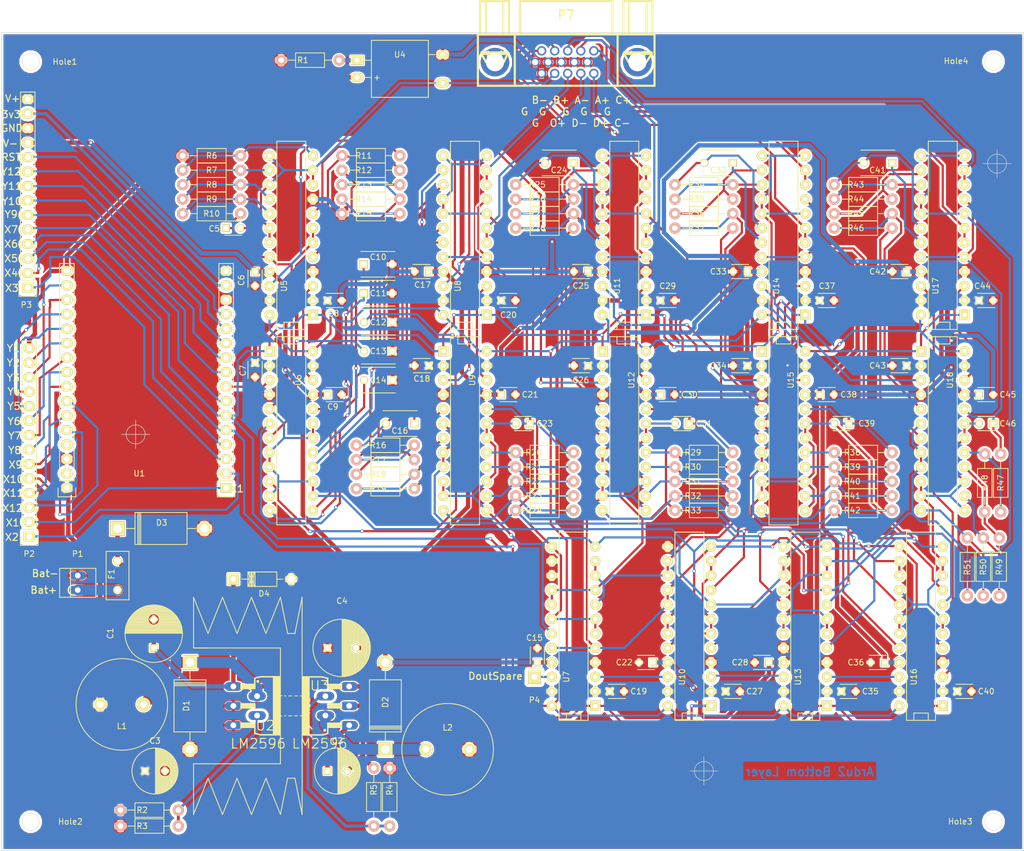
<source format=kicad_pcb>
(kicad_pcb (version 20160815) (host pcbnew no-vcs-found-undefined)
  (title_block (title "Ardu2 MAX395 Full Circuit") (date 2016-10-22) (rev 1.8.1) (company www.arduguitar.org) (comment 1 "added V+/V- to headers") (comment 2 "updated VGC Connector footprint to match physical connector") (comment 3 "added schottkey UF 4003 diode to prevent LM2956 latch-up") (comment 4 "corrected Y9->X9 on breakout headers"))
  (layers (0 F.Cu_Audio.GND mixed) (31 B.Cu_SPI.VMinus mixed) (35 F.Paste user hide) (37 F.SilkS user) (39 F.Mask user hide) (44 Edge.Cuts user))
  (net 0 "")
  (net 1 /BATin)
  (net 2 GND)
  (net 3 /V-)
  (net 4 /V+)
  (net 5 /MIn+)
  (net 6 /OUT+)
  (net 7 "Net-(C10-Pad1)")
  (net 8 "Net-(C11-Pad1)")
  (net 9 "Net-(C12-Pad2)")
  (net 10 "Net-(C13-Pad2)")
  (net 11 "Net-(C14-Pad2)")
  (net 12 "Net-(C16-Pad1)")
  (net 13 "Net-(C16-Pad2)")
  (net 14 "Net-(C23-Pad1)")
  (net 15 /DOut+)
  (net 16 "Net-(C24-Pad1)")
  (net 17 "Net-(C24-Pad2)")
  (net 18 "Net-(C31-Pad1)")
  (net 19 /BOut-)
  (net 20 "Net-(C32-Pad1)")
  (net 21 "Net-(C32-Pad2)")
  (net 22 "Net-(C39-Pad1)")
  (net 23 /BOut+)
  (net 24 "Net-(C41-Pad1)")
  (net 25 "Net-(C41-Pad2)")
  (net 26 "Net-(C46-Pad1)")
  (net 27 /AOut+)
  (net 28 "Net-(D1-Pad1)")
  (net 29 "Net-(D2-Pad1)")
  (net 30 /D-)
  (net 31 /D+)
  (net 32 /C-)
  (net 33 /C+)
  (net 34 /B-)
  (net 35 /B+)
  (net 36 /A-)
  (net 37 /A+)
  (net 38 "Net-(R1-Pad1)")
  (net 39 "Net-(R2-Pad2)")
  (net 40 "Net-(R4-Pad2)")
  (net 41 "Net-(R6-Pad2)")
  (net 42 "Net-(R7-Pad2)")
  (net 43 "Net-(R8-Pad2)")
  (net 44 "Net-(R10-Pad1)")
  (net 45 "Net-(R11-Pad1)")
  (net 46 "Net-(R11-Pad2)")
  (net 47 "Net-(R12-Pad1)")
  (net 48 "Net-(R13-Pad1)")
  (net 49 "Net-(R14-Pad1)")
  (net 50 "Net-(R16-Pad2)")
  (net 51 "Net-(R17-Pad2)")
  (net 52 "Net-(R18-Pad2)")
  (net 53 "Net-(R19-Pad2)")
  (net 54 "Net-(R20-Pad1)")
  (net 55 "Net-(R21-Pad1)")
  (net 56 "Net-(R22-Pad1)")
  (net 57 "Net-(R23-Pad1)")
  (net 58 /DOut-)
  (net 59 "Net-(R25-Pad2)")
  (net 60 "Net-(R26-Pad2)")
  (net 61 "Net-(R27-Pad2)")
  (net 62 "Net-(R28-Pad2)")
  (net 63 "Net-(R29-Pad1)")
  (net 64 "Net-(R30-Pad1)")
  (net 65 "Net-(R31-Pad1)")
  (net 66 "Net-(R32-Pad1)")
  (net 67 /COut-)
  (net 68 "Net-(R34-Pad2)")
  (net 69 "Net-(R35-Pad2)")
  (net 70 "Net-(R36-Pad2)")
  (net 71 "Net-(R37-Pad2)")
  (net 72 "Net-(R38-Pad1)")
  (net 73 "Net-(R39-Pad1)")
  (net 74 "Net-(R40-Pad1)")
  (net 75 "Net-(R41-Pad1)")
  (net 76 "Net-(R43-Pad2)")
  (net 77 "Net-(R44-Pad2)")
  (net 78 "Net-(R45-Pad2)")
  (net 79 "Net-(R46-Pad2)")
  (net 80 "Net-(R47-Pad1)")
  (net 81 "Net-(R48-Pad1)")
  (net 82 "Net-(R49-Pad1)")
  (net 83 "Net-(R50-Pad1)")
  (net 84 /AOut-)
  (net 85 "Net-(U5-Pad3)")
  (net 86 "Net-(U5-Pad22)")
  (net 87 "Net-(U10-Pad22)")
  (net 88 "Net-(U8-Pad3)")
  (net 89 "Net-(U12-Pad3)")
  (net 90 "Net-(U10-Pad3)")
  (net 91 "Net-(U11-Pad3)")
  (net 92 "Net-(U11-Pad22)")
  (net 93 "Net-(U13-Pad3)")
  (net 94 "Net-(U14-Pad3)")
  (net 95 "Net-(U14-Pad22)")
  (net 96 "Net-(U16-Pad3)")
  (net 97 "Net-(U17-Pad3)")
  (net 98 "Net-(U1-Pad8)")
  (net 99 /CLK)
  (net 100 /CS)
  (net 101 /ShuntControl)
  (net 102 /COut+)
  (net 103 "Net-(F1-Pad2)")
  (net 104 "Net-(U1-Pad31)")
  (net 105 "Net-(U1-Pad29)")
  (net 106 "Net-(P2-Pad1)")
  (net 107 "Net-(P2-Pad2)")
  (net 108 "Net-(P2-Pad3)")
  (net 109 "Net-(P2-Pad4)")
  (net 110 "Net-(P2-Pad5)")
  (net 111 "Net-(P2-Pad6)")
  (net 112 "Net-(P2-Pad7)")
  (net 113 "Net-(P2-Pad8)")
  (net 114 "Net-(P2-Pad9)")
  (net 115 "Net-(P2-Pad10)")
  (net 116 "Net-(P2-Pad11)")
  (net 117 "Net-(P2-Pad12)")
  (net 118 "Net-(P2-Pad13)")
  (net 119 "Net-(P3-Pad1)")
  (net 120 "Net-(P3-Pad2)")
  (net 121 "Net-(P3-Pad5)")
  (net 122 "Net-(P3-Pad6)")
  (net 123 "Net-(P3-Pad7)")
  (net 124 "Net-(P3-Pad8)")
  (net 125 "Net-(P3-Pad9)")
  (net 126 "Net-(P3-Pad10)")
  (net 127 /DoutSpare)
  (net 128 /3V3)
  (module Mounting_Holes:MountingHole_3mm (layer F.Cu_Audio.GND) (at 236.22 22.86)
    (fp_text reference Hole4 (at -6.5532 -0.1016) (layer F.SilkS))
    (fp_text value MountingHole_3mm)
    (pad 1 thru_hole circle (at 0 0) (size 3 3) (drill 3) (layers))
  )
  (module Capacitors_ThroughHole:C_Radial_D10_L16_P5 (layer F.Cu_Audio.GND) (at 88.9 125.73 90)
    (fp_text reference C1 (at 2.54 -7.62 90) (layer F.SilkS))
    (fp_text value 470µF)
    (pad 1 thru_hole rect (at 0 0 90) (size 1.3 1.3) (drill 0.8) (layers *.Cu *.Mask F.SilkS) (net 1 /BATin))
    (pad 2 thru_hole circle (at 5 0 90) (size 1.3 1.3) (drill 0.8) (layers *.Cu *.Mask F.SilkS) (net 2 GND))
  )
  (module Capacitors_ThroughHole:C_Radial_D10_L16_P5 (layer F.Cu_Audio.GND) (at 119.38 125.73)
    (fp_text reference C4 (at 2.54 -8.255) (layer F.SilkS))
    (fp_text value 470µF)
    (pad 1 thru_hole rect (at 0 0) (size 1.3 1.3) (drill 0.8) (layers *.Cu *.Mask F.SilkS) (net 2 GND))
    (pad 2 thru_hole circle (at 5 0) (size 1.3 1.3) (drill 0.8) (layers *.Cu *.Mask F.SilkS) (net 3 /V-))
  )
  (module Capacitors_ThroughHole:C_Disc_D3_P2.5 (layer F.Cu_Audio.GND) (at 101.6 52.07)
    (fp_text reference C5 (at -2.0828 0.1016) (layer F.SilkS))
    (fp_text value 180pF)
    (pad 1 thru_hole rect (at 0 0) (size 1.3 1.3) (drill 0.8) (layers *.Cu *.Mask F.SilkS) (net 5 /MIn+))
    (pad 2 thru_hole circle (at 2.5 0) (size 1.3 1.3) (drill 0.8001) (layers *.Cu *.Mask F.SilkS) (net 6 /OUT+))
  )
  (module Capacitors_ThroughHole:C_Disc_D3_P2.5 (layer F.Cu_Audio.GND) (at 106.68 59.69 270)
    (fp_text reference C6 (at 1.524 2.413 270) (layer F.SilkS))
    (fp_text value 100nF)
    (pad 1 thru_hole rect (at 0 0 270) (size 1.3 1.3) (drill 0.8) (layers *.Cu *.Mask F.SilkS) (net 3 /V-))
    (pad 2 thru_hole circle (at 2.5 0 270) (size 1.3 1.3) (drill 0.8001) (layers *.Cu *.Mask F.SilkS) (net 2 GND))
  )
  (module Capacitors_ThroughHole:C_Disc_D3_P2.5 (layer F.Cu_Audio.GND) (at 106.68 75.692 270)
    (fp_text reference C7 (at 1.3716 2.1336 270) (layer F.SilkS))
    (fp_text value 100nF)
    (pad 1 thru_hole rect (at 0 0 270) (size 1.3 1.3) (drill 0.8) (layers *.Cu *.Mask F.SilkS) (net 4 /V+))
    (pad 2 thru_hole circle (at 2.5 0 270) (size 1.3 1.3) (drill 0.8001) (layers *.Cu *.Mask F.SilkS) (net 2 GND))
  )
  (module Capacitors_ThroughHole:C_Disc_D3_P2.5 (layer F.Cu_Audio.GND) (at 119.38 64.77)
    (fp_text reference C8 (at 1.0668 2.286) (layer F.SilkS))
    (fp_text value 100nF)
    (pad 1 thru_hole rect (at 0 0) (size 1.3 1.3) (drill 0.8) (layers *.Cu *.Mask F.SilkS) (net 4 /V+))
    (pad 2 thru_hole circle (at 2.5 0) (size 1.3 1.3) (drill 0.8001) (layers *.Cu *.Mask F.SilkS) (net 2 GND))
  )
  (module Capacitors_ThroughHole:C_Disc_D3_P2.5 (layer F.Cu_Audio.GND) (at 119.38 81.28)
    (fp_text reference C9 (at 0.9398 2.1336) (layer F.SilkS))
    (fp_text value 100nF)
    (pad 1 thru_hole rect (at 0 0) (size 1.3 1.3) (drill 0.8) (layers *.Cu *.Mask F.SilkS) (net 3 /V-))
    (pad 2 thru_hole circle (at 2.5 0) (size 1.3 1.3) (drill 0.8001) (layers *.Cu *.Mask F.SilkS) (net 2 GND))
  )
  (module Capacitors_ThroughHole:C_Disc_D6_P5 (layer F.Cu_Audio.GND) (at 125.73 58.42)
    (fp_text reference C10 (at 2.54 -1.27) (layer F.SilkS))
    (fp_text value 10nF)
    (pad 1 thru_hole rect (at 0 0) (size 1.4 1.4) (drill 0.9) (layers *.Cu *.Mask F.SilkS) (net 7 "Net-(C10-Pad1)"))
    (pad 2 thru_hole circle (at 5 0) (size 1.4 1.4) (drill 0.9) (layers *.Cu *.Mask F.SilkS) (net 2 GND))
  )
  (module Capacitors_ThroughHole:C_Disc_D6_P5 (layer F.Cu_Audio.GND) (at 125.73 63.5)
    (fp_text reference C11 (at 2.54 0) (layer F.SilkS))
    (fp_text value 6.8nF)
    (pad 1 thru_hole rect (at 0 0) (size 1.4 1.4) (drill 0.9) (layers *.Cu *.Mask F.SilkS) (net 8 "Net-(C11-Pad1)"))
    (pad 2 thru_hole circle (at 5 0) (size 1.4 1.4) (drill 0.9) (layers *.Cu *.Mask F.SilkS) (net 2 GND))
  )
  (module Capacitors_ThroughHole:C_Disc_D6_P5 (layer F.Cu_Audio.GND) (at 130.81 68.58 180)
    (fp_text reference C12 (at 2.54 0 180) (layer F.SilkS))
    (fp_text value 4.7nF)
    (pad 1 thru_hole rect (at 0 0 180) (size 1.4 1.4) (drill 0.9) (layers *.Cu *.Mask F.SilkS) (net 2 GND))
    (pad 2 thru_hole circle (at 5 0 180) (size 1.4 1.4) (drill 0.9) (layers *.Cu *.Mask F.SilkS) (net 9 "Net-(C12-Pad2)"))
  )
  (module Capacitors_ThroughHole:C_Disc_D6_P5 (layer F.Cu_Audio.GND) (at 130.81 73.66 180)
    (fp_text reference C13 (at 2.54 0 180) (layer F.SilkS))
    (fp_text value 2.2nF)
    (pad 1 thru_hole rect (at 0 0 180) (size 1.4 1.4) (drill 0.9) (layers *.Cu *.Mask F.SilkS) (net 2 GND))
    (pad 2 thru_hole circle (at 5 0 180) (size 1.4 1.4) (drill 0.9) (layers *.Cu *.Mask F.SilkS) (net 10 "Net-(C13-Pad2)"))
  )
  (module Capacitors_ThroughHole:C_Disc_D6_P5 (layer F.Cu_Audio.GND) (at 130.81 78.74 180)
    (fp_text reference C14 (at 2.54 0 180) (layer F.SilkS))
    (fp_text value 1nF)
    (pad 1 thru_hole rect (at 0 0 180) (size 1.4 1.4) (drill 0.9) (layers *.Cu *.Mask F.SilkS) (net 2 GND))
    (pad 2 thru_hole circle (at 5 0 180) (size 1.4 1.4) (drill 0.9) (layers *.Cu *.Mask F.SilkS) (net 11 "Net-(C14-Pad2)"))
  )
  (module Capacitors_ThroughHole:C_Disc_D3_P2.5 (layer F.Cu_Audio.GND) (at 156.21 128.27 90)
    (fp_text reference C15 (at 4.318 -0.508 180) (layer F.SilkS))
    (fp_text value 100nF)
    (pad 1 thru_hole rect (at 0 0 90) (size 1.3 1.3) (drill 0.8) (layers *.Cu *.Mask F.SilkS) (net 3 /V-))
    (pad 2 thru_hole circle (at 2.5 0 90) (size 1.3 1.3) (drill 0.8001) (layers *.Cu *.Mask F.SilkS) (net 2 GND))
  )
  (module Capacitors_ThroughHole:C_Disc_D6_P5 (layer F.Cu_Audio.GND) (at 134.62 86.36 180)
    (fp_text reference C16 (at 2.54 -1.27 180) (layer F.SilkS))
    (fp_text value 10nF)
    (pad 1 thru_hole rect (at 0 0 180) (size 1.4 1.4) (drill 0.9) (layers *.Cu *.Mask F.SilkS) (net 12 "Net-(C16-Pad1)"))
    (pad 2 thru_hole circle (at 5 0 180) (size 1.4 1.4) (drill 0.9) (layers *.Cu *.Mask F.SilkS) (net 13 "Net-(C16-Pad2)"))
  )
  (module Capacitors_ThroughHole:C_Disc_D3_P2.5 (layer F.Cu_Audio.GND) (at 137.16 59.69 180)
    (fp_text reference C17 (at 1.0922 -2.3368 180) (layer F.SilkS))
    (fp_text value 100nF)
    (pad 1 thru_hole rect (at 0 0 180) (size 1.3 1.3) (drill 0.8) (layers *.Cu *.Mask F.SilkS) (net 3 /V-))
    (pad 2 thru_hole circle (at 2.5 0 180) (size 1.3 1.3) (drill 0.8001) (layers *.Cu *.Mask F.SilkS) (net 2 GND))
  )
  (module Capacitors_ThroughHole:C_Disc_D3_P2.5 (layer F.Cu_Audio.GND) (at 137.16 76.2 180)
    (fp_text reference C18 (at 1.2192 -2.286 180) (layer F.SilkS))
    (fp_text value 100nF)
    (pad 1 thru_hole rect (at 0 0 180) (size 1.3 1.3) (drill 0.8) (layers *.Cu *.Mask F.SilkS) (net 4 /V+))
    (pad 2 thru_hole circle (at 2.5 0 180) (size 1.3 1.3) (drill 0.8001) (layers *.Cu *.Mask F.SilkS) (net 2 GND))
  )
  (module Capacitors_ThroughHole:C_Disc_D3_P2.5 (layer F.Cu_Audio.GND) (at 168.91 133.35)
    (fp_text reference C19 (at 5.08 0) (layer F.SilkS))
    (fp_text value 100nF)
    (pad 1 thru_hole rect (at 0 0) (size 1.3 1.3) (drill 0.8) (layers *.Cu *.Mask F.SilkS) (net 4 /V+))
    (pad 2 thru_hole circle (at 2.5 0) (size 1.3 1.3) (drill 0.8001) (layers *.Cu *.Mask F.SilkS) (net 2 GND))
  )
  (module Capacitors_ThroughHole:C_Disc_D3_P2.5 (layer F.Cu_Audio.GND) (at 149.86 64.77)
    (fp_text reference C20 (at 1.27 2.54) (layer F.SilkS))
    (fp_text value 100nF)
    (pad 1 thru_hole rect (at 0 0) (size 1.3 1.3) (drill 0.8) (layers *.Cu *.Mask F.SilkS) (net 4 /V+))
    (pad 2 thru_hole circle (at 2.5 0) (size 1.3 1.3) (drill 0.8001) (layers *.Cu *.Mask F.SilkS) (net 2 GND))
  )
  (module Capacitors_ThroughHole:C_Disc_D3_P2.5 (layer F.Cu_Audio.GND) (at 149.86 81.28)
    (fp_text reference C21 (at 5.08 0) (layer F.SilkS))
    (fp_text value 100nF)
    (pad 1 thru_hole rect (at 0 0) (size 1.3 1.3) (drill 0.8) (layers *.Cu *.Mask F.SilkS) (net 3 /V-))
    (pad 2 thru_hole circle (at 2.5 0) (size 1.3 1.3) (drill 0.8001) (layers *.Cu *.Mask F.SilkS) (net 2 GND))
  )
  (module Capacitors_ThroughHole:C_Disc_D3_P2.5 (layer F.Cu_Audio.GND) (at 176.53 128.27 180)
    (fp_text reference C22 (at 5.08 0 180) (layer F.SilkS))
    (fp_text value 100nF)
    (pad 1 thru_hole rect (at 0 0 180) (size 1.3 1.3) (drill 0.8) (layers *.Cu *.Mask F.SilkS) (net 3 /V-))
    (pad 2 thru_hole circle (at 2.5 0 180) (size 1.3 1.3) (drill 0.8001) (layers *.Cu *.Mask F.SilkS) (net 2 GND))
  )
  (module Capacitors_ThroughHole:C_Disc_D3_P2.5 (layer F.Cu_Audio.GND) (at 154.94 86.36 180)
    (fp_text reference C23 (at -2.54 0 180) (layer F.SilkS))
    (fp_text value 180pF)
    (pad 1 thru_hole rect (at 0 0 180) (size 1.3 1.3) (drill 0.8) (layers *.Cu *.Mask F.SilkS) (net 14 "Net-(C23-Pad1)"))
    (pad 2 thru_hole circle (at 2.5 0 180) (size 1.3 1.3) (drill 0.8001) (layers *.Cu *.Mask F.SilkS) (net 15 /DOut+))
  )
  (module Capacitors_ThroughHole:C_Disc_D6_P5 (layer F.Cu_Audio.GND) (at 162.56 40.64 180)
    (fp_text reference C24 (at 2.54 -1.27 180) (layer F.SilkS))
    (fp_text value 10nF)
    (pad 1 thru_hole rect (at 0 0 180) (size 1.4 1.4) (drill 0.9) (layers *.Cu *.Mask F.SilkS) (net 16 "Net-(C24-Pad1)"))
    (pad 2 thru_hole circle (at 5 0 180) (size 1.4 1.4) (drill 0.9) (layers *.Cu *.Mask F.SilkS) (net 17 "Net-(C24-Pad2)"))
  )
  (module Capacitors_ThroughHole:C_Disc_D3_P2.5 (layer F.Cu_Audio.GND) (at 165.1 59.69 180)
    (fp_text reference C25 (at 1.25 -2.5 180) (layer F.SilkS))
    (fp_text value 100nF)
    (pad 1 thru_hole rect (at 0 0 180) (size 1.3 1.3) (drill 0.8) (layers *.Cu *.Mask F.SilkS) (net 3 /V-))
    (pad 2 thru_hole circle (at 2.5 0 180) (size 1.3 1.3) (drill 0.8001) (layers *.Cu *.Mask F.SilkS) (net 2 GND))
  )
  (module Capacitors_ThroughHole:C_Disc_D3_P2.5 (layer F.Cu_Audio.GND) (at 165.1 76.2 180)
    (fp_text reference C26 (at 1.27 -2.54 180) (layer F.SilkS))
    (fp_text value 100nF)
    (pad 1 thru_hole rect (at 0 0 180) (size 1.3 1.3) (drill 0.8) (layers *.Cu *.Mask F.SilkS) (net 4 /V+))
    (pad 2 thru_hole circle (at 2.5 0 180) (size 1.3 1.3) (drill 0.8001) (layers *.Cu *.Mask F.SilkS) (net 2 GND))
  )
  (module Capacitors_ThroughHole:C_Disc_D3_P2.5 (layer F.Cu_Audio.GND) (at 189.23 133.35)
    (fp_text reference C27 (at 5.08 0) (layer F.SilkS))
    (fp_text value 100nF)
    (pad 1 thru_hole rect (at 0 0) (size 1.3 1.3) (drill 0.8) (layers *.Cu *.Mask F.SilkS) (net 4 /V+))
    (pad 2 thru_hole circle (at 2.5 0) (size 1.3 1.3) (drill 0.8001) (layers *.Cu *.Mask F.SilkS) (net 2 GND))
  )
  (module Capacitors_ThroughHole:C_Disc_D3_P2.5 (layer F.Cu_Audio.GND) (at 196.85 128.27 180)
    (fp_text reference C28 (at 5.08 0 180) (layer F.SilkS))
    (fp_text value 100nF)
    (pad 1 thru_hole rect (at 0 0 180) (size 1.3 1.3) (drill 0.8) (layers *.Cu *.Mask F.SilkS) (net 3 /V-))
    (pad 2 thru_hole circle (at 2.5 0 180) (size 1.3 1.3) (drill 0.8001) (layers *.Cu *.Mask F.SilkS) (net 2 GND))
  )
  (module Capacitors_ThroughHole:C_Disc_D3_P2.5 (layer F.Cu_Audio.GND) (at 177.8 64.77)
    (fp_text reference C29 (at 1.27 -2.54) (layer F.SilkS))
    (fp_text value 100nF)
    (pad 1 thru_hole rect (at 0 0) (size 1.3 1.3) (drill 0.8) (layers *.Cu *.Mask F.SilkS) (net 4 /V+))
    (pad 2 thru_hole circle (at 2.5 0) (size 1.3 1.3) (drill 0.8001) (layers *.Cu *.Mask F.SilkS) (net 2 GND))
  )
  (module Capacitors_ThroughHole:C_Disc_D3_P2.5 (layer F.Cu_Audio.GND) (at 177.8 81.28)
    (fp_text reference C30 (at 5.08 0) (layer F.SilkS))
    (fp_text value 100nF)
    (pad 1 thru_hole rect (at 0 0) (size 1.3 1.3) (drill 0.8) (layers *.Cu *.Mask F.SilkS) (net 3 /V-))
    (pad 2 thru_hole circle (at 2.5 0) (size 1.3 1.3) (drill 0.8001) (layers *.Cu *.Mask F.SilkS) (net 2 GND))
  )
  (module Capacitors_ThroughHole:C_Disc_D3_P2.5 (layer F.Cu_Audio.GND) (at 182.88 86.36 180)
    (fp_text reference C31 (at -2.54 0 180) (layer F.SilkS))
    (fp_text value 180pF)
    (pad 1 thru_hole rect (at 0 0 180) (size 1.3 1.3) (drill 0.8) (layers *.Cu *.Mask F.SilkS) (net 18 "Net-(C31-Pad1)"))
    (pad 2 thru_hole circle (at 2.5 0 180) (size 1.3 1.3) (drill 0.8001) (layers *.Cu *.Mask F.SilkS) (net 102 /COut+))
  )
  (module Capacitors_ThroughHole:C_Disc_D6_P5 (layer F.Cu_Audio.GND) (at 190.5 40.64 180)
    (fp_text reference C32 (at 2.54 -1.27 180) (layer F.SilkS))
    (fp_text value 10nF)
    (pad 1 thru_hole rect (at 0 0 180) (size 1.4 1.4) (drill 0.9) (layers *.Cu *.Mask F.SilkS) (net 20 "Net-(C32-Pad1)"))
    (pad 2 thru_hole circle (at 5 0 180) (size 1.4 1.4) (drill 0.9) (layers *.Cu *.Mask F.SilkS) (net 21 "Net-(C32-Pad2)"))
  )
  (module Capacitors_ThroughHole:C_Disc_D3_P2.5 (layer F.Cu_Audio.GND) (at 193.04 59.69 180)
    (fp_text reference C33 (at 5.08 0 180) (layer F.SilkS))
    (fp_text value 100nF)
    (pad 1 thru_hole rect (at 0 0 180) (size 1.3 1.3) (drill 0.8) (layers *.Cu *.Mask F.SilkS) (net 3 /V-))
    (pad 2 thru_hole circle (at 2.5 0 180) (size 1.3 1.3) (drill 0.8001) (layers *.Cu *.Mask F.SilkS) (net 2 GND))
  )
  (module Capacitors_ThroughHole:C_Disc_D3_P2.5 (layer F.Cu_Audio.GND) (at 193.04 76.2 180)
    (fp_text reference C34 (at 5.08 0 180) (layer F.SilkS))
    (fp_text value 100nF)
    (pad 1 thru_hole rect (at 0 0 180) (size 1.3 1.3) (drill 0.8) (layers *.Cu *.Mask F.SilkS) (net 4 /V+))
    (pad 2 thru_hole circle (at 2.5 0 180) (size 1.3 1.3) (drill 0.8001) (layers *.Cu *.Mask F.SilkS) (net 2 GND))
  )
  (module Capacitors_ThroughHole:C_Disc_D3_P2.5 (layer F.Cu_Audio.GND) (at 209.55 133.35)
    (fp_text reference C35 (at 5.08 0) (layer F.SilkS))
    (fp_text value 100nF)
    (pad 1 thru_hole rect (at 0 0) (size 1.3 1.3) (drill 0.8) (layers *.Cu *.Mask F.SilkS) (net 4 /V+))
    (pad 2 thru_hole circle (at 2.5 0) (size 1.3 1.3) (drill 0.8001) (layers *.Cu *.Mask F.SilkS) (net 2 GND))
  )
  (module Capacitors_ThroughHole:C_Disc_D3_P2.5 (layer F.Cu_Audio.GND) (at 217.17 128.27 180)
    (fp_text reference C36 (at 5.08 0 180) (layer F.SilkS))
    (fp_text value 100nF)
    (pad 1 thru_hole rect (at 0 0 180) (size 1.3 1.3) (drill 0.8) (layers *.Cu *.Mask F.SilkS) (net 3 /V-))
    (pad 2 thru_hole circle (at 2.5 0 180) (size 1.3 1.3) (drill 0.8001) (layers *.Cu *.Mask F.SilkS) (net 2 GND))
  )
  (module Capacitors_ThroughHole:C_Disc_D3_P2.5 (layer F.Cu_Audio.GND) (at 205.74 64.77)
    (fp_text reference C37 (at 1.27 -2.54) (layer F.SilkS))
    (fp_text value 100nF)
    (pad 1 thru_hole rect (at 0 0) (size 1.3 1.3) (drill 0.8) (layers *.Cu *.Mask F.SilkS) (net 4 /V+))
    (pad 2 thru_hole circle (at 2.5 0) (size 1.3 1.3) (drill 0.8001) (layers *.Cu *.Mask F.SilkS) (net 2 GND))
  )
  (module Capacitors_ThroughHole:C_Disc_D3_P2.5 (layer F.Cu_Audio.GND) (at 205.74 81.28)
    (fp_text reference C38 (at 5.08 0) (layer F.SilkS))
    (fp_text value 100nF)
    (pad 1 thru_hole rect (at 0 0) (size 1.3 1.3) (drill 0.8) (layers *.Cu *.Mask F.SilkS) (net 3 /V-))
    (pad 2 thru_hole circle (at 2.5 0) (size 1.3 1.3) (drill 0.8001) (layers *.Cu *.Mask F.SilkS) (net 2 GND))
  )
  (module Capacitors_ThroughHole:C_Disc_D3_P2.5 (layer F.Cu_Audio.GND) (at 210.82 86.36 180)
    (fp_text reference C39 (at -3.175 0 180) (layer F.SilkS))
    (fp_text value 180pF)
    (pad 1 thru_hole rect (at 0 0 180) (size 1.3 1.3) (drill 0.8) (layers *.Cu *.Mask F.SilkS) (net 22 "Net-(C39-Pad1)"))
    (pad 2 thru_hole circle (at 2.5 0 180) (size 1.3 1.3) (drill 0.8001) (layers *.Cu *.Mask F.SilkS) (net 23 /BOut+))
  )
  (module Capacitors_ThroughHole:C_Disc_D3_P2.5 (layer F.Cu_Audio.GND) (at 229.87 133.35)
    (fp_text reference C40 (at 5.08 0) (layer F.SilkS))
    (fp_text value 100nF)
    (pad 1 thru_hole rect (at 0 0) (size 1.3 1.3) (drill 0.8) (layers *.Cu *.Mask F.SilkS) (net 4 /V+))
    (pad 2 thru_hole circle (at 2.5 0) (size 1.3 1.3) (drill 0.8001) (layers *.Cu *.Mask F.SilkS) (net 2 GND))
  )
  (module Capacitors_ThroughHole:C_Disc_D6_P5 (layer F.Cu_Audio.GND) (at 218.44 40.64 180)
    (fp_text reference C41 (at 2.54 -1.27 180) (layer F.SilkS))
    (fp_text value 10nF)
    (pad 1 thru_hole rect (at 0 0 180) (size 1.4 1.4) (drill 0.9) (layers *.Cu *.Mask F.SilkS) (net 24 "Net-(C41-Pad1)"))
    (pad 2 thru_hole circle (at 5 0 180) (size 1.4 1.4) (drill 0.9) (layers *.Cu *.Mask F.SilkS) (net 25 "Net-(C41-Pad2)"))
  )
  (module Capacitors_ThroughHole:C_Disc_D3_P2.5 (layer F.Cu_Audio.GND) (at 220.98 59.69 180)
    (fp_text reference C42 (at 5.08 0 180) (layer F.SilkS))
    (fp_text value 100nF)
    (pad 1 thru_hole rect (at 0 0 180) (size 1.3 1.3) (drill 0.8) (layers *.Cu *.Mask F.SilkS) (net 3 /V-))
    (pad 2 thru_hole circle (at 2.5 0 180) (size 1.3 1.3) (drill 0.8001) (layers *.Cu *.Mask F.SilkS) (net 2 GND))
  )
  (module Capacitors_ThroughHole:C_Disc_D3_P2.5 (layer F.Cu_Audio.GND) (at 220.98 76.2 180)
    (fp_text reference C43 (at 5.08 0 180) (layer F.SilkS))
    (fp_text value 100nF)
    (pad 1 thru_hole rect (at 0 0 180) (size 1.3 1.3) (drill 0.8) (layers *.Cu *.Mask F.SilkS) (net 4 /V+))
    (pad 2 thru_hole circle (at 2.5 0 180) (size 1.3 1.3) (drill 0.8001) (layers *.Cu *.Mask F.SilkS) (net 2 GND))
  )
  (module Capacitors_ThroughHole:C_Disc_D3_P2.5 (layer F.Cu_Audio.GND) (at 233.68 64.77)
    (fp_text reference C44 (at 0.635 -2.54) (layer F.SilkS))
    (fp_text value 100nF)
    (pad 1 thru_hole rect (at 0 0) (size 1.3 1.3) (drill 0.8) (layers *.Cu *.Mask F.SilkS) (net 4 /V+))
    (pad 2 thru_hole circle (at 2.5 0) (size 1.3 1.3) (drill 0.8001) (layers *.Cu *.Mask F.SilkS) (net 2 GND))
  )
  (module Capacitors_ThroughHole:C_Disc_D3_P2.5 (layer F.Cu_Audio.GND) (at 233.68 81.28)
    (fp_text reference C45 (at 5.08 0) (layer F.SilkS))
    (fp_text value 100nF)
    (pad 1 thru_hole rect (at 0 0) (size 1.3 1.3) (drill 0.8) (layers *.Cu *.Mask F.SilkS) (net 3 /V-))
    (pad 2 thru_hole circle (at 2.5 0) (size 1.3 1.3) (drill 0.8001) (layers *.Cu *.Mask F.SilkS) (net 2 GND))
  )
  (module Capacitors_ThroughHole:C_Disc_D3_P2.5 (layer F.Cu_Audio.GND) (at 236.22 86.36 180)
    (fp_text reference C46 (at -2.54 0 180) (layer F.SilkS))
    (fp_text value 180pF)
    (pad 1 thru_hole rect (at 0 0 180) (size 1.3 1.3) (drill 0.8) (layers *.Cu *.Mask F.SilkS) (net 26 "Net-(C46-Pad1)"))
    (pad 2 thru_hole circle (at 2.5 0 180) (size 1.3 1.3) (drill 0.8001) (layers *.Cu *.Mask F.SilkS) (net 27 /AOut+))
  )
  (module Diodes_ThroughHole:Diode_DO-201AD_Horizontal_RM15 (layer F.Cu_Audio.GND) (at 95.25 128.27 270)
    (fp_text reference D1 (at 7.62 0.635 270) (layer F.SilkS))
    (fp_text value 1N5401)
    (pad 2 thru_hole circle (at 15.24122 -0.00296 90) (size 2.54 2.54) (drill 1.50114) (layers *.Cu *.Mask F.SilkS) (net 2 GND))
    (pad 1 thru_hole rect (at 0.00122 -0.00296 90) (size 2.54 2.54) (drill 1.50114) (layers *.Cu *.Mask F.SilkS) (net 28 "Net-(D1-Pad1)"))
  )
  (module Diodes_ThroughHole:Diode_DO-201AD_Horizontal_RM15 (layer F.Cu_Audio.GND) (at 129.54 143.51 90)
    (fp_text reference D2 (at 8.255 0 90) (layer F.SilkS))
    (fp_text value 1N5401)
    (pad 2 thru_hole circle (at 15.24122 -0.00296 270) (size 2.54 2.54) (drill 1.50114) (layers *.Cu *.Mask F.SilkS) (net 3 /V-))
    (pad 1 thru_hole rect (at 0.00122 -0.00296 270) (size 2.54 2.54) (drill 1.50114) (layers *.Cu *.Mask F.SilkS) (net 29 "Net-(D2-Pad1)"))
  )
  (module 330L:330L-Q9N_Inductor (layer F.Cu_Audio.GND) (at 83.312 135.636 180)
    (fp_text reference L1 (at 0 -3.81 180) (layer F.SilkS))
    (fp_text value INDUCTOR)
    (pad 1 thru_hole circle (at -3.81 0 180) (size 2.4 2.4) (drill 1.2) (layers *.Cu *.Mask F.SilkS) (net 28 "Net-(D1-Pad1)"))
    (pad 2 thru_hole circle (at 3.81 0 180) (size 2.4 2.4) (drill 1.2) (layers *.Cu *.Mask F.SilkS) (net 4 /V+))
  )
  (module 330L:330L-Q9N_Inductor (layer F.Cu_Audio.GND) (at 140.462 143.51)
    (fp_text reference L2 (at 0 -3.81) (layer F.SilkS))
    (fp_text value INDUCTOR)
    (pad 1 thru_hole circle (at -3.81 0) (size 2.4 2.4) (drill 1.2) (layers *.Cu *.Mask F.SilkS) (net 29 "Net-(D2-Pad1)"))
    (pad 2 thru_hole circle (at 3.81 0) (size 2.4 2.4) (drill 1.2) (layers *.Cu *.Mask F.SilkS) (net 2 GND))
  )
  (module Connect:PINHEAD1-2 (layer F.Cu_Audio.GND) (at 75.565 114.3 90)
    (fp_text reference P1 (at 5.08 0 180) (layer F.SilkS))
    (fp_text value CONN_01X02)
    (pad 1 thru_hole oval (at -1.27 0 90) (size 1.50622 3.01498) (drill 0.99822) (layers *.Cu *.Mask) (net 103 "Net-(F1-Pad2)"))
    (pad 2 thru_hole oval (at 1.27 0 90) (size 1.50622 3.01498) (drill 0.99822) (layers *.Cu *.Mask) (net 2 GND))
  )
  (module Resistors_ThroughHole:Resistor_Horizontal_RM10mm (layer F.Cu_Audio.GND) (at 116.332 22.606 180)
    (fp_text reference R1 (at 1.27 0 180) (layer F.SilkS))
    (fp_text value 1K)
    (pad 1 thru_hole circle (at -5.08 0 180) (size 1.99898 1.99898) (drill 1.00076) (layers *.Cu *.SilkS *.Mask) (net 38 "Net-(R1-Pad1)"))
    (pad 2 thru_hole circle (at 5.08 0 180) (size 1.99898 1.99898) (drill 1.00076) (layers *.Cu *.SilkS *.Mask) (net 2 GND))
  )
  (module Resistors_ThroughHole:Resistor_Horizontal_RM10mm (layer F.Cu_Audio.GND) (at 88.138 154.178)
    (fp_text reference R2 (at -1.27 0) (layer F.SilkS))
    (fp_text value 1K)
    (pad 1 thru_hole circle (at -5.08 0) (size 1.99898 1.99898) (drill 1.00076) (layers *.Cu *.SilkS *.Mask) (net 4 /V+))
    (pad 2 thru_hole circle (at 5.08 0) (size 1.99898 1.99898) (drill 1.00076) (layers *.Cu *.SilkS *.Mask) (net 39 "Net-(R2-Pad2)"))
  )
  (module Resistors_ThroughHole:Resistor_Horizontal_RM10mm (layer F.Cu_Audio.GND) (at 88.138 156.972 180)
    (fp_text reference R3 (at 1.27 0 180) (layer F.SilkS))
    (fp_text value 330)
    (pad 1 thru_hole circle (at -5.08 0 180) (size 1.99898 1.99898) (drill 1.00076) (layers *.Cu *.SilkS *.Mask) (net 39 "Net-(R2-Pad2)"))
    (pad 2 thru_hole circle (at 5.08 0 180) (size 1.99898 1.99898) (drill 1.00076) (layers *.Cu *.SilkS *.Mask) (net 2 GND))
  )
  (module Resistors_ThroughHole:Resistor_Horizontal_RM10mm (layer F.Cu_Audio.GND) (at 130.302 151.892 270)
    (fp_text reference R4 (at -1.27 0 270) (layer F.SilkS))
    (fp_text value 1K)
    (pad 1 thru_hole circle (at -5.08 0 270) (size 1.99898 1.99898) (drill 1.00076) (layers *.Cu *.SilkS *.Mask) (net 2 GND))
    (pad 2 thru_hole circle (at 5.08 0 270) (size 1.99898 1.99898) (drill 1.00076) (layers *.Cu *.SilkS *.Mask) (net 40 "Net-(R4-Pad2)"))
  )
  (module Resistors_ThroughHole:Resistor_Horizontal_RM10mm (layer F.Cu_Audio.GND) (at 127.508 151.892 90)
    (fp_text reference R5 (at 1.27 0 90) (layer F.SilkS))
    (fp_text value 330)
    (pad 1 thru_hole circle (at -5.08 0 90) (size 1.99898 1.99898) (drill 1.00076) (layers *.Cu *.SilkS *.Mask) (net 40 "Net-(R4-Pad2)"))
    (pad 2 thru_hole circle (at 5.08 0 90) (size 1.99898 1.99898) (drill 1.00076) (layers *.Cu *.SilkS *.Mask) (net 3 /V-))
  )
  (module Resistors_ThroughHole:Resistor_Horizontal_RM10mm (layer F.Cu_Audio.GND) (at 99.06 39.37)
    (fp_text reference R6 (at 0 0) (layer F.SilkS))
    (fp_text value 100K)
    (pad 1 thru_hole circle (at -5.08 0) (size 1.99898 1.99898) (drill 1.00076) (layers *.Cu *.SilkS *.Mask) (net 2 GND))
    (pad 2 thru_hole circle (at 5.08 0) (size 1.99898 1.99898) (drill 1.00076) (layers *.Cu *.SilkS *.Mask) (net 41 "Net-(R6-Pad2)"))
  )
  (module Resistors_ThroughHole:Resistor_Horizontal_RM10mm (layer F.Cu_Audio.GND) (at 99.06 41.91)
    (fp_text reference R7 (at 0 0) (layer F.SilkS))
    (fp_text value 100K)
    (pad 1 thru_hole circle (at -5.08 0) (size 1.99898 1.99898) (drill 1.00076) (layers *.Cu *.SilkS *.Mask) (net 41 "Net-(R6-Pad2)"))
    (pad 2 thru_hole circle (at 5.08 0) (size 1.99898 1.99898) (drill 1.00076) (layers *.Cu *.SilkS *.Mask) (net 42 "Net-(R7-Pad2)"))
  )
  (module Resistors_ThroughHole:Resistor_Horizontal_RM10mm (layer F.Cu_Audio.GND) (at 99.06 44.45)
    (fp_text reference R8 (at 0 0) (layer F.SilkS))
    (fp_text value 100K)
    (pad 1 thru_hole circle (at -5.08 0) (size 1.99898 1.99898) (drill 1.00076) (layers *.Cu *.SilkS *.Mask) (net 42 "Net-(R7-Pad2)"))
    (pad 2 thru_hole circle (at 5.08 0) (size 1.99898 1.99898) (drill 1.00076) (layers *.Cu *.SilkS *.Mask) (net 43 "Net-(R8-Pad2)"))
  )
  (module Resistors_ThroughHole:Resistor_Horizontal_RM10mm (layer F.Cu_Audio.GND) (at 99.06 46.99)
    (fp_text reference R9 (at 0 0) (layer F.SilkS))
    (fp_text value 100K)
    (pad 1 thru_hole circle (at -5.08 0) (size 1.99898 1.99898) (drill 1.00076) (layers *.Cu *.SilkS *.Mask) (net 43 "Net-(R8-Pad2)"))
    (pad 2 thru_hole circle (at 5.08 0) (size 1.99898 1.99898) (drill 1.00076) (layers *.Cu *.SilkS *.Mask) (net 44 "Net-(R10-Pad1)"))
  )
  (module Resistors_ThroughHole:Resistor_Horizontal_RM10mm (layer F.Cu_Audio.GND) (at 99.06 49.53)
    (fp_text reference R10 (at 0 0) (layer F.SilkS))
    (fp_text value 100K)
    (pad 1 thru_hole circle (at -5.08 0) (size 1.99898 1.99898) (drill 1.00076) (layers *.Cu *.SilkS *.Mask) (net 44 "Net-(R10-Pad1)"))
    (pad 2 thru_hole circle (at 5.08 0) (size 1.99898 1.99898) (drill 1.00076) (layers *.Cu *.SilkS *.Mask) (net 5 /MIn+))
  )
  (module Resistors_ThroughHole:Resistor_Horizontal_RM10mm (layer F.Cu_Audio.GND) (at 127 39.37)
    (fp_text reference R11 (at -1.27 0) (layer F.SilkS))
    (fp_text value 62K)
    (pad 1 thru_hole circle (at -5.08 0) (size 1.99898 1.99898) (drill 1.00076) (layers *.Cu *.SilkS *.Mask) (net 45 "Net-(R11-Pad1)"))
    (pad 2 thru_hole circle (at 5.08 0) (size 1.99898 1.99898) (drill 1.00076) (layers *.Cu *.SilkS *.Mask) (net 46 "Net-(R11-Pad2)"))
  )
  (module Resistors_ThroughHole:Resistor_Horizontal_RM10mm (layer F.Cu_Audio.GND) (at 127 41.91)
    (fp_text reference R12 (at -1.27 0) (layer F.SilkS))
    (fp_text value 33K)
    (pad 1 thru_hole circle (at -5.08 0) (size 1.99898 1.99898) (drill 1.00076) (layers *.Cu *.SilkS *.Mask) (net 47 "Net-(R12-Pad1)"))
    (pad 2 thru_hole circle (at 5.08 0) (size 1.99898 1.99898) (drill 1.00076) (layers *.Cu *.SilkS *.Mask) (net 45 "Net-(R11-Pad1)"))
  )
  (module Resistors_ThroughHole:Resistor_Horizontal_RM10mm (layer F.Cu_Audio.GND) (at 127 44.45)
    (fp_text reference R13 (at -1.27 0) (layer F.SilkS))
    (fp_text value 16K)
    (pad 1 thru_hole circle (at -5.08 0) (size 1.99898 1.99898) (drill 1.00076) (layers *.Cu *.SilkS *.Mask) (net 48 "Net-(R13-Pad1)"))
    (pad 2 thru_hole circle (at 5.08 0) (size 1.99898 1.99898) (drill 1.00076) (layers *.Cu *.SilkS *.Mask) (net 47 "Net-(R12-Pad1)"))
  )
  (module Resistors_ThroughHole:Resistor_Horizontal_RM10mm (layer F.Cu_Audio.GND) (at 127 46.99)
    (fp_text reference R14 (at -1.27 0) (layer F.SilkS))
    (fp_text value 16K)
    (pad 1 thru_hole circle (at -5.08 0) (size 1.99898 1.99898) (drill 1.00076) (layers *.Cu *.SilkS *.Mask) (net 49 "Net-(R14-Pad1)"))
    (pad 2 thru_hole circle (at 5.08 0) (size 1.99898 1.99898) (drill 1.00076) (layers *.Cu *.SilkS *.Mask) (net 48 "Net-(R13-Pad1)"))
  )
  (module Resistors_ThroughHole:Resistor_Horizontal_RM10mm (layer F.Cu_Audio.GND) (at 127 49.53)
    (fp_text reference R15 (at -1.27 0) (layer F.SilkS))
    (fp_text value 22K)
    (pad 1 thru_hole circle (at -5.08 0) (size 1.99898 1.99898) (drill 1.00076) (layers *.Cu *.SilkS *.Mask) (net 2 GND))
    (pad 2 thru_hole circle (at 5.08 0) (size 1.99898 1.99898) (drill 1.00076) (layers *.Cu *.SilkS *.Mask) (net 49 "Net-(R14-Pad1)"))
  )
  (module Resistors_ThroughHole:Resistor_Horizontal_RM10mm (layer F.Cu_Audio.GND) (at 129.54 90.17)
    (fp_text reference R16 (at -1.27 0) (layer F.SilkS))
    (fp_text value 16K)
    (pad 1 thru_hole circle (at -5.08 0) (size 1.99898 1.99898) (drill 1.00076) (layers *.Cu *.SilkS *.Mask) (net 13 "Net-(C16-Pad2)"))
    (pad 2 thru_hole circle (at 5.08 0) (size 1.99898 1.99898) (drill 1.00076) (layers *.Cu *.SilkS *.Mask) (net 50 "Net-(R16-Pad2)"))
  )
  (module Resistors_ThroughHole:Resistor_Horizontal_RM10mm (layer F.Cu_Audio.GND) (at 129.54 92.71)
    (fp_text reference R17 (at -1.27 0) (layer F.SilkS))
    (fp_text value 16K)
    (pad 1 thru_hole circle (at -5.08 0) (size 1.99898 1.99898) (drill 1.00076) (layers *.Cu *.SilkS *.Mask) (net 50 "Net-(R16-Pad2)"))
    (pad 2 thru_hole circle (at 5.08 0) (size 1.99898 1.99898) (drill 1.00076) (layers *.Cu *.SilkS *.Mask) (net 51 "Net-(R17-Pad2)"))
  )
  (module Resistors_ThroughHole:Resistor_Horizontal_RM10mm (layer F.Cu_Audio.GND) (at 129.54 95.25)
    (fp_text reference R18 (at -1.27 0) (layer F.SilkS))
    (fp_text value 33K)
    (pad 1 thru_hole circle (at -5.08 0) (size 1.99898 1.99898) (drill 1.00076) (layers *.Cu *.SilkS *.Mask) (net 51 "Net-(R17-Pad2)"))
    (pad 2 thru_hole circle (at 5.08 0) (size 1.99898 1.99898) (drill 1.00076) (layers *.Cu *.SilkS *.Mask) (net 52 "Net-(R18-Pad2)"))
  )
  (module Resistors_ThroughHole:Resistor_Horizontal_RM10mm (layer F.Cu_Audio.GND) (at 129.54 97.79)
    (fp_text reference R19 (at -1.27 0) (layer F.SilkS))
    (fp_text value 62K)
    (pad 1 thru_hole circle (at -5.08 0) (size 1.99898 1.99898) (drill 1.00076) (layers *.Cu *.SilkS *.Mask) (net 52 "Net-(R18-Pad2)"))
    (pad 2 thru_hole circle (at 5.08 0) (size 1.99898 1.99898) (drill 1.00076) (layers *.Cu *.SilkS *.Mask) (net 53 "Net-(R19-Pad2)"))
  )
  (module Resistors_ThroughHole:Resistor_Horizontal_RM10mm (layer F.Cu_Audio.GND) (at 157.48 91.44)
    (fp_text reference R20 (at -1.905 0) (layer F.SilkS))
    (fp_text value 100K)
    (pad 1 thru_hole circle (at -5.08 0) (size 1.99898 1.99898) (drill 1.00076) (layers *.Cu *.SilkS *.Mask) (net 54 "Net-(R20-Pad1)"))
    (pad 2 thru_hole circle (at 5.08 0) (size 1.99898 1.99898) (drill 1.00076) (layers *.Cu *.SilkS *.Mask) (net 14 "Net-(C23-Pad1)"))
  )
  (module Resistors_ThroughHole:Resistor_Horizontal_RM10mm (layer F.Cu_Audio.GND) (at 157.48 93.98)
    (fp_text reference R21 (at -1.905 0) (layer F.SilkS))
    (fp_text value 100K)
    (pad 1 thru_hole circle (at -5.08 0) (size 1.99898 1.99898) (drill 1.00076) (layers *.Cu *.SilkS *.Mask) (net 55 "Net-(R21-Pad1)"))
    (pad 2 thru_hole circle (at 5.08 0) (size 1.99898 1.99898) (drill 1.00076) (layers *.Cu *.SilkS *.Mask) (net 54 "Net-(R20-Pad1)"))
  )
  (module Resistors_ThroughHole:Resistor_Horizontal_RM10mm (layer F.Cu_Audio.GND) (at 157.48 96.52)
    (fp_text reference R22 (at -1.905 0) (layer F.SilkS))
    (fp_text value 100K)
    (pad 1 thru_hole circle (at -5.08 0) (size 1.99898 1.99898) (drill 1.00076) (layers *.Cu *.SilkS *.Mask) (net 56 "Net-(R22-Pad1)"))
    (pad 2 thru_hole circle (at 5.08 0) (size 1.99898 1.99898) (drill 1.00076) (layers *.Cu *.SilkS *.Mask) (net 55 "Net-(R21-Pad1)"))
  )
  (module Resistors_ThroughHole:Resistor_Horizontal_RM10mm (layer F.Cu_Audio.GND) (at 157.48 99.06)
    (fp_text reference R23 (at -1.905 0) (layer F.SilkS))
    (fp_text value 100K)
    (pad 1 thru_hole circle (at -5.08 0) (size 1.99898 1.99898) (drill 1.00076) (layers *.Cu *.SilkS *.Mask) (net 57 "Net-(R23-Pad1)"))
    (pad 2 thru_hole circle (at 5.08 0) (size 1.99898 1.99898) (drill 1.00076) (layers *.Cu *.SilkS *.Mask) (net 56 "Net-(R22-Pad1)"))
  )
  (module Resistors_ThroughHole:Resistor_Horizontal_RM10mm (layer F.Cu_Audio.GND) (at 157.48 101.6)
    (fp_text reference R24 (at -1.905 0) (layer F.SilkS))
    (fp_text value 100K)
    (pad 1 thru_hole circle (at -5.08 0) (size 1.99898 1.99898) (drill 1.00076) (layers *.Cu *.SilkS *.Mask) (net 58 /DOut-))
    (pad 2 thru_hole circle (at 5.08 0) (size 1.99898 1.99898) (drill 1.00076) (layers *.Cu *.SilkS *.Mask) (net 57 "Net-(R23-Pad1)"))
  )
  (module Resistors_ThroughHole:Resistor_Horizontal_RM10mm (layer F.Cu_Audio.GND) (at 157.48 44.45)
    (fp_text reference R25 (at -1.27 0) (layer F.SilkS))
    (fp_text value 16K)
    (pad 1 thru_hole circle (at -5.08 0) (size 1.99898 1.99898) (drill 1.00076) (layers *.Cu *.SilkS *.Mask) (net 17 "Net-(C24-Pad2)"))
    (pad 2 thru_hole circle (at 5.08 0) (size 1.99898 1.99898) (drill 1.00076) (layers *.Cu *.SilkS *.Mask) (net 59 "Net-(R25-Pad2)"))
  )
  (module Resistors_ThroughHole:Resistor_Horizontal_RM10mm (layer F.Cu_Audio.GND) (at 157.48 46.99)
    (fp_text reference R26 (at -1.27 0) (layer F.SilkS))
    (fp_text value 16K)
    (pad 1 thru_hole circle (at -5.08 0) (size 1.99898 1.99898) (drill 1.00076) (layers *.Cu *.SilkS *.Mask) (net 59 "Net-(R25-Pad2)"))
    (pad 2 thru_hole circle (at 5.08 0) (size 1.99898 1.99898) (drill 1.00076) (layers *.Cu *.SilkS *.Mask) (net 60 "Net-(R26-Pad2)"))
  )
  (module Resistors_ThroughHole:Resistor_Horizontal_RM10mm (layer F.Cu_Audio.GND) (at 157.48 49.53)
    (fp_text reference R27 (at -1.27 0) (layer F.SilkS))
    (fp_text value 33K)
    (pad 1 thru_hole circle (at -5.08 0) (size 1.99898 1.99898) (drill 1.00076) (layers *.Cu *.SilkS *.Mask) (net 60 "Net-(R26-Pad2)"))
    (pad 2 thru_hole circle (at 5.08 0) (size 1.99898 1.99898) (drill 1.00076) (layers *.Cu *.SilkS *.Mask) (net 61 "Net-(R27-Pad2)"))
  )
  (module Resistors_ThroughHole:Resistor_Horizontal_RM10mm (layer F.Cu_Audio.GND) (at 157.48 52.07)
    (fp_text reference R28 (at -1.27 0) (layer F.SilkS))
    (fp_text value 62K)
    (pad 1 thru_hole circle (at -5.08 0) (size 1.99898 1.99898) (drill 1.00076) (layers *.Cu *.SilkS *.Mask) (net 61 "Net-(R27-Pad2)"))
    (pad 2 thru_hole circle (at 5.08 0) (size 1.99898 1.99898) (drill 1.00076) (layers *.Cu *.SilkS *.Mask) (net 62 "Net-(R28-Pad2)"))
  )
  (module Resistors_ThroughHole:Resistor_Horizontal_RM10mm (layer F.Cu_Audio.GND) (at 185.42 91.44)
    (fp_text reference R29 (at -1.905 0) (layer F.SilkS))
    (fp_text value 100K)
    (pad 1 thru_hole circle (at -5.08 0) (size 1.99898 1.99898) (drill 1.00076) (layers *.Cu *.SilkS *.Mask) (net 63 "Net-(R29-Pad1)"))
    (pad 2 thru_hole circle (at 5.08 0) (size 1.99898 1.99898) (drill 1.00076) (layers *.Cu *.SilkS *.Mask) (net 18 "Net-(C31-Pad1)"))
  )
  (module Resistors_ThroughHole:Resistor_Horizontal_RM10mm (layer F.Cu_Audio.GND) (at 185.42 93.98)
    (fp_text reference R30 (at -1.905 0) (layer F.SilkS))
    (fp_text value 100K)
    (pad 1 thru_hole circle (at -5.08 0) (size 1.99898 1.99898) (drill 1.00076) (layers *.Cu *.SilkS *.Mask) (net 64 "Net-(R30-Pad1)"))
    (pad 2 thru_hole circle (at 5.08 0) (size 1.99898 1.99898) (drill 1.00076) (layers *.Cu *.SilkS *.Mask) (net 63 "Net-(R29-Pad1)"))
  )
  (module Resistors_ThroughHole:Resistor_Horizontal_RM10mm (layer F.Cu_Audio.GND) (at 185.42 96.52)
    (fp_text reference R31 (at -1.905 0) (layer F.SilkS))
    (fp_text value 100K)
    (pad 1 thru_hole circle (at -5.08 0) (size 1.99898 1.99898) (drill 1.00076) (layers *.Cu *.SilkS *.Mask) (net 65 "Net-(R31-Pad1)"))
    (pad 2 thru_hole circle (at 5.08 0) (size 1.99898 1.99898) (drill 1.00076) (layers *.Cu *.SilkS *.Mask) (net 64 "Net-(R30-Pad1)"))
  )
  (module Resistors_ThroughHole:Resistor_Horizontal_RM10mm (layer F.Cu_Audio.GND) (at 185.42 99.06)
    (fp_text reference R32 (at -1.905 0) (layer F.SilkS))
    (fp_text value 100K)
    (pad 1 thru_hole circle (at -5.08 0) (size 1.99898 1.99898) (drill 1.00076) (layers *.Cu *.SilkS *.Mask) (net 66 "Net-(R32-Pad1)"))
    (pad 2 thru_hole circle (at 5.08 0) (size 1.99898 1.99898) (drill 1.00076) (layers *.Cu *.SilkS *.Mask) (net 65 "Net-(R31-Pad1)"))
  )
  (module Resistors_ThroughHole:Resistor_Horizontal_RM10mm (layer F.Cu_Audio.GND) (at 185.42 101.6)
    (fp_text reference R33 (at -1.905 0) (layer F.SilkS))
    (fp_text value 100K)
    (pad 1 thru_hole circle (at -5.08 0) (size 1.99898 1.99898) (drill 1.00076) (layers *.Cu *.SilkS *.Mask) (net 67 /COut-))
    (pad 2 thru_hole circle (at 5.08 0) (size 1.99898 1.99898) (drill 1.00076) (layers *.Cu *.SilkS *.Mask) (net 66 "Net-(R32-Pad1)"))
  )
  (module Resistors_ThroughHole:Resistor_Horizontal_RM10mm (layer F.Cu_Audio.GND) (at 185.42 44.45)
    (fp_text reference R34 (at -1.27 0) (layer F.SilkS))
    (fp_text value 16K)
    (pad 1 thru_hole circle (at -5.08 0) (size 1.99898 1.99898) (drill 1.00076) (layers *.Cu *.SilkS *.Mask) (net 21 "Net-(C32-Pad2)"))
    (pad 2 thru_hole circle (at 5.08 0) (size 1.99898 1.99898) (drill 1.00076) (layers *.Cu *.SilkS *.Mask) (net 68 "Net-(R34-Pad2)"))
  )
  (module Resistors_ThroughHole:Resistor_Horizontal_RM10mm (layer F.Cu_Audio.GND) (at 185.42 46.99)
    (fp_text reference R35 (at -1.27 0) (layer F.SilkS))
    (fp_text value 16K)
    (pad 1 thru_hole circle (at -5.08 0) (size 1.99898 1.99898) (drill 1.00076) (layers *.Cu *.SilkS *.Mask) (net 68 "Net-(R34-Pad2)"))
    (pad 2 thru_hole circle (at 5.08 0) (size 1.99898 1.99898) (drill 1.00076) (layers *.Cu *.SilkS *.Mask) (net 69 "Net-(R35-Pad2)"))
  )
  (module Resistors_ThroughHole:Resistor_Horizontal_RM10mm (layer F.Cu_Audio.GND) (at 185.42 49.53)
    (fp_text reference R36 (at -1.27 0) (layer F.SilkS))
    (fp_text value 33K)
    (pad 1 thru_hole circle (at -5.08 0) (size 1.99898 1.99898) (drill 1.00076) (layers *.Cu *.SilkS *.Mask) (net 69 "Net-(R35-Pad2)"))
    (pad 2 thru_hole circle (at 5.08 0) (size 1.99898 1.99898) (drill 1.00076) (layers *.Cu *.SilkS *.Mask) (net 70 "Net-(R36-Pad2)"))
  )
  (module Resistors_ThroughHole:Resistor_Horizontal_RM10mm (layer F.Cu_Audio.GND) (at 185.42 52.07)
    (fp_text reference R37 (at -1.27 0) (layer F.SilkS))
    (fp_text value 62K)
    (pad 1 thru_hole circle (at -5.08 0) (size 1.99898 1.99898) (drill 1.00076) (layers *.Cu *.SilkS *.Mask) (net 70 "Net-(R36-Pad2)"))
    (pad 2 thru_hole circle (at 5.08 0) (size 1.99898 1.99898) (drill 1.00076) (layers *.Cu *.SilkS *.Mask) (net 71 "Net-(R37-Pad2)"))
  )
  (module Resistors_ThroughHole:Resistor_Horizontal_RM10mm (layer F.Cu_Audio.GND) (at 213.36 91.44)
    (fp_text reference R38 (at -1.905 0) (layer F.SilkS))
    (fp_text value 100K)
    (pad 1 thru_hole circle (at -5.08 0) (size 1.99898 1.99898) (drill 1.00076) (layers *.Cu *.SilkS *.Mask) (net 72 "Net-(R38-Pad1)"))
    (pad 2 thru_hole circle (at 5.08 0) (size 1.99898 1.99898) (drill 1.00076) (layers *.Cu *.SilkS *.Mask) (net 22 "Net-(C39-Pad1)"))
  )
  (module Resistors_ThroughHole:Resistor_Horizontal_RM10mm (layer F.Cu_Audio.GND) (at 213.36 93.98)
    (fp_text reference R39 (at -1.905 0) (layer F.SilkS))
    (fp_text value 100K)
    (pad 1 thru_hole circle (at -5.08 0) (size 1.99898 1.99898) (drill 1.00076) (layers *.Cu *.SilkS *.Mask) (net 73 "Net-(R39-Pad1)"))
    (pad 2 thru_hole circle (at 5.08 0) (size 1.99898 1.99898) (drill 1.00076) (layers *.Cu *.SilkS *.Mask) (net 72 "Net-(R38-Pad1)"))
  )
  (module Resistors_ThroughHole:Resistor_Horizontal_RM10mm (layer F.Cu_Audio.GND) (at 213.36 96.52)
    (fp_text reference R40 (at -1.905 0) (layer F.SilkS))
    (fp_text value 100K)
    (pad 1 thru_hole circle (at -5.08 0) (size 1.99898 1.99898) (drill 1.00076) (layers *.Cu *.SilkS *.Mask) (net 74 "Net-(R40-Pad1)"))
    (pad 2 thru_hole circle (at 5.08 0) (size 1.99898 1.99898) (drill 1.00076) (layers *.Cu *.SilkS *.Mask) (net 73 "Net-(R39-Pad1)"))
  )
  (module Resistors_ThroughHole:Resistor_Horizontal_RM10mm (layer F.Cu_Audio.GND) (at 213.36 99.06)
    (fp_text reference R41 (at -1.905 0) (layer F.SilkS))
    (fp_text value 100K)
    (pad 1 thru_hole circle (at -5.08 0) (size 1.99898 1.99898) (drill 1.00076) (layers *.Cu *.SilkS *.Mask) (net 75 "Net-(R41-Pad1)"))
    (pad 2 thru_hole circle (at 5.08 0) (size 1.99898 1.99898) (drill 1.00076) (layers *.Cu *.SilkS *.Mask) (net 74 "Net-(R40-Pad1)"))
  )
  (module Resistors_ThroughHole:Resistor_Horizontal_RM10mm (layer F.Cu_Audio.GND) (at 213.36 101.6)
    (fp_text reference R42 (at -1.905 0) (layer F.SilkS))
    (fp_text value 100K)
    (pad 1 thru_hole circle (at -5.08 0) (size 1.99898 1.99898) (drill 1.00076) (layers *.Cu *.SilkS *.Mask) (net 19 /BOut-))
    (pad 2 thru_hole circle (at 5.08 0) (size 1.99898 1.99898) (drill 1.00076) (layers *.Cu *.SilkS *.Mask) (net 75 "Net-(R41-Pad1)"))
  )
  (module Resistors_ThroughHole:Resistor_Horizontal_RM10mm (layer F.Cu_Audio.GND) (at 213.36 44.45)
    (fp_text reference R43 (at -1.27 0) (layer F.SilkS))
    (fp_text value 16K)
    (pad 1 thru_hole circle (at -5.08 0) (size 1.99898 1.99898) (drill 1.00076) (layers *.Cu *.SilkS *.Mask) (net 25 "Net-(C41-Pad2)"))
    (pad 2 thru_hole circle (at 5.08 0) (size 1.99898 1.99898) (drill 1.00076) (layers *.Cu *.SilkS *.Mask) (net 76 "Net-(R43-Pad2)"))
  )
  (module Resistors_ThroughHole:Resistor_Horizontal_RM10mm (layer F.Cu_Audio.GND) (at 213.36 46.99)
    (fp_text reference R44 (at -1.27 0) (layer F.SilkS))
    (fp_text value 16K)
    (pad 1 thru_hole circle (at -5.08 0) (size 1.99898 1.99898) (drill 1.00076) (layers *.Cu *.SilkS *.Mask) (net 76 "Net-(R43-Pad2)"))
    (pad 2 thru_hole circle (at 5.08 0) (size 1.99898 1.99898) (drill 1.00076) (layers *.Cu *.SilkS *.Mask) (net 77 "Net-(R44-Pad2)"))
  )
  (module Resistors_ThroughHole:Resistor_Horizontal_RM10mm (layer F.Cu_Audio.GND) (at 213.36 49.53)
    (fp_text reference R45 (at -1.27 0) (layer F.SilkS))
    (fp_text value 33K)
    (pad 1 thru_hole circle (at -5.08 0) (size 1.99898 1.99898) (drill 1.00076) (layers *.Cu *.SilkS *.Mask) (net 77 "Net-(R44-Pad2)"))
    (pad 2 thru_hole circle (at 5.08 0) (size 1.99898 1.99898) (drill 1.00076) (layers *.Cu *.SilkS *.Mask) (net 78 "Net-(R45-Pad2)"))
  )
  (module Resistors_ThroughHole:Resistor_Horizontal_RM10mm (layer F.Cu_Audio.GND) (at 213.36 52.07)
    (fp_text reference R46 (at -1.27 0) (layer F.SilkS))
    (fp_text value 62K)
    (pad 1 thru_hole circle (at -5.08 0) (size 1.99898 1.99898) (drill 1.00076) (layers *.Cu *.SilkS *.Mask) (net 78 "Net-(R45-Pad2)"))
    (pad 2 thru_hole circle (at 5.08 0) (size 1.99898 1.99898) (drill 1.00076) (layers *.Cu *.SilkS *.Mask) (net 79 "Net-(R46-Pad2)"))
  )
  (module Resistors_ThroughHole:Resistor_Horizontal_RM10mm (layer F.Cu_Audio.GND) (at 237.49 96.774 90)
    (fp_text reference R47 (at 0 0 90) (layer F.SilkS))
    (fp_text value 100K)
    (pad 1 thru_hole circle (at -5.08 0 90) (size 1.99898 1.99898) (drill 1.00076) (layers *.Cu *.SilkS *.Mask) (net 80 "Net-(R47-Pad1)"))
    (pad 2 thru_hole circle (at 5.08 0 90) (size 1.99898 1.99898) (drill 1.00076) (layers *.Cu *.SilkS *.Mask) (net 26 "Net-(C46-Pad1)"))
  )
  (module Resistors_ThroughHole:Resistor_Horizontal_RM10mm (layer F.Cu_Audio.GND) (at 234.696 96.774 90)
    (fp_text reference R48 (at 0 0 90) (layer F.SilkS))
    (fp_text value 100K)
    (pad 1 thru_hole circle (at -5.08 0 90) (size 1.99898 1.99898) (drill 1.00076) (layers *.Cu *.SilkS *.Mask) (net 81 "Net-(R48-Pad1)"))
    (pad 2 thru_hole circle (at 5.08 0 90) (size 1.99898 1.99898) (drill 1.00076) (layers *.Cu *.SilkS *.Mask) (net 80 "Net-(R47-Pad1)"))
  )
  (module Resistors_ThroughHole:Resistor_Horizontal_RM10mm (layer F.Cu_Audio.GND) (at 237.236 111.506 90)
    (fp_text reference R49 (at 0 0 90) (layer F.SilkS))
    (fp_text value 100K)
    (pad 1 thru_hole circle (at -5.08 0 90) (size 1.99898 1.99898) (drill 1.00076) (layers *.Cu *.SilkS *.Mask) (net 82 "Net-(R49-Pad1)"))
    (pad 2 thru_hole circle (at 5.08 0 90) (size 1.99898 1.99898) (drill 1.00076) (layers *.Cu *.SilkS *.Mask) (net 81 "Net-(R48-Pad1)"))
  )
  (module Resistors_ThroughHole:Resistor_Horizontal_RM10mm (layer F.Cu_Audio.GND) (at 234.442 111.506 90)
    (fp_text reference R50 (at 0 0 90) (layer F.SilkS))
    (fp_text value 100K)
    (pad 1 thru_hole circle (at -5.08 0 90) (size 1.99898 1.99898) (drill 1.00076) (layers *.Cu *.SilkS *.Mask) (net 83 "Net-(R50-Pad1)"))
    (pad 2 thru_hole circle (at 5.08 0 90) (size 1.99898 1.99898) (drill 1.00076) (layers *.Cu *.SilkS *.Mask) (net 82 "Net-(R49-Pad1)"))
  )
  (module Resistors_ThroughHole:Resistor_Horizontal_RM10mm (layer F.Cu_Audio.GND) (at 231.648 111.506 90)
    (fp_text reference R51 (at 0 0 90) (layer F.SilkS))
    (fp_text value 100K)
    (pad 1 thru_hole circle (at -5.08 0 90) (size 1.99898 1.99898) (drill 1.00076) (layers *.Cu *.SilkS *.Mask) (net 84 /AOut-))
    (pad 2 thru_hole circle (at 5.08 0 90) (size 1.99898 1.99898) (drill 1.00076) (layers *.Cu *.SilkS *.Mask) (net 83 "Net-(R50-Pad1)"))
  )
  (module 330L:Heatsink_TO_220_38_20 (layer F.Cu_Audio.GND) (at 114.935 135.89 270)
    (fp_text reference HS1 (at 0 -0.92 270) (layer F.SilkS))
    (fp_text value HEATSINK)
  )
  (module NationalSemiconductor:T05D (layer F.Cu_Audio.GND) (at 107.95 135.89 270)
    (fp_text reference U2 (at 4.445 1.27) (layer F.SilkS) (effects (font (size 1.6891 1.6891) (thickness 0.1778)) (justify left bottom)))
    (fp_text value LM2596 (at 7.62 5.715) (layer F.SilkS) (effects (font (size 1.6891 1.6891) (thickness 0.1778)) (justify left bottom)))
    (pad 1 thru_hole oval (at -3.4036 5.08) (size 3.048 1.524) (drill 1.016) (layers *.Cu *.Mask) (net 1 /BATin))
    (pad 2 thru_hole oval (at -1.7018 0.9144) (size 3.048 1.524) (drill 1.016) (layers *.Cu *.Mask) (net 28 "Net-(D1-Pad1)"))
    (pad 3 thru_hole oval (at 0 5.08) (size 3.048 1.524) (drill 1.016) (layers *.Cu *.Mask) (net 2 GND))
    (pad 4 thru_hole oval (at 1.7018 0.9144) (size 3.048 1.524) (drill 1.016) (layers *.Cu *.Mask) (net 39 "Net-(R2-Pad2)"))
    (pad 5 thru_hole oval (at 3.4036 5.08) (size 3.048 1.524) (drill 1.016) (layers *.Cu *.Mask) (net 2 GND))
  )
  (module NationalSemiconductor:T05D (layer F.Cu_Audio.GND) (at 118.11 135.89 90)
    (fp_text reference U3 (at 2.54 -1.905 180) (layer F.SilkS) (effects (font (size 1.6891 1.6891) (thickness 0.1778)) (justify left bottom)))
    (fp_text value LM2596 (at -7.62 -5.08 180) (layer F.SilkS) (effects (font (size 1.6891 1.6891) (thickness 0.1778)) (justify left bottom)))
    (pad 1 thru_hole oval (at -3.4036 5.08 180) (size 3.048 1.524) (drill 1.016) (layers *.Cu *.Mask) (net 1 /BATin))
    (pad 2 thru_hole oval (at -1.7018 0.9144 180) (size 3.048 1.524) (drill 1.016) (layers *.Cu *.Mask) (net 29 "Net-(D2-Pad1)"))
    (pad 3 thru_hole oval (at 0 5.08 180) (size 3.048 1.524) (drill 1.016) (layers *.Cu *.Mask) (net 3 /V-))
    (pad 4 thru_hole oval (at 1.7018 0.9144 180) (size 3.048 1.524) (drill 1.016) (layers *.Cu *.Mask) (net 40 "Net-(R4-Pad2)"))
    (pad 5 thru_hole oval (at 3.4036 5.08 180) (size 3.048 1.524) (drill 1.016) (layers *.Cu *.Mask) (net 3 /V-))
  )
  (module 330L:Pyboard16x2 (layer F.Cu_Audio.GND) (at 86.36 97.663)
    (fp_text reference U1 (at 0 -2.54 180) (layer F.SilkS))
    (fp_text value Pyboard)
    (pad 16 thru_hole oval (at 15.24 -38.1 90) (size 1.7272 2.032) (drill 1.016) (layers *.Cu *.Mask F.SilkS) (net 4 /V+))
    (pad 15 thru_hole oval (at 15.24 -35.56 90) (size 1.7272 2.032) (drill 1.016) (layers *.Cu *.Mask F.SilkS) (net 128 /3V3))
    (pad 14 thru_hole oval (at 15.24 -33.02 90) (size 1.7272 2.032) (drill 1.016) (layers *.Cu *.Mask F.SilkS) (net 2 GND))
    (pad 13 thru_hole oval (at 15.24 -30.48 90) (size 1.7272 2.032) (drill 1.016) (layers *.Cu *.Mask F.SilkS) (net 126 "Net-(P3-Pad10)"))
    (pad 12 thru_hole oval (at 15.24 -27.94 90) (size 1.7272 2.032) (drill 1.016) (layers *.Cu *.Mask F.SilkS) (net 125 "Net-(P3-Pad9)"))
    (pad 11 thru_hole oval (at 15.24 -25.4 90) (size 1.7272 2.032) (drill 1.016) (layers *.Cu *.Mask F.SilkS) (net 124 "Net-(P3-Pad8)"))
    (pad 10 thru_hole oval (at 15.24 -22.86 90) (size 1.7272 2.032) (drill 1.016) (layers *.Cu *.Mask F.SilkS) (net 123 "Net-(P3-Pad7)"))
    (pad 9 thru_hole oval (at 15.24 -20.32 90) (size 1.7272 2.032) (drill 1.016) (layers *.Cu *.Mask F.SilkS) (net 122 "Net-(P3-Pad6)"))
    (pad 8 thru_hole oval (at 15.24 -17.78 90) (size 1.7272 2.032) (drill 1.016) (layers *.Cu *.Mask F.SilkS) (net 98 "Net-(U1-Pad8)"))
    (pad 7 thru_hole oval (at 15.24 -15.24 90) (size 1.7272 2.032) (drill 1.016) (layers *.Cu *.Mask F.SilkS) (net 121 "Net-(P3-Pad5)"))
    (pad 6 thru_hole oval (at 15.24 -12.7 90) (size 1.7272 2.032) (drill 1.016) (layers *.Cu *.Mask F.SilkS) (net 99 /CLK))
    (pad 5 thru_hole oval (at 15.24 -10.16 90) (size 1.7272 2.032) (drill 1.016) (layers *.Cu *.Mask F.SilkS) (net 100 /CS))
    (pad 4 thru_hole oval (at 15.24 -7.62 90) (size 1.7272 2.032) (drill 1.016) (layers *.Cu *.Mask F.SilkS) (net 120 "Net-(P3-Pad2)"))
    (pad 3 thru_hole oval (at 15.24 -5.08 90) (size 1.7272 2.032) (drill 1.016) (layers *.Cu *.Mask F.SilkS) (net 119 "Net-(P3-Pad1)"))
    (pad 2 thru_hole oval (at 15.24 -2.54 90) (size 1.7272 2.032) (drill 1.016) (layers *.Cu *.Mask F.SilkS) (net 106 "Net-(P2-Pad1)"))
    (pad 1 thru_hole rect (at 15.24 0 90) (size 1.7272 2.032) (drill 1.016) (layers *.Cu *.Mask F.SilkS) (net 107 "Net-(P2-Pad2)"))
    (pad 32 thru_hole oval (at -12.7 0 90) (size 1.7272 2.032) (drill 1.016) (layers *.Cu *.Mask F.SilkS) (net 4 /V+))
    (pad 31 thru_hole oval (at -12.7 -2.54 90) (size 1.7272 2.032) (drill 1.016) (layers *.Cu *.Mask F.SilkS) (net 104 "Net-(U1-Pad31)"))
    (pad 30 thru_hole oval (at -12.7 -5.08 90) (size 1.7272 2.032) (drill 1.016) (layers *.Cu *.Mask F.SilkS) (net 2 GND))
    (pad 29 thru_hole oval (at -12.7 -7.62 90) (size 1.7272 2.032) (drill 1.016) (layers *.Cu *.Mask F.SilkS) (net 105 "Net-(U1-Pad29)"))
    (pad 28 thru_hole oval (at -12.7 -10.16 90) (size 1.7272 2.032) (drill 1.016) (layers *.Cu *.Mask F.SilkS) (net 108 "Net-(P2-Pad3)"))
    (pad 27 thru_hole oval (at -12.7 -12.7 90) (size 1.7272 2.032) (drill 1.016) (layers *.Cu *.Mask F.SilkS) (net 109 "Net-(P2-Pad4)"))
    (pad 26 thru_hole oval (at -12.7 -15.24 90) (size 1.7272 2.032) (drill 1.016) (layers *.Cu *.Mask F.SilkS) (net 110 "Net-(P2-Pad5)"))
    (pad 25 thru_hole oval (at -12.7 -17.78 90) (size 1.7272 2.032) (drill 1.016) (layers *.Cu *.Mask F.SilkS) (net 111 "Net-(P2-Pad6)"))
    (pad 24 thru_hole oval (at -12.7 -20.32 90) (size 1.7272 2.032) (drill 1.016) (layers *.Cu *.Mask F.SilkS) (net 112 "Net-(P2-Pad7)"))
    (pad 23 thru_hole oval (at -12.7 -22.86 90) (size 1.7272 2.032) (drill 1.016) (layers *.Cu *.Mask F.SilkS) (net 113 "Net-(P2-Pad8)"))
    (pad 22 thru_hole oval (at -12.7 -25.4 90) (size 1.7272 2.032) (drill 1.016) (layers *.Cu *.Mask F.SilkS) (net 114 "Net-(P2-Pad9)"))
    (pad 21 thru_hole oval (at -12.7 -27.94 90) (size 1.7272 2.032) (drill 1.016) (layers *.Cu *.Mask F.SilkS) (net 115 "Net-(P2-Pad10)"))
    (pad 20 thru_hole oval (at -12.7 -30.48 90) (size 1.7272 2.032) (drill 1.016) (layers *.Cu *.Mask F.SilkS) (net 116 "Net-(P2-Pad11)"))
    (pad 19 thru_hole oval (at -12.7 -33.02 90) (size 1.7272 2.032) (drill 1.016) (layers *.Cu *.Mask F.SilkS) (net 117 "Net-(P2-Pad12)"))
    (pad 18 thru_hole oval (at -12.7 -35.56 90) (size 1.7272 2.032) (drill 1.016) (layers *.Cu *.Mask F.SilkS) (net 118 "Net-(P2-Pad13)"))
    (pad 17 thru_hole oval (at -12.7 -38.1 90) (size 1.7272 2.032) (drill 1.016) (layers *.Cu *.Mask F.SilkS) (net 101 /ShuntControl))
  )
  (module Mounting_Holes:MountingHole_3mm (layer F.Cu_Audio.GND) (at 236.22 156.21)
    (fp_text reference Hole3 (at -5.8166 -0.0254) (layer F.SilkS))
    (fp_text value MountingHole_3mm)
    (pad 1 thru_hole circle (at 0 0) (size 3 3) (drill 3) (layers))
  )
  (module Mounting_Holes:MountingHole_3mm (layer F.Cu_Audio.GND) (at 67.31 22.86)
    (fp_text reference Hole1 (at 5.9944 0.0254) (layer F.SilkS))
    (fp_text value MountingHole_3mm)
    (pad 1 thru_hole circle (at 0 0) (size 3 3) (drill 3) (layers))
  )
  (module Mounting_Holes:MountingHole_3mm (layer F.Cu_Audio.GND) (at 67.31 156.21)
    (fp_text reference Hole2 (at 6.9596 0) (layer F.SilkS))
    (fp_text value MountingHole_3mm)
    (pad 1 thru_hole circle (at 0 0) (size 3 3) (drill 3) (layers))
  )
  (module 330L:Vactrol (layer F.Cu_Audio.GND) (at 132.08 24.13)
    (fp_text reference U4 (at 0 -2.5 180) (layer F.SilkS))
    (fp_text value Vactrol)
    (fp_text user + (at -4 1.5) (layer F.SilkS))
    (pad 1 thru_hole rect (at -7.5 -1.5) (size 2.286 1.5748) (drill 0.8128) (layers *.Cu *.Mask F.SilkS) (net 38 "Net-(R1-Pad1)"))
    (pad 2 thru_hole oval (at -7.5 1.5) (size 2.286 1.5748) (drill 0.8128) (layers *.Cu *.Mask F.SilkS) (net 101 /ShuntControl))
    (pad 3 thru_hole oval (at 7.5 -2.5) (size 2.286 1.5748) (drill 0.8128) (layers *.Cu *.Mask F.SilkS) (net 2 GND))
    (pad 4 thru_hole oval (at 7.5 2.5) (size 2.286 1.5748) (drill 0.8128) (layers *.Cu *.Mask F.SilkS) (net 6 /OUT+))
  )
  (module Diodes_ThroughHole:Diode_DO-201AD_Horizontal_RM15 (layer F.Cu_Audio.GND) (at 82.55 104.775)
    (fp_text reference D3 (at 7.747 -1.016) (layer F.SilkS))
    (fp_text value 1N5401)
    (pad 2 thru_hole circle (at 15.24122 -0.00296 180) (size 2.54 2.54) (drill 1.50114) (layers *.Cu *.Mask F.SilkS) (net 2 GND))
    (pad 1 thru_hole rect (at 0.00122 -0.00296 180) (size 2.54 2.54) (drill 1.50114) (layers *.Cu *.Mask F.SilkS) (net 1 /BATin))
  )
  (module Fuse_Holders_and_Fuses:Fuse_TE5_Littlefuse-395Series (layer F.Cu_Audio.GND) (at 82.55 113.03 270)
    (fp_text reference F1 (at -0.254 1.0668 270) (layer F.SilkS))
    (fp_text value FUSE)
    (pad 1 thru_hole circle (at -2.54 0 270) (size 1.50114 1.50114) (drill 1.00076) (layers *.Cu *.Mask F.SilkS) (net 1 /BATin))
    (pad 2 thru_hole circle (at 2.54 0.01016 270) (size 1.50114 1.50114) (drill 1.00076) (layers *.Cu *.Mask F.SilkS) (net 103 "Net-(F1-Pad2)"))
  )
  (module Capacitors_ThroughHole:C_Radial_D8_L11.5_P3.5 (layer F.Cu_Audio.GND) (at 119.38 147.32)
    (fp_text reference C2 (at 1.75 -5.3) (layer F.SilkS))
    (fp_text value 220µF)
    (pad 2 thru_hole circle (at 3.5 0) (size 1.3 1.3) (drill 0.8) (layers *.Cu *.Mask F.SilkS) (net 3 /V-))
    (pad 1 thru_hole rect (at 0 0) (size 1.3 1.3) (drill 0.8) (layers *.Cu *.Mask F.SilkS) (net 1 /BATin))
  )
  (module Capacitors_ThroughHole:C_Radial_D8_L11.5_P3.5 (layer F.Cu_Audio.GND) (at 87.376 147.32)
    (fp_text reference C3 (at 1.75 -5.3) (layer F.SilkS))
    (fp_text value 220µF)
    (pad 2 thru_hole circle (at 3.5 0) (size 1.3 1.3) (drill 0.8) (layers *.Cu *.Mask F.SilkS) (net 2 GND))
    (pad 1 thru_hole rect (at 0 0) (size 1.3 1.3) (drill 0.8) (layers *.Cu *.Mask F.SilkS) (net 4 /V+))
  )
  (module 330L:DIP-24__300_pads_70_10 (layer F.Cu_Audio.GND) (at 113.03 53.34 90)
    (fp_text reference U5 (at -8.89 -1.27 90) (layer F.SilkS))
    (fp_text value MAX395)
    (pad 1 thru_hole rect (at -13.97 3.81 90) (size 1.778 1.778) (drill 0.762) (layers *.Cu *.Mask F.SilkS) (net 99 /CLK))
    (pad 2 thru_hole circle (at -11.43 3.81 90) (size 1.778 1.778) (drill 0.762) (layers *.Cu *.Mask F.SilkS) (net 4 /V+))
    (pad 3 thru_hole circle (at -8.89 3.81 90) (size 1.778 1.778) (drill 0.762) (layers *.Cu *.Mask F.SilkS) (net 85 "Net-(U5-Pad3)"))
    (pad 4 thru_hole circle (at -6.35 3.81 90) (size 1.778 1.778) (drill 0.762) (layers *.Cu *.Mask F.SilkS) (net 2 GND))
    (pad 5 thru_hole circle (at -3.81 3.81 90) (size 1.778 1.778) (drill 0.762) (layers *.Cu *.Mask F.SilkS) (net 45 "Net-(R11-Pad1)"))
    (pad 6 thru_hole circle (at -1.27 3.81 90) (size 1.778 1.778) (drill 0.762) (layers *.Cu *.Mask F.SilkS) (net 5 /MIn+))
    (pad 7 thru_hole circle (at 1.27 3.81 90) (size 1.778 1.778) (drill 0.762) (layers *.Cu *.Mask F.SilkS) (net 5 /MIn+))
    (pad 8 thru_hole circle (at 3.81 3.81 90) (size 1.778 1.778) (drill 0.762) (layers *.Cu *.Mask F.SilkS) (net 46 "Net-(R11-Pad2)"))
    (pad 9 thru_hole circle (at 6.35 3.81 90) (size 1.778 1.778) (drill 0.762) (layers *.Cu *.Mask F.SilkS) (net 2 GND))
    (pad 10 thru_hole circle (at 8.89 3.81 90) (size 1.778 1.778) (drill 0.762) (layers *.Cu *.Mask F.SilkS) (net 6 /OUT+))
    (pad 11 thru_hole circle (at 11.43 3.81 90) (size 1.778 1.778) (drill 0.762) (layers *.Cu *.Mask F.SilkS) (net 6 /OUT+))
    (pad 12 thru_hole circle (at 13.97 3.81 90) (size 1.778 1.778) (drill 0.762) (layers *.Cu *.Mask F.SilkS) (net 41 "Net-(R6-Pad2)"))
    (pad 13 thru_hole circle (at 13.97 -3.81 90) (size 1.778 1.778) (drill 0.762) (layers *.Cu *.Mask F.SilkS) (net 6 /OUT+))
    (pad 14 thru_hole circle (at 11.43 -3.81 90) (size 1.778 1.778) (drill 0.762) (layers *.Cu *.Mask F.SilkS) (net 42 "Net-(R7-Pad2)"))
    (pad 15 thru_hole circle (at 8.89 -3.81 90) (size 1.778 1.778) (drill 0.762) (layers *.Cu *.Mask F.SilkS) (net 6 /OUT+))
    (pad 16 thru_hole circle (at 6.35 -3.81 90) (size 1.778 1.778) (drill 0.762) (layers *.Cu *.Mask F.SilkS) (net 43 "Net-(R8-Pad2)"))
    (pad 17 thru_hole circle (at 3.81 -3.81 90) (size 1.778 1.778) (drill 0.762) (layers *.Cu *.Mask F.SilkS) (net 44 "Net-(R10-Pad1)"))
    (pad 18 thru_hole circle (at 1.27 -3.81 90) (size 1.778 1.778) (drill 0.762) (layers *.Cu *.Mask F.SilkS) (net 6 /OUT+))
    (pad 19 thru_hole circle (at -1.27 -3.81 90) (size 1.778 1.778) (drill 0.762) (layers *.Cu *.Mask F.SilkS) (net 6 /OUT+))
    (pad 20 thru_hole circle (at -3.81 -3.81 90) (size 1.778 1.778) (drill 0.762) (layers *.Cu *.Mask F.SilkS) (net 5 /MIn+))
    (pad 21 thru_hole circle (at -6.35 -3.81 90) (size 1.778 1.778) (drill 0.762) (layers *.Cu *.Mask F.SilkS) (net 3 /V-))
    (pad 22 thru_hole circle (at -8.89 -3.81 90) (size 1.778 1.778) (drill 0.762) (layers *.Cu *.Mask F.SilkS) (net 86 "Net-(U5-Pad22)"))
    (pad 23 thru_hole circle (at -11.43 -3.81 90) (size 1.778 1.778) (drill 0.762) (layers *.Cu *.Mask F.SilkS) (net 4 /V+))
    (pad 24 thru_hole circle (at -13.97 -3.81 90) (size 1.778 1.778) (drill 0.762) (layers *.Cu *.Mask F.SilkS) (net 100 /CS))
  )
  (module 330L:DIP-24__300_pads_70_10 (layer F.Cu_Audio.GND) (at 113.03 87.63 270)
    (fp_text reference U6 (at -8.89 -1.27 270) (layer F.SilkS))
    (fp_text value MAX395)
    (pad 1 thru_hole rect (at -13.97 3.81 270) (size 1.778 1.778) (drill 0.762) (layers *.Cu *.Mask F.SilkS) (net 99 /CLK))
    (pad 2 thru_hole circle (at -11.43 3.81 270) (size 1.778 1.778) (drill 0.762) (layers *.Cu *.Mask F.SilkS) (net 4 /V+))
    (pad 3 thru_hole circle (at -8.89 3.81 270) (size 1.778 1.778) (drill 0.762) (layers *.Cu *.Mask F.SilkS) (net 98 "Net-(U1-Pad8)"))
    (pad 4 thru_hole circle (at -6.35 3.81 270) (size 1.778 1.778) (drill 0.762) (layers *.Cu *.Mask F.SilkS) (net 2 GND))
    (pad 5 thru_hole circle (at -3.81 3.81 270) (size 1.778 1.778) (drill 0.762) (layers *.Cu *.Mask F.SilkS) (net 5 /MIn+))
    (pad 6 thru_hole circle (at -1.27 3.81 270) (size 1.778 1.778) (drill 0.762) (layers *.Cu *.Mask F.SilkS) (net 11 "Net-(C14-Pad2)"))
    (pad 7 thru_hole circle (at 1.27 3.81 270) (size 1.778 1.778) (drill 0.762) (layers *.Cu *.Mask F.SilkS) (net 10 "Net-(C13-Pad2)"))
    (pad 8 thru_hole circle (at 3.81 3.81 270) (size 1.778 1.778) (drill 0.762) (layers *.Cu *.Mask F.SilkS) (net 5 /MIn+))
    (pad 9 thru_hole circle (at 6.35 3.81 270) (size 1.778 1.778) (drill 0.762) (layers *.Cu *.Mask F.SilkS) (net 5 /MIn+))
    (pad 10 thru_hole circle (at 8.89 3.81 270) (size 1.778 1.778) (drill 0.762) (layers *.Cu *.Mask F.SilkS) (net 9 "Net-(C12-Pad2)"))
    (pad 11 thru_hole circle (at 11.43 3.81 270) (size 1.778 1.778) (drill 0.762) (layers *.Cu *.Mask F.SilkS) (net 5 /MIn+))
    (pad 12 thru_hole circle (at 13.97 3.81 270) (size 1.778 1.778) (drill 0.762) (layers *.Cu *.Mask F.SilkS) (net 8 "Net-(C11-Pad1)"))
    (pad 13 thru_hole circle (at 13.97 -3.81 270) (size 1.778 1.778) (drill 0.762) (layers *.Cu *.Mask F.SilkS) (net 7 "Net-(C10-Pad1)"))
    (pad 14 thru_hole circle (at 11.43 -3.81 270) (size 1.778 1.778) (drill 0.762) (layers *.Cu *.Mask F.SilkS) (net 5 /MIn+))
    (pad 15 thru_hole circle (at 8.89 -3.81 270) (size 1.778 1.778) (drill 0.762) (layers *.Cu *.Mask F.SilkS) (net 5 /MIn+))
    (pad 16 thru_hole circle (at 6.35 -3.81 270) (size 1.778 1.778) (drill 0.762) (layers *.Cu *.Mask F.SilkS) (net 49 "Net-(R14-Pad1)"))
    (pad 17 thru_hole circle (at 3.81 -3.81 270) (size 1.778 1.778) (drill 0.762) (layers *.Cu *.Mask F.SilkS) (net 48 "Net-(R13-Pad1)"))
    (pad 18 thru_hole circle (at 1.27 -3.81 270) (size 1.778 1.778) (drill 0.762) (layers *.Cu *.Mask F.SilkS) (net 5 /MIn+))
    (pad 19 thru_hole circle (at -1.27 -3.81 270) (size 1.778 1.778) (drill 0.762) (layers *.Cu *.Mask F.SilkS) (net 5 /MIn+))
    (pad 20 thru_hole circle (at -3.81 -3.81 270) (size 1.778 1.778) (drill 0.762) (layers *.Cu *.Mask F.SilkS) (net 47 "Net-(R12-Pad1)"))
    (pad 21 thru_hole circle (at -6.35 -3.81 270) (size 1.778 1.778) (drill 0.762) (layers *.Cu *.Mask F.SilkS) (net 3 /V-))
    (pad 22 thru_hole circle (at -8.89 -3.81 270) (size 1.778 1.778) (drill 0.762) (layers *.Cu *.Mask F.SilkS) (net 85 "Net-(U5-Pad3)"))
    (pad 23 thru_hole circle (at -11.43 -3.81 270) (size 1.778 1.778) (drill 0.762) (layers *.Cu *.Mask F.SilkS) (net 4 /V+))
    (pad 24 thru_hole circle (at -13.97 -3.81 270) (size 1.778 1.778) (drill 0.762) (layers *.Cu *.Mask F.SilkS) (net 100 /CS))
  )
  (module 330L:DIP-24__300_pads_70_10 (layer F.Cu_Audio.GND) (at 162.56 121.92 90)
    (fp_text reference U7 (at -8.89 -1.27 90) (layer F.SilkS))
    (fp_text value MAX395)
    (pad 1 thru_hole rect (at -13.97 3.81 90) (size 1.778 1.778) (drill 0.762) (layers *.Cu *.Mask F.SilkS) (net 99 /CLK))
    (pad 2 thru_hole circle (at -11.43 3.81 90) (size 1.778 1.778) (drill 0.762) (layers *.Cu *.Mask F.SilkS) (net 4 /V+))
    (pad 3 thru_hole circle (at -8.89 3.81 90) (size 1.778 1.778) (drill 0.762) (layers *.Cu *.Mask F.SilkS) (net 87 "Net-(U10-Pad22)"))
    (pad 4 thru_hole circle (at -6.35 3.81 90) (size 1.778 1.778) (drill 0.762) (layers *.Cu *.Mask F.SilkS) (net 2 GND))
    (pad 5 thru_hole circle (at -3.81 3.81 90) (size 1.778 1.778) (drill 0.762) (layers *.Cu *.Mask F.SilkS) (net 102 /COut+))
    (pad 6 thru_hole circle (at -1.27 3.81 90) (size 1.778 1.778) (drill 0.762) (layers *.Cu *.Mask F.SilkS) (net 58 /DOut-))
    (pad 7 thru_hole circle (at 1.27 3.81 90) (size 1.778 1.778) (drill 0.762) (layers *.Cu *.Mask F.SilkS) (net 58 /DOut-))
    (pad 8 thru_hole circle (at 3.81 3.81 90) (size 1.778 1.778) (drill 0.762) (layers *.Cu *.Mask F.SilkS) (net 19 /BOut-))
    (pad 9 thru_hole circle (at 6.35 3.81 90) (size 1.778 1.778) (drill 0.762) (layers *.Cu *.Mask F.SilkS) (net 67 /COut-))
    (pad 10 thru_hole circle (at 8.89 3.81 90) (size 1.778 1.778) (drill 0.762) (layers *.Cu *.Mask F.SilkS) (net 19 /BOut-))
    (pad 11 thru_hole circle (at 11.43 3.81 90) (size 1.778 1.778) (drill 0.762) (layers *.Cu *.Mask F.SilkS) (net 19 /BOut-))
    (pad 12 thru_hole circle (at 13.97 3.81 90) (size 1.778 1.778) (drill 0.762) (layers *.Cu *.Mask F.SilkS) (net 15 /DOut+))
    (pad 13 thru_hole circle (at 13.97 -3.81 90) (size 1.778 1.778) (drill 0.762) (layers *.Cu *.Mask F.SilkS) (net 58 /DOut-))
    (pad 14 thru_hole circle (at 11.43 -3.81 90) (size 1.778 1.778) (drill 0.762) (layers *.Cu *.Mask F.SilkS) (net 2 GND))
    (pad 15 thru_hole circle (at 8.89 -3.81 90) (size 1.778 1.778) (drill 0.762) (layers *.Cu *.Mask F.SilkS) (net 2 GND))
    (pad 16 thru_hole circle (at 6.35 -3.81 90) (size 1.778 1.778) (drill 0.762) (layers *.Cu *.Mask F.SilkS) (net 67 /COut-))
    (pad 17 thru_hole circle (at 3.81 -3.81 90) (size 1.778 1.778) (drill 0.762) (layers *.Cu *.Mask F.SilkS) (net 67 /COut-))
    (pad 18 thru_hole circle (at 1.27 -3.81 90) (size 1.778 1.778) (drill 0.762) (layers *.Cu *.Mask F.SilkS) (net 58 /DOut-))
    (pad 19 thru_hole circle (at -1.27 -3.81 90) (size 1.778 1.778) (drill 0.762) (layers *.Cu *.Mask F.SilkS) (net 15 /DOut+))
    (pad 20 thru_hole circle (at -3.81 -3.81 90) (size 1.778 1.778) (drill 0.762) (layers *.Cu *.Mask F.SilkS) (net 102 /COut+))
    (pad 21 thru_hole circle (at -6.35 -3.81 90) (size 1.778 1.778) (drill 0.762) (layers *.Cu *.Mask F.SilkS) (net 3 /V-))
    (pad 22 thru_hole circle (at -8.89 -3.81 90) (size 1.778 1.778) (drill 0.762) (layers *.Cu *.Mask F.SilkS) (net 127 /DoutSpare))
    (pad 23 thru_hole circle (at -11.43 -3.81 90) (size 1.778 1.778) (drill 0.762) (layers *.Cu *.Mask F.SilkS) (net 4 /V+))
    (pad 24 thru_hole circle (at -13.97 -3.81 90) (size 1.778 1.778) (drill 0.762) (layers *.Cu *.Mask F.SilkS) (net 100 /CS))
  )
  (module 330L:DIP-24__300_pads_70_10 (layer F.Cu_Audio.GND) (at 143.51 53.34 90)
    (fp_text reference U8 (at -8.89 -1.27 90) (layer F.SilkS))
    (fp_text value MAX395)
    (pad 1 thru_hole rect (at -13.97 3.81 90) (size 1.778 1.778) (drill 0.762) (layers *.Cu *.Mask F.SilkS) (net 99 /CLK))
    (pad 2 thru_hole circle (at -11.43 3.81 90) (size 1.778 1.778) (drill 0.762) (layers *.Cu *.Mask F.SilkS) (net 4 /V+))
    (pad 3 thru_hole circle (at -8.89 3.81 90) (size 1.778 1.778) (drill 0.762) (layers *.Cu *.Mask F.SilkS) (net 88 "Net-(U8-Pad3)"))
    (pad 4 thru_hole circle (at -6.35 3.81 90) (size 1.778 1.778) (drill 0.762) (layers *.Cu *.Mask F.SilkS) (net 2 GND))
    (pad 5 thru_hole circle (at -3.81 3.81 90) (size 1.778 1.778) (drill 0.762) (layers *.Cu *.Mask F.SilkS) (net 14 "Net-(C23-Pad1)"))
    (pad 6 thru_hole circle (at -1.27 3.81 90) (size 1.778 1.778) (drill 0.762) (layers *.Cu *.Mask F.SilkS) (net 31 /D+))
    (pad 7 thru_hole circle (at 1.27 3.81 90) (size 1.778 1.778) (drill 0.762) (layers *.Cu *.Mask F.SilkS) (net 31 /D+))
    (pad 8 thru_hole circle (at 3.81 3.81 90) (size 1.778 1.778) (drill 0.762) (layers *.Cu *.Mask F.SilkS) (net 58 /DOut-))
    (pad 9 thru_hole circle (at 6.35 3.81 90) (size 1.778 1.778) (drill 0.762) (layers *.Cu *.Mask F.SilkS) (net 14 "Net-(C23-Pad1)"))
    (pad 10 thru_hole circle (at 8.89 3.81 90) (size 1.778 1.778) (drill 0.762) (layers *.Cu *.Mask F.SilkS) (net 30 /D-))
    (pad 11 thru_hole circle (at 11.43 3.81 90) (size 1.778 1.778) (drill 0.762) (layers *.Cu *.Mask F.SilkS) (net 30 /D-))
    (pad 12 thru_hole circle (at 13.97 3.81 90) (size 1.778 1.778) (drill 0.762) (layers *.Cu *.Mask F.SilkS) (net 58 /DOut-))
    (pad 13 thru_hole circle (at 13.97 -3.81 90) (size 1.778 1.778) (drill 0.762) (layers *.Cu *.Mask F.SilkS) (net 58 /DOut-))
    (pad 14 thru_hole circle (at 11.43 -3.81 90) (size 1.778 1.778) (drill 0.762) (layers *.Cu *.Mask F.SilkS) (net 51 "Net-(R17-Pad2)"))
    (pad 15 thru_hole circle (at 8.89 -3.81 90) (size 1.778 1.778) (drill 0.762) (layers *.Cu *.Mask F.SilkS) (net 50 "Net-(R16-Pad2)"))
    (pad 16 thru_hole circle (at 6.35 -3.81 90) (size 1.778 1.778) (drill 0.762) (layers *.Cu *.Mask F.SilkS) (net 58 /DOut-))
    (pad 17 thru_hole circle (at 3.81 -3.81 90) (size 1.778 1.778) (drill 0.762) (layers *.Cu *.Mask F.SilkS) (net 58 /DOut-))
    (pad 18 thru_hole circle (at 1.27 -3.81 90) (size 1.778 1.778) (drill 0.762) (layers *.Cu *.Mask F.SilkS) (net 13 "Net-(C16-Pad2)"))
    (pad 19 thru_hole circle (at -1.27 -3.81 90) (size 1.778 1.778) (drill 0.762) (layers *.Cu *.Mask F.SilkS) (net 12 "Net-(C16-Pad1)"))
    (pad 20 thru_hole circle (at -3.81 -3.81 90) (size 1.778 1.778) (drill 0.762) (layers *.Cu *.Mask F.SilkS) (net 14 "Net-(C23-Pad1)"))
    (pad 21 thru_hole circle (at -6.35 -3.81 90) (size 1.778 1.778) (drill 0.762) (layers *.Cu *.Mask F.SilkS) (net 3 /V-))
    (pad 22 thru_hole circle (at -8.89 -3.81 90) (size 1.778 1.778) (drill 0.762) (layers *.Cu *.Mask F.SilkS) (net 89 "Net-(U12-Pad3)"))
    (pad 23 thru_hole circle (at -11.43 -3.81 90) (size 1.778 1.778) (drill 0.762) (layers *.Cu *.Mask F.SilkS) (net 4 /V+))
    (pad 24 thru_hole circle (at -13.97 -3.81 90) (size 1.778 1.778) (drill 0.762) (layers *.Cu *.Mask F.SilkS) (net 100 /CS))
  )
  (module 330L:DIP-24__300_pads_70_10 (layer F.Cu_Audio.GND) (at 143.51 87.63 270)
    (fp_text reference U9 (at -8.89 -1.27 270) (layer F.SilkS))
    (fp_text value MAX395)
    (pad 1 thru_hole rect (at -13.97 3.81 270) (size 1.778 1.778) (drill 0.762) (layers *.Cu *.Mask F.SilkS) (net 99 /CLK))
    (pad 2 thru_hole circle (at -11.43 3.81 270) (size 1.778 1.778) (drill 0.762) (layers *.Cu *.Mask F.SilkS) (net 4 /V+))
    (pad 3 thru_hole circle (at -8.89 3.81 270) (size 1.778 1.778) (drill 0.762) (layers *.Cu *.Mask F.SilkS) (net 86 "Net-(U5-Pad22)"))
    (pad 4 thru_hole circle (at -6.35 3.81 270) (size 1.778 1.778) (drill 0.762) (layers *.Cu *.Mask F.SilkS) (net 2 GND))
    (pad 5 thru_hole circle (at -3.81 3.81 270) (size 1.778 1.778) (drill 0.762) (layers *.Cu *.Mask F.SilkS) (net 52 "Net-(R18-Pad2)"))
    (pad 6 thru_hole circle (at -1.27 3.81 270) (size 1.778 1.778) (drill 0.762) (layers *.Cu *.Mask F.SilkS) (net 58 /DOut-))
    (pad 7 thru_hole circle (at 1.27 3.81 270) (size 1.778 1.778) (drill 0.762) (layers *.Cu *.Mask F.SilkS) (net 53 "Net-(R19-Pad2)"))
    (pad 8 thru_hole circle (at 3.81 3.81 270) (size 1.778 1.778) (drill 0.762) (layers *.Cu *.Mask F.SilkS) (net 58 /DOut-))
    (pad 9 thru_hole circle (at 6.35 3.81 270) (size 1.778 1.778) (drill 0.762) (layers *.Cu *.Mask F.SilkS) (net 58 /DOut-))
    (pad 10 thru_hole circle (at 8.89 3.81 270) (size 1.778 1.778) (drill 0.762) (layers *.Cu *.Mask F.SilkS) (net 15 /DOut+))
    (pad 11 thru_hole circle (at 11.43 3.81 270) (size 1.778 1.778) (drill 0.762) (layers *.Cu *.Mask F.SilkS) (net 15 /DOut+))
    (pad 12 thru_hole circle (at 13.97 3.81 270) (size 1.778 1.778) (drill 0.762) (layers *.Cu *.Mask F.SilkS) (net 57 "Net-(R23-Pad1)"))
    (pad 13 thru_hole circle (at 13.97 -3.81 270) (size 1.778 1.778) (drill 0.762) (layers *.Cu *.Mask F.SilkS) (net 15 /DOut+))
    (pad 14 thru_hole circle (at 11.43 -3.81 270) (size 1.778 1.778) (drill 0.762) (layers *.Cu *.Mask F.SilkS) (net 56 "Net-(R22-Pad1)"))
    (pad 15 thru_hole circle (at 8.89 -3.81 270) (size 1.778 1.778) (drill 0.762) (layers *.Cu *.Mask F.SilkS) (net 15 /DOut+))
    (pad 16 thru_hole circle (at 6.35 -3.81 270) (size 1.778 1.778) (drill 0.762) (layers *.Cu *.Mask F.SilkS) (net 55 "Net-(R21-Pad1)"))
    (pad 17 thru_hole circle (at 3.81 -3.81 270) (size 1.778 1.778) (drill 0.762) (layers *.Cu *.Mask F.SilkS) (net 54 "Net-(R20-Pad1)"))
    (pad 18 thru_hole circle (at 1.27 -3.81 270) (size 1.778 1.778) (drill 0.762) (layers *.Cu *.Mask F.SilkS) (net 15 /DOut+))
    (pad 19 thru_hole circle (at -1.27 -3.81 270) (size 1.778 1.778) (drill 0.762) (layers *.Cu *.Mask F.SilkS) (net 15 /DOut+))
    (pad 20 thru_hole circle (at -3.81 -3.81 270) (size 1.778 1.778) (drill 0.762) (layers *.Cu *.Mask F.SilkS) (net 14 "Net-(C23-Pad1)"))
    (pad 21 thru_hole circle (at -6.35 -3.81 270) (size 1.778 1.778) (drill 0.762) (layers *.Cu *.Mask F.SilkS) (net 3 /V-))
    (pad 22 thru_hole circle (at -8.89 -3.81 270) (size 1.778 1.778) (drill 0.762) (layers *.Cu *.Mask F.SilkS) (net 88 "Net-(U8-Pad3)"))
    (pad 23 thru_hole circle (at -11.43 -3.81 270) (size 1.778 1.778) (drill 0.762) (layers *.Cu *.Mask F.SilkS) (net 4 /V+))
    (pad 24 thru_hole circle (at -13.97 -3.81 270) (size 1.778 1.778) (drill 0.762) (layers *.Cu *.Mask F.SilkS) (net 100 /CS))
  )
  (module 330L:DIP-24__300_pads_70_10 (layer F.Cu_Audio.GND) (at 182.88 121.92 90)
    (fp_text reference U10 (at -8.89 -1.27 90) (layer F.SilkS))
    (fp_text value MAX395)
    (pad 1 thru_hole rect (at -13.97 3.81 90) (size 1.778 1.778) (drill 0.762) (layers *.Cu *.Mask F.SilkS) (net 99 /CLK))
    (pad 2 thru_hole circle (at -11.43 3.81 90) (size 1.778 1.778) (drill 0.762) (layers *.Cu *.Mask F.SilkS) (net 4 /V+))
    (pad 3 thru_hole circle (at -8.89 3.81 90) (size 1.778 1.778) (drill 0.762) (layers *.Cu *.Mask F.SilkS) (net 90 "Net-(U10-Pad3)"))
    (pad 4 thru_hole circle (at -6.35 3.81 90) (size 1.778 1.778) (drill 0.762) (layers *.Cu *.Mask F.SilkS) (net 2 GND))
    (pad 5 thru_hole circle (at -3.81 3.81 90) (size 1.778 1.778) (drill 0.762) (layers *.Cu *.Mask F.SilkS) (net 58 /DOut-))
    (pad 6 thru_hole circle (at -1.27 3.81 90) (size 1.778 1.778) (drill 0.762) (layers *.Cu *.Mask F.SilkS) (net 23 /BOut+))
    (pad 7 thru_hole circle (at 1.27 3.81 90) (size 1.778 1.778) (drill 0.762) (layers *.Cu *.Mask F.SilkS) (net 23 /BOut+))
    (pad 8 thru_hole circle (at 3.81 3.81 90) (size 1.778 1.778) (drill 0.762) (layers *.Cu *.Mask F.SilkS) (net 15 /DOut+))
    (pad 9 thru_hole circle (at 6.35 3.81 90) (size 1.778 1.778) (drill 0.762) (layers *.Cu *.Mask F.SilkS) (net 67 /COut-))
    (pad 10 thru_hole circle (at 8.89 3.81 90) (size 1.778 1.778) (drill 0.762) (layers *.Cu *.Mask F.SilkS) (net 23 /BOut+))
    (pad 11 thru_hole circle (at 11.43 3.81 90) (size 1.778 1.778) (drill 0.762) (layers *.Cu *.Mask F.SilkS) (net 23 /BOut+))
    (pad 12 thru_hole circle (at 13.97 3.81 90) (size 1.778 1.778) (drill 0.762) (layers *.Cu *.Mask F.SilkS) (net 102 /COut+))
    (pad 13 thru_hole circle (at 13.97 -3.81 90) (size 1.778 1.778) (drill 0.762) (layers *.Cu *.Mask F.SilkS) (net 2 GND))
    (pad 14 thru_hole circle (at 11.43 -3.81 90) (size 1.778 1.778) (drill 0.762) (layers *.Cu *.Mask F.SilkS) (net 19 /BOut-))
    (pad 15 thru_hole circle (at 8.89 -3.81 90) (size 1.778 1.778) (drill 0.762) (layers *.Cu *.Mask F.SilkS) (net 19 /BOut-))
    (pad 16 thru_hole circle (at 6.35 -3.81 90) (size 1.778 1.778) (drill 0.762) (layers *.Cu *.Mask F.SilkS) (net 102 /COut+))
    (pad 17 thru_hole circle (at 3.81 -3.81 90) (size 1.778 1.778) (drill 0.762) (layers *.Cu *.Mask F.SilkS) (net 102 /COut+))
    (pad 18 thru_hole circle (at 1.27 -3.81 90) (size 1.778 1.778) (drill 0.762) (layers *.Cu *.Mask F.SilkS) (net 5 /MIn+))
    (pad 19 thru_hole circle (at -1.27 -3.81 90) (size 1.778 1.778) (drill 0.762) (layers *.Cu *.Mask F.SilkS) (net 5 /MIn+))
    (pad 20 thru_hole circle (at -3.81 -3.81 90) (size 1.778 1.778) (drill 0.762) (layers *.Cu *.Mask F.SilkS) (net 23 /BOut+))
    (pad 21 thru_hole circle (at -6.35 -3.81 90) (size 1.778 1.778) (drill 0.762) (layers *.Cu *.Mask F.SilkS) (net 3 /V-))
    (pad 22 thru_hole circle (at -8.89 -3.81 90) (size 1.778 1.778) (drill 0.762) (layers *.Cu *.Mask F.SilkS) (net 87 "Net-(U10-Pad22)"))
    (pad 23 thru_hole circle (at -11.43 -3.81 90) (size 1.778 1.778) (drill 0.762) (layers *.Cu *.Mask F.SilkS) (net 4 /V+))
    (pad 24 thru_hole circle (at -13.97 -3.81 90) (size 1.778 1.778) (drill 0.762) (layers *.Cu *.Mask F.SilkS) (net 100 /CS))
  )
  (module 330L:DIP-24__300_pads_70_10 (layer F.Cu_Audio.GND) (at 171.45 53.34 90)
    (fp_text reference U11 (at -8.89 -1.27 90) (layer F.SilkS))
    (fp_text value MAX395)
    (pad 1 thru_hole rect (at -13.97 3.81 90) (size 1.778 1.778) (drill 0.762) (layers *.Cu *.Mask F.SilkS) (net 99 /CLK))
    (pad 2 thru_hole circle (at -11.43 3.81 90) (size 1.778 1.778) (drill 0.762) (layers *.Cu *.Mask F.SilkS) (net 4 /V+))
    (pad 3 thru_hole circle (at -8.89 3.81 90) (size 1.778 1.778) (drill 0.762) (layers *.Cu *.Mask F.SilkS) (net 91 "Net-(U11-Pad3)"))
    (pad 4 thru_hole circle (at -6.35 3.81 90) (size 1.778 1.778) (drill 0.762) (layers *.Cu *.Mask F.SilkS) (net 2 GND))
    (pad 5 thru_hole circle (at -3.81 3.81 90) (size 1.778 1.778) (drill 0.762) (layers *.Cu *.Mask F.SilkS) (net 18 "Net-(C31-Pad1)"))
    (pad 6 thru_hole circle (at -1.27 3.81 90) (size 1.778 1.778) (drill 0.762) (layers *.Cu *.Mask F.SilkS) (net 33 /C+))
    (pad 7 thru_hole circle (at 1.27 3.81 90) (size 1.778 1.778) (drill 0.762) (layers *.Cu *.Mask F.SilkS) (net 33 /C+))
    (pad 8 thru_hole circle (at 3.81 3.81 90) (size 1.778 1.778) (drill 0.762) (layers *.Cu *.Mask F.SilkS) (net 67 /COut-))
    (pad 9 thru_hole circle (at 6.35 3.81 90) (size 1.778 1.778) (drill 0.762) (layers *.Cu *.Mask F.SilkS) (net 18 "Net-(C31-Pad1)"))
    (pad 10 thru_hole circle (at 8.89 3.81 90) (size 1.778 1.778) (drill 0.762) (layers *.Cu *.Mask F.SilkS) (net 32 /C-))
    (pad 11 thru_hole circle (at 11.43 3.81 90) (size 1.778 1.778) (drill 0.762) (layers *.Cu *.Mask F.SilkS) (net 32 /C-))
    (pad 12 thru_hole circle (at 13.97 3.81 90) (size 1.778 1.778) (drill 0.762) (layers *.Cu *.Mask F.SilkS) (net 67 /COut-))
    (pad 13 thru_hole circle (at 13.97 -3.81 90) (size 1.778 1.778) (drill 0.762) (layers *.Cu *.Mask F.SilkS) (net 67 /COut-))
    (pad 14 thru_hole circle (at 11.43 -3.81 90) (size 1.778 1.778) (drill 0.762) (layers *.Cu *.Mask F.SilkS) (net 60 "Net-(R26-Pad2)"))
    (pad 15 thru_hole circle (at 8.89 -3.81 90) (size 1.778 1.778) (drill 0.762) (layers *.Cu *.Mask F.SilkS) (net 59 "Net-(R25-Pad2)"))
    (pad 16 thru_hole circle (at 6.35 -3.81 90) (size 1.778 1.778) (drill 0.762) (layers *.Cu *.Mask F.SilkS) (net 67 /COut-))
    (pad 17 thru_hole circle (at 3.81 -3.81 90) (size 1.778 1.778) (drill 0.762) (layers *.Cu *.Mask F.SilkS) (net 67 /COut-))
    (pad 18 thru_hole circle (at 1.27 -3.81 90) (size 1.778 1.778) (drill 0.762) (layers *.Cu *.Mask F.SilkS) (net 17 "Net-(C24-Pad2)"))
    (pad 19 thru_hole circle (at -1.27 -3.81 90) (size 1.778 1.778) (drill 0.762) (layers *.Cu *.Mask F.SilkS) (net 16 "Net-(C24-Pad1)"))
    (pad 20 thru_hole circle (at -3.81 -3.81 90) (size 1.778 1.778) (drill 0.762) (layers *.Cu *.Mask F.SilkS) (net 18 "Net-(C31-Pad1)"))
    (pad 21 thru_hole circle (at -6.35 -3.81 90) (size 1.778 1.778) (drill 0.762) (layers *.Cu *.Mask F.SilkS) (net 3 /V-))
    (pad 22 thru_hole circle (at -8.89 -3.81 90) (size 1.778 1.778) (drill 0.762) (layers *.Cu *.Mask F.SilkS) (net 92 "Net-(U11-Pad22)"))
    (pad 23 thru_hole circle (at -11.43 -3.81 90) (size 1.778 1.778) (drill 0.762) (layers *.Cu *.Mask F.SilkS) (net 4 /V+))
    (pad 24 thru_hole circle (at -13.97 -3.81 90) (size 1.778 1.778) (drill 0.762) (layers *.Cu *.Mask F.SilkS) (net 100 /CS))
  )
  (module 330L:DIP-24__300_pads_70_10 (layer F.Cu_Audio.GND) (at 171.45 87.63 270)
    (fp_text reference U12 (at -8.89 -1.27 270) (layer F.SilkS))
    (fp_text value MAX395)
    (pad 1 thru_hole rect (at -13.97 3.81 270) (size 1.778 1.778) (drill 0.762) (layers *.Cu *.Mask F.SilkS) (net 99 /CLK))
    (pad 2 thru_hole circle (at -11.43 3.81 270) (size 1.778 1.778) (drill 0.762) (layers *.Cu *.Mask F.SilkS) (net 4 /V+))
    (pad 3 thru_hole circle (at -8.89 3.81 270) (size 1.778 1.778) (drill 0.762) (layers *.Cu *.Mask F.SilkS) (net 89 "Net-(U12-Pad3)"))
    (pad 4 thru_hole circle (at -6.35 3.81 270) (size 1.778 1.778) (drill 0.762) (layers *.Cu *.Mask F.SilkS) (net 2 GND))
    (pad 5 thru_hole circle (at -3.81 3.81 270) (size 1.778 1.778) (drill 0.762) (layers *.Cu *.Mask F.SilkS) (net 61 "Net-(R27-Pad2)"))
    (pad 6 thru_hole circle (at -1.27 3.81 270) (size 1.778 1.778) (drill 0.762) (layers *.Cu *.Mask F.SilkS) (net 67 /COut-))
    (pad 7 thru_hole circle (at 1.27 3.81 270) (size 1.778 1.778) (drill 0.762) (layers *.Cu *.Mask F.SilkS) (net 62 "Net-(R28-Pad2)"))
    (pad 8 thru_hole circle (at 3.81 3.81 270) (size 1.778 1.778) (drill 0.762) (layers *.Cu *.Mask F.SilkS) (net 67 /COut-))
    (pad 9 thru_hole circle (at 6.35 3.81 270) (size 1.778 1.778) (drill 0.762) (layers *.Cu *.Mask F.SilkS) (net 67 /COut-))
    (pad 10 thru_hole circle (at 8.89 3.81 270) (size 1.778 1.778) (drill 0.762) (layers *.Cu *.Mask F.SilkS) (net 102 /COut+))
    (pad 11 thru_hole circle (at 11.43 3.81 270) (size 1.778 1.778) (drill 0.762) (layers *.Cu *.Mask F.SilkS) (net 102 /COut+))
    (pad 12 thru_hole circle (at 13.97 3.81 270) (size 1.778 1.778) (drill 0.762) (layers *.Cu *.Mask F.SilkS) (net 66 "Net-(R32-Pad1)"))
    (pad 13 thru_hole circle (at 13.97 -3.81 270) (size 1.778 1.778) (drill 0.762) (layers *.Cu *.Mask F.SilkS) (net 102 /COut+))
    (pad 14 thru_hole circle (at 11.43 -3.81 270) (size 1.778 1.778) (drill 0.762) (layers *.Cu *.Mask F.SilkS) (net 65 "Net-(R31-Pad1)"))
    (pad 15 thru_hole circle (at 8.89 -3.81 270) (size 1.778 1.778) (drill 0.762) (layers *.Cu *.Mask F.SilkS) (net 102 /COut+))
    (pad 16 thru_hole circle (at 6.35 -3.81 270) (size 1.778 1.778) (drill 0.762) (layers *.Cu *.Mask F.SilkS) (net 64 "Net-(R30-Pad1)"))
    (pad 17 thru_hole circle (at 3.81 -3.81 270) (size 1.778 1.778) (drill 0.762) (layers *.Cu *.Mask F.SilkS) (net 63 "Net-(R29-Pad1)"))
    (pad 18 thru_hole circle (at 1.27 -3.81 270) (size 1.778 1.778) (drill 0.762) (layers *.Cu *.Mask F.SilkS) (net 102 /COut+))
    (pad 19 thru_hole circle (at -1.27 -3.81 270) (size 1.778 1.778) (drill 0.762) (layers *.Cu *.Mask F.SilkS) (net 102 /COut+))
    (pad 20 thru_hole circle (at -3.81 -3.81 270) (size 1.778 1.778) (drill 0.762) (layers *.Cu *.Mask F.SilkS) (net 18 "Net-(C31-Pad1)"))
    (pad 21 thru_hole circle (at -6.35 -3.81 270) (size 1.778 1.778) (drill 0.762) (layers *.Cu *.Mask F.SilkS) (net 3 /V-))
    (pad 22 thru_hole circle (at -8.89 -3.81 270) (size 1.778 1.778) (drill 0.762) (layers *.Cu *.Mask F.SilkS) (net 91 "Net-(U11-Pad3)"))
    (pad 23 thru_hole circle (at -11.43 -3.81 270) (size 1.778 1.778) (drill 0.762) (layers *.Cu *.Mask F.SilkS) (net 4 /V+))
    (pad 24 thru_hole circle (at -13.97 -3.81 270) (size 1.778 1.778) (drill 0.762) (layers *.Cu *.Mask F.SilkS) (net 100 /CS))
  )
  (module 330L:DIP-24__300_pads_70_10 (layer F.Cu_Audio.GND) (at 203.2 121.92 90)
    (fp_text reference U13 (at -8.89 -1.27 90) (layer F.SilkS))
    (fp_text value MAX395)
    (pad 1 thru_hole rect (at -13.97 3.81 90) (size 1.778 1.778) (drill 0.762) (layers *.Cu *.Mask F.SilkS) (net 99 /CLK))
    (pad 2 thru_hole circle (at -11.43 3.81 90) (size 1.778 1.778) (drill 0.762) (layers *.Cu *.Mask F.SilkS) (net 4 /V+))
    (pad 3 thru_hole circle (at -8.89 3.81 90) (size 1.778 1.778) (drill 0.762) (layers *.Cu *.Mask F.SilkS) (net 93 "Net-(U13-Pad3)"))
    (pad 4 thru_hole circle (at -6.35 3.81 90) (size 1.778 1.778) (drill 0.762) (layers *.Cu *.Mask F.SilkS) (net 2 GND))
    (pad 5 thru_hole circle (at -3.81 3.81 90) (size 1.778 1.778) (drill 0.762) (layers *.Cu *.Mask F.SilkS) (net 23 /BOut+))
    (pad 6 thru_hole circle (at -1.27 3.81 90) (size 1.778 1.778) (drill 0.762) (layers *.Cu *.Mask F.SilkS) (net 84 /AOut-))
    (pad 7 thru_hole circle (at 1.27 3.81 90) (size 1.778 1.778) (drill 0.762) (layers *.Cu *.Mask F.SilkS) (net 84 /AOut-))
    (pad 8 thru_hole circle (at 3.81 3.81 90) (size 1.778 1.778) (drill 0.762) (layers *.Cu *.Mask F.SilkS) (net 19 /BOut-))
    (pad 9 thru_hole circle (at 6.35 3.81 90) (size 1.778 1.778) (drill 0.762) (layers *.Cu *.Mask F.SilkS) (net 102 /COut+))
    (pad 10 thru_hole circle (at 8.89 3.81 90) (size 1.778 1.778) (drill 0.762) (layers *.Cu *.Mask F.SilkS) (net 84 /AOut-))
    (pad 11 thru_hole circle (at 11.43 3.81 90) (size 1.778 1.778) (drill 0.762) (layers *.Cu *.Mask F.SilkS) (net 84 /AOut-))
    (pad 12 thru_hole circle (at 13.97 3.81 90) (size 1.778 1.778) (drill 0.762) (layers *.Cu *.Mask F.SilkS) (net 67 /COut-))
    (pad 13 thru_hole circle (at 13.97 -3.81 90) (size 1.778 1.778) (drill 0.762) (layers *.Cu *.Mask F.SilkS) (net 5 /MIn+))
    (pad 14 thru_hole circle (at 11.43 -3.81 90) (size 1.778 1.778) (drill 0.762) (layers *.Cu *.Mask F.SilkS) (net 15 /DOut+))
    (pad 15 thru_hole circle (at 8.89 -3.81 90) (size 1.778 1.778) (drill 0.762) (layers *.Cu *.Mask F.SilkS) (net 15 /DOut+))
    (pad 16 thru_hole circle (at 6.35 -3.81 90) (size 1.778 1.778) (drill 0.762) (layers *.Cu *.Mask F.SilkS) (net 84 /AOut-))
    (pad 17 thru_hole circle (at 3.81 -3.81 90) (size 1.778 1.778) (drill 0.762) (layers *.Cu *.Mask F.SilkS) (net 58 /DOut-))
    (pad 18 thru_hole circle (at 1.27 -3.81 90) (size 1.778 1.778) (drill 0.762) (layers *.Cu *.Mask F.SilkS) (net 84 /AOut-))
    (pad 19 thru_hole circle (at -1.27 -3.81 90) (size 1.778 1.778) (drill 0.762) (layers *.Cu *.Mask F.SilkS) (net 84 /AOut-))
    (pad 20 thru_hole circle (at -3.81 -3.81 90) (size 1.778 1.778) (drill 0.762) (layers *.Cu *.Mask F.SilkS) (net 2 GND))
    (pad 21 thru_hole circle (at -6.35 -3.81 90) (size 1.778 1.778) (drill 0.762) (layers *.Cu *.Mask F.SilkS) (net 3 /V-))
    (pad 22 thru_hole circle (at -8.89 -3.81 90) (size 1.778 1.778) (drill 0.762) (layers *.Cu *.Mask F.SilkS) (net 90 "Net-(U10-Pad3)"))
    (pad 23 thru_hole circle (at -11.43 -3.81 90) (size 1.778 1.778) (drill 0.762) (layers *.Cu *.Mask F.SilkS) (net 4 /V+))
    (pad 24 thru_hole circle (at -13.97 -3.81 90) (size 1.778 1.778) (drill 0.762) (layers *.Cu *.Mask F.SilkS) (net 100 /CS))
  )
  (module 330L:DIP-24__300_pads_70_10 (layer F.Cu_Audio.GND) (at 199.39 53.34 90)
    (fp_text reference U14 (at -8.89 -1.27 90) (layer F.SilkS))
    (fp_text value MAX395)
    (pad 1 thru_hole rect (at -13.97 3.81 90) (size 1.778 1.778) (drill 0.762) (layers *.Cu *.Mask F.SilkS) (net 99 /CLK))
    (pad 2 thru_hole circle (at -11.43 3.81 90) (size 1.778 1.778) (drill 0.762) (layers *.Cu *.Mask F.SilkS) (net 4 /V+))
    (pad 3 thru_hole circle (at -8.89 3.81 90) (size 1.778 1.778) (drill 0.762) (layers *.Cu *.Mask F.SilkS) (net 94 "Net-(U14-Pad3)"))
    (pad 4 thru_hole circle (at -6.35 3.81 90) (size 1.778 1.778) (drill 0.762) (layers *.Cu *.Mask F.SilkS) (net 2 GND))
    (pad 5 thru_hole circle (at -3.81 3.81 90) (size 1.778 1.778) (drill 0.762) (layers *.Cu *.Mask F.SilkS) (net 22 "Net-(C39-Pad1)"))
    (pad 6 thru_hole circle (at -1.27 3.81 90) (size 1.778 1.778) (drill 0.762) (layers *.Cu *.Mask F.SilkS) (net 35 /B+))
    (pad 7 thru_hole circle (at 1.27 3.81 90) (size 1.778 1.778) (drill 0.762) (layers *.Cu *.Mask F.SilkS) (net 35 /B+))
    (pad 8 thru_hole circle (at 3.81 3.81 90) (size 1.778 1.778) (drill 0.762) (layers *.Cu *.Mask F.SilkS) (net 19 /BOut-))
    (pad 9 thru_hole circle (at 6.35 3.81 90) (size 1.778 1.778) (drill 0.762) (layers *.Cu *.Mask F.SilkS) (net 22 "Net-(C39-Pad1)"))
    (pad 10 thru_hole circle (at 8.89 3.81 90) (size 1.778 1.778) (drill 0.762) (layers *.Cu *.Mask F.SilkS) (net 34 /B-))
    (pad 11 thru_hole circle (at 11.43 3.81 90) (size 1.778 1.778) (drill 0.762) (layers *.Cu *.Mask F.SilkS) (net 34 /B-))
    (pad 12 thru_hole circle (at 13.97 3.81 90) (size 1.778 1.778) (drill 0.762) (layers *.Cu *.Mask F.SilkS) (net 19 /BOut-))
    (pad 13 thru_hole circle (at 13.97 -3.81 90) (size 1.778 1.778) (drill 0.762) (layers *.Cu *.Mask F.SilkS) (net 19 /BOut-))
    (pad 14 thru_hole circle (at 11.43 -3.81 90) (size 1.778 1.778) (drill 0.762) (layers *.Cu *.Mask F.SilkS) (net 69 "Net-(R35-Pad2)"))
    (pad 15 thru_hole circle (at 8.89 -3.81 90) (size 1.778 1.778) (drill 0.762) (layers *.Cu *.Mask F.SilkS) (net 68 "Net-(R34-Pad2)"))
    (pad 16 thru_hole circle (at 6.35 -3.81 90) (size 1.778 1.778) (drill 0.762) (layers *.Cu *.Mask F.SilkS) (net 19 /BOut-))
    (pad 17 thru_hole circle (at 3.81 -3.81 90) (size 1.778 1.778) (drill 0.762) (layers *.Cu *.Mask F.SilkS) (net 19 /BOut-))
    (pad 18 thru_hole circle (at 1.27 -3.81 90) (size 1.778 1.778) (drill 0.762) (layers *.Cu *.Mask F.SilkS) (net 21 "Net-(C32-Pad2)"))
    (pad 19 thru_hole circle (at -1.27 -3.81 90) (size 1.778 1.778) (drill 0.762) (layers *.Cu *.Mask F.SilkS) (net 20 "Net-(C32-Pad1)"))
    (pad 20 thru_hole circle (at -3.81 -3.81 90) (size 1.778 1.778) (drill 0.762) (layers *.Cu *.Mask F.SilkS) (net 22 "Net-(C39-Pad1)"))
    (pad 21 thru_hole circle (at -6.35 -3.81 90) (size 1.778 1.778) (drill 0.762) (layers *.Cu *.Mask F.SilkS) (net 3 /V-))
    (pad 22 thru_hole circle (at -8.89 -3.81 90) (size 1.778 1.778) (drill 0.762) (layers *.Cu *.Mask F.SilkS) (net 95 "Net-(U14-Pad22)"))
    (pad 23 thru_hole circle (at -11.43 -3.81 90) (size 1.778 1.778) (drill 0.762) (layers *.Cu *.Mask F.SilkS) (net 4 /V+))
    (pad 24 thru_hole circle (at -13.97 -3.81 90) (size 1.778 1.778) (drill 0.762) (layers *.Cu *.Mask F.SilkS) (net 100 /CS))
  )
  (module 330L:DIP-24__300_pads_70_10 (layer F.Cu_Audio.GND) (at 199.39 87.63 270)
    (fp_text reference U15 (at -8.89 -1.27 270) (layer F.SilkS))
    (fp_text value MAX395)
    (pad 1 thru_hole rect (at -13.97 3.81 270) (size 1.778 1.778) (drill 0.762) (layers *.Cu *.Mask F.SilkS) (net 99 /CLK))
    (pad 2 thru_hole circle (at -11.43 3.81 270) (size 1.778 1.778) (drill 0.762) (layers *.Cu *.Mask F.SilkS) (net 4 /V+))
    (pad 3 thru_hole circle (at -8.89 3.81 270) (size 1.778 1.778) (drill 0.762) (layers *.Cu *.Mask F.SilkS) (net 92 "Net-(U11-Pad22)"))
    (pad 4 thru_hole circle (at -6.35 3.81 270) (size 1.778 1.778) (drill 0.762) (layers *.Cu *.Mask F.SilkS) (net 2 GND))
    (pad 5 thru_hole circle (at -3.81 3.81 270) (size 1.778 1.778) (drill 0.762) (layers *.Cu *.Mask F.SilkS) (net 70 "Net-(R36-Pad2)"))
    (pad 6 thru_hole circle (at -1.27 3.81 270) (size 1.778 1.778) (drill 0.762) (layers *.Cu *.Mask F.SilkS) (net 19 /BOut-))
    (pad 7 thru_hole circle (at 1.27 3.81 270) (size 1.778 1.778) (drill 0.762) (layers *.Cu *.Mask F.SilkS) (net 71 "Net-(R37-Pad2)"))
    (pad 8 thru_hole circle (at 3.81 3.81 270) (size 1.778 1.778) (drill 0.762) (layers *.Cu *.Mask F.SilkS) (net 19 /BOut-))
    (pad 9 thru_hole circle (at 6.35 3.81 270) (size 1.778 1.778) (drill 0.762) (layers *.Cu *.Mask F.SilkS) (net 19 /BOut-))
    (pad 10 thru_hole circle (at 8.89 3.81 270) (size 1.778 1.778) (drill 0.762) (layers *.Cu *.Mask F.SilkS) (net 23 /BOut+))
    (pad 11 thru_hole circle (at 11.43 3.81 270) (size 1.778 1.778) (drill 0.762) (layers *.Cu *.Mask F.SilkS) (net 23 /BOut+))
    (pad 12 thru_hole circle (at 13.97 3.81 270) (size 1.778 1.778) (drill 0.762) (layers *.Cu *.Mask F.SilkS) (net 75 "Net-(R41-Pad1)"))
    (pad 13 thru_hole circle (at 13.97 -3.81 270) (size 1.778 1.778) (drill 0.762) (layers *.Cu *.Mask F.SilkS) (net 23 /BOut+))
    (pad 14 thru_hole circle (at 11.43 -3.81 270) (size 1.778 1.778) (drill 0.762) (layers *.Cu *.Mask F.SilkS) (net 74 "Net-(R40-Pad1)"))
    (pad 15 thru_hole circle (at 8.89 -3.81 270) (size 1.778 1.778) (drill 0.762) (layers *.Cu *.Mask F.SilkS) (net 23 /BOut+))
    (pad 16 thru_hole circle (at 6.35 -3.81 270) (size 1.778 1.778) (drill 0.762) (layers *.Cu *.Mask F.SilkS) (net 73 "Net-(R39-Pad1)"))
    (pad 17 thru_hole circle (at 3.81 -3.81 270) (size 1.778 1.778) (drill 0.762) (layers *.Cu *.Mask F.SilkS) (net 72 "Net-(R38-Pad1)"))
    (pad 18 thru_hole circle (at 1.27 -3.81 270) (size 1.778 1.778) (drill 0.762) (layers *.Cu *.Mask F.SilkS) (net 23 /BOut+))
    (pad 19 thru_hole circle (at -1.27 -3.81 270) (size 1.778 1.778) (drill 0.762) (layers *.Cu *.Mask F.SilkS) (net 23 /BOut+))
    (pad 20 thru_hole circle (at -3.81 -3.81 270) (size 1.778 1.778) (drill 0.762) (layers *.Cu *.Mask F.SilkS) (net 22 "Net-(C39-Pad1)"))
    (pad 21 thru_hole circle (at -6.35 -3.81 270) (size 1.778 1.778) (drill 0.762) (layers *.Cu *.Mask F.SilkS) (net 3 /V-))
    (pad 22 thru_hole circle (at -8.89 -3.81 270) (size 1.778 1.778) (drill 0.762) (layers *.Cu *.Mask F.SilkS) (net 94 "Net-(U14-Pad3)"))
    (pad 23 thru_hole circle (at -11.43 -3.81 270) (size 1.778 1.778) (drill 0.762) (layers *.Cu *.Mask F.SilkS) (net 4 /V+))
    (pad 24 thru_hole circle (at -13.97 -3.81 270) (size 1.778 1.778) (drill 0.762) (layers *.Cu *.Mask F.SilkS) (net 100 /CS))
  )
  (module 330L:DIP-24__300_pads_70_10 (layer F.Cu_Audio.GND) (at 223.52 121.92 90)
    (fp_text reference U16 (at -8.89 -1.27 90) (layer F.SilkS))
    (fp_text value MAX395)
    (pad 1 thru_hole rect (at -13.97 3.81 90) (size 1.778 1.778) (drill 0.762) (layers *.Cu *.Mask F.SilkS) (net 99 /CLK))
    (pad 2 thru_hole circle (at -11.43 3.81 90) (size 1.778 1.778) (drill 0.762) (layers *.Cu *.Mask F.SilkS) (net 4 /V+))
    (pad 3 thru_hole circle (at -8.89 3.81 90) (size 1.778 1.778) (drill 0.762) (layers *.Cu *.Mask F.SilkS) (net 96 "Net-(U16-Pad3)"))
    (pad 4 thru_hole circle (at -6.35 3.81 90) (size 1.778 1.778) (drill 0.762) (layers *.Cu *.Mask F.SilkS) (net 2 GND))
    (pad 5 thru_hole circle (at -3.81 3.81 90) (size 1.778 1.778) (drill 0.762) (layers *.Cu *.Mask F.SilkS) (net 67 /COut-))
    (pad 6 thru_hole circle (at -1.27 3.81 90) (size 1.778 1.778) (drill 0.762) (layers *.Cu *.Mask F.SilkS) (net 27 /AOut+))
    (pad 7 thru_hole circle (at 1.27 3.81 90) (size 1.778 1.778) (drill 0.762) (layers *.Cu *.Mask F.SilkS) (net 27 /AOut+))
    (pad 8 thru_hole circle (at 3.81 3.81 90) (size 1.778 1.778) (drill 0.762) (layers *.Cu *.Mask F.SilkS) (net 102 /COut+))
    (pad 9 thru_hole circle (at 6.35 3.81 90) (size 1.778 1.778) (drill 0.762) (layers *.Cu *.Mask F.SilkS) (net 19 /BOut-))
    (pad 10 thru_hole circle (at 8.89 3.81 90) (size 1.778 1.778) (drill 0.762) (layers *.Cu *.Mask F.SilkS) (net 27 /AOut+))
    (pad 11 thru_hole circle (at 11.43 3.81 90) (size 1.778 1.778) (drill 0.762) (layers *.Cu *.Mask F.SilkS) (net 27 /AOut+))
    (pad 12 thru_hole circle (at 13.97 3.81 90) (size 1.778 1.778) (drill 0.762) (layers *.Cu *.Mask F.SilkS) (net 23 /BOut+))
    (pad 13 thru_hole circle (at 13.97 -3.81 90) (size 1.778 1.778) (drill 0.762) (layers *.Cu *.Mask F.SilkS) (net 67 /COut-))
    (pad 14 thru_hole circle (at 11.43 -3.81 90) (size 1.778 1.778) (drill 0.762) (layers *.Cu *.Mask F.SilkS) (net 15 /DOut+))
    (pad 15 thru_hole circle (at 8.89 -3.81 90) (size 1.778 1.778) (drill 0.762) (layers *.Cu *.Mask F.SilkS) (net 15 /DOut+))
    (pad 16 thru_hole circle (at 6.35 -3.81 90) (size 1.778 1.778) (drill 0.762) (layers *.Cu *.Mask F.SilkS) (net 27 /AOut+))
    (pad 17 thru_hole circle (at 3.81 -3.81 90) (size 1.778 1.778) (drill 0.762) (layers *.Cu *.Mask F.SilkS) (net 58 /DOut-))
    (pad 18 thru_hole circle (at 1.27 -3.81 90) (size 1.778 1.778) (drill 0.762) (layers *.Cu *.Mask F.SilkS) (net 27 /AOut+))
    (pad 19 thru_hole circle (at -1.27 -3.81 90) (size 1.778 1.778) (drill 0.762) (layers *.Cu *.Mask F.SilkS) (net 27 /AOut+))
    (pad 20 thru_hole circle (at -3.81 -3.81 90) (size 1.778 1.778) (drill 0.762) (layers *.Cu *.Mask F.SilkS) (net 5 /MIn+))
    (pad 21 thru_hole circle (at -6.35 -3.81 90) (size 1.778 1.778) (drill 0.762) (layers *.Cu *.Mask F.SilkS) (net 3 /V-))
    (pad 22 thru_hole circle (at -8.89 -3.81 90) (size 1.778 1.778) (drill 0.762) (layers *.Cu *.Mask F.SilkS) (net 93 "Net-(U13-Pad3)"))
    (pad 23 thru_hole circle (at -11.43 -3.81 90) (size 1.778 1.778) (drill 0.762) (layers *.Cu *.Mask F.SilkS) (net 4 /V+))
    (pad 24 thru_hole circle (at -13.97 -3.81 90) (size 1.778 1.778) (drill 0.762) (layers *.Cu *.Mask F.SilkS) (net 100 /CS))
  )
  (module 330L:DIP-24__300_pads_70_10 (layer F.Cu_Audio.GND) (at 227.33 53.34 90)
    (fp_text reference U17 (at -8.89 -1.27 90) (layer F.SilkS))
    (fp_text value MAX395)
    (pad 1 thru_hole rect (at -13.97 3.81 90) (size 1.778 1.778) (drill 0.762) (layers *.Cu *.Mask F.SilkS) (net 99 /CLK))
    (pad 2 thru_hole circle (at -11.43 3.81 90) (size 1.778 1.778) (drill 0.762) (layers *.Cu *.Mask F.SilkS) (net 4 /V+))
    (pad 3 thru_hole circle (at -8.89 3.81 90) (size 1.778 1.778) (drill 0.762) (layers *.Cu *.Mask F.SilkS) (net 97 "Net-(U17-Pad3)"))
    (pad 4 thru_hole circle (at -6.35 3.81 90) (size 1.778 1.778) (drill 0.762) (layers *.Cu *.Mask F.SilkS) (net 2 GND))
    (pad 5 thru_hole circle (at -3.81 3.81 90) (size 1.778 1.778) (drill 0.762) (layers *.Cu *.Mask F.SilkS) (net 26 "Net-(C46-Pad1)"))
    (pad 6 thru_hole circle (at -1.27 3.81 90) (size 1.778 1.778) (drill 0.762) (layers *.Cu *.Mask F.SilkS) (net 37 /A+))
    (pad 7 thru_hole circle (at 1.27 3.81 90) (size 1.778 1.778) (drill 0.762) (layers *.Cu *.Mask F.SilkS) (net 37 /A+))
    (pad 8 thru_hole circle (at 3.81 3.81 90) (size 1.778 1.778) (drill 0.762) (layers *.Cu *.Mask F.SilkS) (net 84 /AOut-))
    (pad 9 thru_hole circle (at 6.35 3.81 90) (size 1.778 1.778) (drill 0.762) (layers *.Cu *.Mask F.SilkS) (net 26 "Net-(C46-Pad1)"))
    (pad 10 thru_hole circle (at 8.89 3.81 90) (size 1.778 1.778) (drill 0.762) (layers *.Cu *.Mask F.SilkS) (net 36 /A-))
    (pad 11 thru_hole circle (at 11.43 3.81 90) (size 1.778 1.778) (drill 0.762) (layers *.Cu *.Mask F.SilkS) (net 36 /A-))
    (pad 12 thru_hole circle (at 13.97 3.81 90) (size 1.778 1.778) (drill 0.762) (layers *.Cu *.Mask F.SilkS) (net 84 /AOut-))
    (pad 13 thru_hole circle (at 13.97 -3.81 90) (size 1.778 1.778) (drill 0.762) (layers *.Cu *.Mask F.SilkS) (net 84 /AOut-))
    (pad 14 thru_hole circle (at 11.43 -3.81 90) (size 1.778 1.778) (drill 0.762) (layers *.Cu *.Mask F.SilkS) (net 77 "Net-(R44-Pad2)"))
    (pad 15 thru_hole circle (at 8.89 -3.81 90) (size 1.778 1.778) (drill 0.762) (layers *.Cu *.Mask F.SilkS) (net 76 "Net-(R43-Pad2)"))
    (pad 16 thru_hole circle (at 6.35 -3.81 90) (size 1.778 1.778) (drill 0.762) (layers *.Cu *.Mask F.SilkS) (net 84 /AOut-))
    (pad 17 thru_hole circle (at 3.81 -3.81 90) (size 1.778 1.778) (drill 0.762) (layers *.Cu *.Mask F.SilkS) (net 84 /AOut-))
    (pad 18 thru_hole circle (at 1.27 -3.81 90) (size 1.778 1.778) (drill 0.762) (layers *.Cu *.Mask F.SilkS) (net 25 "Net-(C41-Pad2)"))
    (pad 19 thru_hole circle (at -1.27 -3.81 90) (size 1.778 1.778) (drill 0.762) (layers *.Cu *.Mask F.SilkS) (net 24 "Net-(C41-Pad1)"))
    (pad 20 thru_hole circle (at -3.81 -3.81 90) (size 1.778 1.778) (drill 0.762) (layers *.Cu *.Mask F.SilkS) (net 26 "Net-(C46-Pad1)"))
    (pad 21 thru_hole circle (at -6.35 -3.81 90) (size 1.778 1.778) (drill 0.762) (layers *.Cu *.Mask F.SilkS) (net 3 /V-))
    (pad 22 thru_hole circle (at -8.89 -3.81 90) (size 1.778 1.778) (drill 0.762) (layers *.Cu *.Mask F.SilkS) (net 96 "Net-(U16-Pad3)"))
    (pad 23 thru_hole circle (at -11.43 -3.81 90) (size 1.778 1.778) (drill 0.762) (layers *.Cu *.Mask F.SilkS) (net 4 /V+))
    (pad 24 thru_hole circle (at -13.97 -3.81 90) (size 1.778 1.778) (drill 0.762) (layers *.Cu *.Mask F.SilkS) (net 100 /CS))
  )
  (module 330L:DIP-24__300_pads_70_10 (layer F.Cu_Audio.GND) (at 227.33 87.63 270)
    (fp_text reference U18 (at -8.89 -1.27 270) (layer F.SilkS))
    (fp_text value MAX395)
    (pad 1 thru_hole rect (at -13.97 3.81 270) (size 1.778 1.778) (drill 0.762) (layers *.Cu *.Mask F.SilkS) (net 99 /CLK))
    (pad 2 thru_hole circle (at -11.43 3.81 270) (size 1.778 1.778) (drill 0.762) (layers *.Cu *.Mask F.SilkS) (net 4 /V+))
    (pad 3 thru_hole circle (at -8.89 3.81 270) (size 1.778 1.778) (drill 0.762) (layers *.Cu *.Mask F.SilkS) (net 95 "Net-(U14-Pad22)"))
    (pad 4 thru_hole circle (at -6.35 3.81 270) (size 1.778 1.778) (drill 0.762) (layers *.Cu *.Mask F.SilkS) (net 2 GND))
    (pad 5 thru_hole circle (at -3.81 3.81 270) (size 1.778 1.778) (drill 0.762) (layers *.Cu *.Mask F.SilkS) (net 78 "Net-(R45-Pad2)"))
    (pad 6 thru_hole circle (at -1.27 3.81 270) (size 1.778 1.778) (drill 0.762) (layers *.Cu *.Mask F.SilkS) (net 84 /AOut-))
    (pad 7 thru_hole circle (at 1.27 3.81 270) (size 1.778 1.778) (drill 0.762) (layers *.Cu *.Mask F.SilkS) (net 79 "Net-(R46-Pad2)"))
    (pad 8 thru_hole circle (at 3.81 3.81 270) (size 1.778 1.778) (drill 0.762) (layers *.Cu *.Mask F.SilkS) (net 84 /AOut-))
    (pad 9 thru_hole circle (at 6.35 3.81 270) (size 1.778 1.778) (drill 0.762) (layers *.Cu *.Mask F.SilkS) (net 84 /AOut-))
    (pad 10 thru_hole circle (at 8.89 3.81 270) (size 1.778 1.778) (drill 0.762) (layers *.Cu *.Mask F.SilkS) (net 27 /AOut+))
    (pad 11 thru_hole circle (at 11.43 3.81 270) (size 1.778 1.778) (drill 0.762) (layers *.Cu *.Mask F.SilkS) (net 27 /AOut+))
    (pad 12 thru_hole circle (at 13.97 3.81 270) (size 1.778 1.778) (drill 0.762) (layers *.Cu *.Mask F.SilkS) (net 83 "Net-(R50-Pad1)"))
    (pad 13 thru_hole circle (at 13.97 -3.81 270) (size 1.778 1.778) (drill 0.762) (layers *.Cu *.Mask F.SilkS) (net 27 /AOut+))
    (pad 14 thru_hole circle (at 11.43 -3.81 270) (size 1.778 1.778) (drill 0.762) (layers *.Cu *.Mask F.SilkS) (net 82 "Net-(R49-Pad1)"))
    (pad 15 thru_hole circle (at 8.89 -3.81 270) (size 1.778 1.778) (drill 0.762) (layers *.Cu *.Mask F.SilkS) (net 27 /AOut+))
    (pad 16 thru_hole circle (at 6.35 -3.81 270) (size 1.778 1.778) (drill 0.762) (layers *.Cu *.Mask F.SilkS) (net 81 "Net-(R48-Pad1)"))
    (pad 17 thru_hole circle (at 3.81 -3.81 270) (size 1.778 1.778) (drill 0.762) (layers *.Cu *.Mask F.SilkS) (net 80 "Net-(R47-Pad1)"))
    (pad 18 thru_hole circle (at 1.27 -3.81 270) (size 1.778 1.778) (drill 0.762) (layers *.Cu *.Mask F.SilkS) (net 27 /AOut+))
    (pad 19 thru_hole circle (at -1.27 -3.81 270) (size 1.778 1.778) (drill 0.762) (layers *.Cu *.Mask F.SilkS) (net 27 /AOut+))
    (pad 20 thru_hole circle (at -3.81 -3.81 270) (size 1.778 1.778) (drill 0.762) (layers *.Cu *.Mask F.SilkS) (net 26 "Net-(C46-Pad1)"))
    (pad 21 thru_hole circle (at -6.35 -3.81 270) (size 1.778 1.778) (drill 0.762) (layers *.Cu *.Mask F.SilkS) (net 3 /V-))
    (pad 22 thru_hole circle (at -8.89 -3.81 270) (size 1.778 1.778) (drill 0.762) (layers *.Cu *.Mask F.SilkS) (net 97 "Net-(U17-Pad3)"))
    (pad 23 thru_hole circle (at -11.43 -3.81 270) (size 1.778 1.778) (drill 0.762) (layers *.Cu *.Mask F.SilkS) (net 4 /V+))
    (pad 24 thru_hole circle (at -13.97 -3.81 270) (size 1.778 1.778) (drill 0.762) (layers *.Cu *.Mask F.SilkS) (net 100 /CS))
  )
  (module Pin_Headers:Pin_Header_Straight_1x14 (layer F.Cu_Audio.GND) (at 67.056 106.172 180)
    (fp_text reference P2 (at 0 -3.048 180) (layer F.SilkS))
    (fp_text value CONN_01X14)
    (pad 1 thru_hole rect (at 0 0 180) (size 2.032 1.7272) (drill 1.016) (layers *.Cu *.Mask F.SilkS) (net 106 "Net-(P2-Pad1)"))
    (pad 2 thru_hole oval (at 0 2.54 180) (size 2.032 1.7272) (drill 1.016) (layers *.Cu *.Mask F.SilkS) (net 107 "Net-(P2-Pad2)"))
    (pad 3 thru_hole oval (at 0 5.08 180) (size 2.032 1.7272) (drill 1.016) (layers *.Cu *.Mask F.SilkS) (net 108 "Net-(P2-Pad3)"))
    (pad 4 thru_hole oval (at 0 7.62 180) (size 2.032 1.7272) (drill 1.016) (layers *.Cu *.Mask F.SilkS) (net 109 "Net-(P2-Pad4)"))
    (pad 5 thru_hole oval (at 0 10.16 180) (size 2.032 1.7272) (drill 1.016) (layers *.Cu *.Mask F.SilkS) (net 110 "Net-(P2-Pad5)"))
    (pad 6 thru_hole oval (at 0 12.7 180) (size 2.032 1.7272) (drill 1.016) (layers *.Cu *.Mask F.SilkS) (net 111 "Net-(P2-Pad6)"))
    (pad 7 thru_hole oval (at 0 15.24 180) (size 2.032 1.7272) (drill 1.016) (layers *.Cu *.Mask F.SilkS) (net 112 "Net-(P2-Pad7)"))
    (pad 8 thru_hole oval (at 0 17.78 180) (size 2.032 1.7272) (drill 1.016) (layers *.Cu *.Mask F.SilkS) (net 113 "Net-(P2-Pad8)"))
    (pad 9 thru_hole oval (at 0 20.32 180) (size 2.032 1.7272) (drill 1.016) (layers *.Cu *.Mask F.SilkS) (net 114 "Net-(P2-Pad9)"))
    (pad 10 thru_hole oval (at 0 22.86 180) (size 2.032 1.7272) (drill 1.016) (layers *.Cu *.Mask F.SilkS) (net 115 "Net-(P2-Pad10)"))
    (pad 11 thru_hole oval (at 0 25.4 180) (size 2.032 1.7272) (drill 1.016) (layers *.Cu *.Mask F.SilkS) (net 116 "Net-(P2-Pad11)"))
    (pad 12 thru_hole oval (at 0 27.94 180) (size 2.032 1.7272) (drill 1.016) (layers *.Cu *.Mask F.SilkS) (net 117 "Net-(P2-Pad12)"))
    (pad 13 thru_hole oval (at 0 30.48 180) (size 2.032 1.7272) (drill 1.016) (layers *.Cu *.Mask F.SilkS) (net 118 "Net-(P2-Pad13)"))
    (pad 14 thru_hole oval (at 0 33.02 180) (size 2.032 1.7272) (drill 1.016) (layers *.Cu *.Mask F.SilkS) (net 101 /ShuntControl))
  )
  (module Pin_Headers:Pin_Header_Straight_1x14 (layer F.Cu_Audio.GND) (at 66.802 62.484 180)
    (fp_text reference P3 (at 0.254 -3.048 180) (layer F.SilkS))
    (fp_text value CONN_01X14)
    (pad 1 thru_hole rect (at 0 0 180) (size 2.032 1.7272) (drill 1.016) (layers *.Cu *.Mask F.SilkS) (net 119 "Net-(P3-Pad1)"))
    (pad 2 thru_hole oval (at 0 2.54 180) (size 2.032 1.7272) (drill 1.016) (layers *.Cu *.Mask F.SilkS) (net 120 "Net-(P3-Pad2)"))
    (pad 3 thru_hole oval (at 0 5.08 180) (size 2.032 1.7272) (drill 1.016) (layers *.Cu *.Mask F.SilkS) (net 100 /CS))
    (pad 4 thru_hole oval (at 0 7.62 180) (size 2.032 1.7272) (drill 1.016) (layers *.Cu *.Mask F.SilkS) (net 99 /CLK))
    (pad 5 thru_hole oval (at 0 10.16 180) (size 2.032 1.7272) (drill 1.016) (layers *.Cu *.Mask F.SilkS) (net 121 "Net-(P3-Pad5)"))
    (pad 6 thru_hole oval (at 0 12.7 180) (size 2.032 1.7272) (drill 1.016) (layers *.Cu *.Mask F.SilkS) (net 122 "Net-(P3-Pad6)"))
    (pad 7 thru_hole oval (at 0 15.24 180) (size 2.032 1.7272) (drill 1.016) (layers *.Cu *.Mask F.SilkS) (net 123 "Net-(P3-Pad7)"))
    (pad 8 thru_hole oval (at 0 17.78 180) (size 2.032 1.7272) (drill 1.016) (layers *.Cu *.Mask F.SilkS) (net 124 "Net-(P3-Pad8)"))
    (pad 9 thru_hole oval (at 0 20.32 180) (size 2.032 1.7272) (drill 1.016) (layers *.Cu *.Mask F.SilkS) (net 125 "Net-(P3-Pad9)"))
    (pad 10 thru_hole oval (at 0 22.86 180) (size 2.032 1.7272) (drill 1.016) (layers *.Cu *.Mask F.SilkS) (net 126 "Net-(P3-Pad10)"))
    (pad 11 thru_hole oval (at 0 25.4 180) (size 2.032 1.7272) (drill 1.016) (layers *.Cu *.Mask F.SilkS) (net 3 /V-))
    (pad 12 thru_hole oval (at 0 27.94 180) (size 2.032 1.7272) (drill 1.016) (layers *.Cu *.Mask F.SilkS) (net 2 GND))
    (pad 13 thru_hole oval (at 0 30.48 180) (size 2.032 1.7272) (drill 1.016) (layers *.Cu *.Mask F.SilkS) (net 128 /3V3))
    (pad 14 thru_hole oval (at 0 33.02 180) (size 2.032 1.7272) (drill 1.016) (layers *.Cu *.Mask F.SilkS) (net 4 /V+))
  )
  (module Pin_Headers:Pin_Header_Straight_1x01 (layer F.Cu_Audio.GND) (at 155.702 130.81)
    (fp_text reference P4 (at 0 4.064) (layer F.SilkS))
    (fp_text value CONN_01X01)
    (pad 1 thru_hole rect (at 0 0) (size 2.2352 2.2352) (drill 1.016) (layers *.Cu *.Mask F.SilkS) (net 127 /DoutSpare))
  )
  (module w_conn_pc:DB_15F-VGA_00_BOB (layer F.Cu_Audio.GND) (at 161.2646 19.3548 180)
    (fp_text reference P7 (at 0 4.699 180) (layer F.SilkS) (effects (font (thickness 0.3048))))
    (fp_text value CONN_01X15 hide)
    (pad "" thru_hole circle (at 12.49426 -3.59982 180) (size 5.00126 5.00126) (drill 3.2004) (layers *.Cu *.Mask))
    (pad 3 thru_hole circle (at -0.2667 -5.58042 180) (size 1.63864 1.63864) (drill 1.09) (layers *.Cu *.Mask) (net 30 /D-))
    (pad 2 thru_hole circle (at 2.0193 -5.58042 180) (size 1.63864 1.63864) (drill 1.09) (layers *.Cu *.Mask) (net 6 /OUT+))
    (pad 1 thru_hole circle (at 4.31038 -5.58042 180) (size 1.63864 1.63864) (drill 1.09) (layers *.Cu *.Mask) (net 2 GND))
    (pad 4 thru_hole circle (at -2.56032 -5.58042 180) (size 1.63864 1.63864) (drill 1.09) (layers *.Cu *.Mask) (net 31 /D+))
    (pad 5 thru_hole circle (at -4.84886 -5.58042 180) (size 1.63864 1.63864) (drill 1.09) (layers *.Cu *.Mask) (net 32 /C-))
    (pad 9 thru_hole circle (at -1.41478 -3.59982 180) (size 1.63864 1.63864) (drill 1.09) (layers *.Cu *.Mask) (net 2 GND))
    (pad 8 thru_hole circle (at 0.87376 -3.59982 180) (size 1.63864 1.63864) (drill 1.09) (layers *.Cu *.Mask) (net 2 GND))
    (pad 7 thru_hole circle (at 3.16484 -3.59982 180) (size 1.63864 1.63864) (drill 1.09) (layers *.Cu *.Mask) (net 2 GND))
    (pad 6 thru_hole circle (at 5.45592 -3.59982 180) (size 1.63864 1.63864) (drill 1.09) (layers *.Cu *.Mask) (net 2 GND))
    (pad "" thru_hole circle (at -12.49426 -3.59982 180) (size 5.00126 5.00126) (drill 3.2004) (layers *.Cu *.Mask))
    (pad 10 thru_hole circle (at -3.70586 -3.59982 180) (size 1.63864 1.63864) (drill 1.09) (layers *.Cu *.Mask) (net 2 GND))
    (pad 11 thru_hole circle (at 4.31038 -1.61668 180) (size 1.63864 1.63864) (drill 1.09) (layers *.Cu *.Mask) (net 34 /B-))
    (pad 12 thru_hole circle (at 2.0193 -1.61668 180) (size 1.63864 1.63864) (drill 1.09) (layers *.Cu *.Mask) (net 35 /B+))
    (pad 13 thru_hole circle (at -0.26924 -1.61922 180) (size 1.63864 1.63864) (drill 1.09) (layers *.Cu *.Mask) (net 36 /A-))
    (pad 14 thru_hole circle (at -2.56032 -1.61668 180) (size 1.63864 1.63864) (drill 1.09) (layers *.Cu *.Mask) (net 37 /A+))
    (pad 15 thru_hole circle (at -4.84886 -1.61668 180) (size 1.63864 1.63864) (drill 1.09) (layers *.Cu *.Mask) (net 33 /C+))
  )
  (module Diodes_ThroughHole:Diode_DO-41_SOD81_Horizontal_RM10 (layer F.Cu_Audio.GND) (at 102.87 113.665)
    (fp_text reference D4 (at 5.38734 2.53746) (layer F.SilkS))
    (fp_text value "D_Schottky UF-4003")
    (pad 2 thru_hole circle (at 10.16 -0.00254 180) (size 1.99898 1.99898) (drill 1.27) (layers *.Cu *.Mask F.SilkS) (net 4 /V+))
    (pad 1 thru_hole rect (at 0 -0.00254 180) (size 1.99898 1.99898) (drill 1.00076) (layers *.Cu *.Mask F.SilkS) (net 1 /BATin))
  )
  (gr_text V- (at 63.754 37.211) (layer F.SilkS) (effects (font (size 1.25 1.25) (thickness 0.2))))
  (gr_text X1 (at 103.505 97.79) (layer F.SilkS) (effects (font (size 1.25 1.25) (thickness 0.2))))
  (gr_text "   B- B+ A- A+ C+\n G  G   G  G   G\n   G  O+ D- D+ C-" (at 152.2476 31.623) (layer F.SilkS) (effects (font (size 1.25 1.25) (thickness 0.2)) (justify left)))
  (gr_text Bat+ (at 69.596 115.57) (layer F.SilkS) (effects (font (size 1.25 1.25) (thickness 0.2))))
  (gr_text Bat- (at 69.85 112.649) (layer F.SilkS) (effects (font (size 1.25 1.25) (thickness 0.2))))
  (gr_text DoutSpare (at 148.844 130.683) (layer F.SilkS) (effects (font (size 1.25 1.25) (thickness 0.2))))
  (gr_text X12 (at 64.135 101.219) (layer F.SilkS) (effects (font (size 1.25 1.25) (thickness 0.2))))
  (gr_text X11 (at 64.262 98.552) (layer F.SilkS) (effects (font (size 1.25 1.25) (thickness 0.2))))
  (gr_text X10 (at 64.262 96.139) (layer F.SilkS) (effects (font (size 1.25 1.25) (thickness 0.2))))
  (gr_text X9 (at 64.643 93.599) (layer F.SilkS) (effects (font (size 1.25 1.25) (thickness 0.2))))
  (gr_text Y8 (at 64.516 91.059) (layer F.SilkS) (effects (font (size 1.25 1.25) (thickness 0.2))))
  (gr_text Y7 (at 64.516 88.519) (layer F.SilkS) (effects (font (size 1.25 1.25) (thickness 0.2))))
  (gr_text Y6 (at 64.389 85.979) (layer F.SilkS) (effects (font (size 1.25 1.25) (thickness 0.2))))
  (gr_text Y5 (at 64.389 83.312) (layer F.SilkS) (effects (font (size 1.25 1.25) (thickness 0.2))))
  (gr_text Y4 (at 64.389 80.772) (layer F.SilkS) (effects (font (size 1.25 1.25) (thickness 0.2))))
  (gr_text Y3 (at 64.262 78.359) (layer F.SilkS) (effects (font (size 1.25 1.25) (thickness 0.2))))
  (gr_text Y2 (at 64.262 75.692) (layer F.SilkS) (effects (font (size 1.25 1.25) (thickness 0.2))))
  (gr_text Y1 (at 64.262 73.152) (layer F.SilkS) (effects (font (size 1.25 1.25) (thickness 0.2))))
  (gr_text X1 (at 64.135 103.759) (layer F.SilkS) (effects (font (size 1.25 1.25) (thickness 0.2))))
  (gr_text X2 (at 64.008 106.299) (layer F.SilkS) (effects (font (size 1.25 1.25) (thickness 0.2))))
  (gr_text X3 (at 64.008 62.611) (layer F.SilkS) (effects (font (size 1.25 1.25) (thickness 0.2))))
  (gr_text X4 (at 63.881 59.944) (layer F.SilkS) (effects (font (size 1.25 1.25) (thickness 0.2))))
  (gr_text X5 (at 63.881 57.404) (layer F.SilkS) (effects (font (size 1.25 1.25) (thickness 0.2))))
  (gr_text X6 (at 63.881 54.864) (layer F.SilkS) (effects (font (size 1.25 1.25) (thickness 0.2))))
  (gr_text X7 (at 63.881 52.324) (layer F.SilkS) (effects (font (size 1.25 1.25) (thickness 0.2))))
  (gr_text Y9 (at 63.881 49.657) (layer F.SilkS) (effects (font (size 1.25 1.25) (thickness 0.2))))
  (gr_text Y10 (at 64.008 47.371) (layer F.SilkS) (effects (font (size 1.25 1.25) (thickness 0.2))))
  (gr_text Y11 (at 64.008 44.704) (layer F.SilkS) (effects (font (size 1.25 1.25) (thickness 0.2))))
  (gr_text Y12 (at 63.881 42.164) (layer F.SilkS) (effects (font (size 1.25 1.25) (thickness 0.2))))
  (gr_text RST (at 63.881 39.624) (layer F.SilkS) (effects (font (size 1.25 1.25) (thickness 0.2))))
  (gr_text GND (at 64.008 34.544) (layer F.SilkS) (effects (font (size 1.25 1.25) (thickness 0.2))))
  (gr_text 3v3 (at 63.881 32.131) (layer F.SilkS) (effects (font (size 1.25 1.25) (thickness 0.2))))
  (gr_text V+ (at 64.135 29.337) (layer F.SilkS) (effects (font (size 1.25 1.25) (thickness 0.2))))
  (gr_line (start 241.554 161.29) (end 62.23 161.29) (angle 90) (layer Edge.Cuts) (width 0.1))
  (gr_line (start 241.554 160.528) (end 241.554 161.29) (angle 90) (layer Edge.Cuts) (width 0.1))
  (gr_line (start 241.554 17.78) (end 69.85 17.78) (angle 90) (layer Edge.Cuts) (width 0.1))
  (gr_line (start 241.554 160.528) (end 241.554 17.78) (angle 90) (layer Edge.Cuts) (width 0.1))
  (gr_text "Ardu2 Top Layer" (at 168.0464 147.574) (layer F.Cu_Audio.GND) (effects (font (size 1.5 1.5) (thickness 0.3))))
  (gr_text "Ardu2 Bottom Layer" (at 203.9874 147.447) (layer B.Cu_SPI.VMinus) (effects (font (size 1.5 1.5) (thickness 0.3)) (justify mirror)))
  (gr_line (start 62.23 17.78) (end 62.23 161.29) (angle 90) (layer Edge.Cuts) (width 0.1))
  (gr_line (start 69.85 17.78) (end 62.23 17.78) (angle 90) (layer Edge.Cuts) (width 0.1))
  (target plus (at 185.42 147.32) (size 5) (width 0.1) (layer Edge.Cuts))
  (target plus (at 85.725 88.265) (size 5) (width 0.1) (layer Edge.Cuts))
  (target plus (at 236.855 40.767) (size 5) (width 0.1) (layer Edge.Cuts))
  (segment (start 102.87 113.66246) (end 102.87 132.4864) (width 0.762) (layer F.Cu_Audio.GND) (net 1))
  (segment (start 102.87 132.4864) (end 95.6564 132.4864) (width 0.762) (layer B.Cu_SPI.VMinus) (net 1))
  (segment (start 95.6564 132.4864) (end 90.678 127.508) (width 0.762) (layer B.Cu_SPI.VMinus) (net 1))
  (segment (start 82.5512 110.49) (end 82.5512 104.772) (width 0.762) (layer F.Cu_Audio.GND) (net 1))
  (segment (start 88.9 124.4447) (end 85.99 121.5347) (width 0.762) (layer F.Cu_Audio.GND) (net 1))
  (segment (start 85.99 121.5347) (end 85.99 113.9288) (width 0.762) (layer F.Cu_Audio.GND) (net 1))
  (segment (start 85.99 113.9288) (end 82.5512 110.49) (width 0.762) (layer F.Cu_Audio.GND) (net 1))
  (segment (start 82.5512 110.49) (end 82.55 110.49) (width 0.762) (layer F.Cu_Audio.GND) (net 1))
  (segment (start 88.9 125.73) (end 88.9 124.4447) (width 0.762) (layer F.Cu_Audio.GND) (net 1))
  (segment (start 119.38 147.32) (end 119.38 143.51) (width 0.762) (layer F.Cu_Audio.GND) (net 1))
  (segment (start 116.9634 140.9443) (end 108.5055 132.4864) (width 0.762) (layer F.Cu_Audio.GND) (net 1))
  (segment (start 108.5055 132.4864) (end 102.87 132.4864) (width 0.762) (layer F.Cu_Audio.GND) (net 1))
  (segment (start 88.9 125.73) (end 90.678 127.508) (width 0.762) (layer B.Cu_SPI.VMinus) (net 1))
  (segment (start 119.38 143.3609) (end 119.38 143.51) (width 0.762) (layer F.Cu_Audio.GND) (net 1))
  (segment (start 116.9634 140.9443) (end 119.38 143.3609) (width 0.762) (layer F.Cu_Audio.GND) (net 1))
  (segment (start 119.38 143.1036) (end 119.38 143.3609) (width 0.762) (layer F.Cu_Audio.GND) (net 1))
  (segment (start 123.19 139.2936) (end 119.38 143.1036) (width 0.762) (layer F.Cu_Audio.GND) (net 1))
  (segment (start 139.58 21.63) (end 143.0128 21.63) (width 0.762) (layer B.Cu_SPI.VMinus) (net 2))
  (segment (start 151.95486 19.1008) (end 155.80868 22.95462) (width 0.762) (layer B.Cu_SPI.VMinus) (net 2))
  (segment (start 145.542 19.1008) (end 151.95486 19.1008) (width 0.762) (layer B.Cu_SPI.VMinus) (net 2))
  (segment (start 143.0128 21.63) (end 145.542 19.1008) (width 0.762) (layer B.Cu_SPI.VMinus) (net 2))
  (segment (start 158.8008 59.69) (end 158.8008 54.4576) (width 0.762) (layer B.Cu_SPI.VMinus) (net 2))
  (segment (start 171.3484 55.7784) (end 175.26 59.69) (width 0.762) (layer F.Cu_Audio.GND) (net 2))
  (segment (start 171.3484 39.7764) (end 171.3484 55.7784) (width 0.762) (layer F.Cu_Audio.GND) (net 2))
  (segment (start 167.2844 35.7124) (end 171.3484 39.7764) (width 0.762) (layer F.Cu_Audio.GND) (net 2))
  (segment (start 163.195 35.7124) (end 167.2844 35.7124) (width 0.762) (layer F.Cu_Audio.GND) (net 2))
  (segment (start 160.0962 38.8112) (end 163.195 35.7124) (width 0.762) (layer F.Cu_Audio.GND) (net 2))
  (segment (start 160.0962 41.4528) (end 160.0962 38.8112) (width 0.762) (layer F.Cu_Audio.GND) (net 2))
  (segment (start 158.7754 42.7736) (end 160.0962 41.4528) (width 0.762) (layer F.Cu_Audio.GND) (net 2))
  (segment (start 158.7754 54.4322) (end 158.7754 42.7736) (width 0.762) (layer F.Cu_Audio.GND) (net 2))
  (segment (start 158.8008 54.4576) (end 158.7754 54.4322) (width 0.762) (layer F.Cu_Audio.GND) (net 2))
  (via (at 158.8008 54.4576) (size 0.6) (drill 0.4) (layers F.Cu_Audio.GND B.Cu_SPI.VMinus) (net 2))
  (segment (start 223.52 81.28) (end 224.0534 81.28) (width 0.762) (layer B.Cu_SPI.VMinus) (net 2))
  (segment (start 224.0534 81.28) (end 228.8286 76.5048) (width 0.762) (layer B.Cu_SPI.VMinus) (net 2))
  (segment (start 236.18 73.6454) (end 236.18 81.28) (width 0.762) (layer B.Cu_SPI.VMinus) (net 2))
  (segment (start 233.4768 70.9422) (end 236.18 73.6454) (width 0.762) (layer B.Cu_SPI.VMinus) (net 2))
  (segment (start 229.743 70.9422) (end 233.4768 70.9422) (width 0.762) (layer B.Cu_SPI.VMinus) (net 2))
  (segment (start 228.8794 71.8058) (end 229.743 70.9422) (width 0.762) (layer B.Cu_SPI.VMinus) (net 2))
  (via (at 228.8794 71.8058) (size 0.6) (drill 0.4) (layers F.Cu_Audio.GND B.Cu_SPI.VMinus) (net 2))
  (segment (start 228.8794 76.454) (end 228.8794 71.8058) (width 0.762) (layer F.Cu_Audio.GND) (net 2))
  (segment (start 228.8286 76.5048) (end 228.8794 76.454) (width 0.762) (layer F.Cu_Audio.GND) (net 2))
  (via (at 228.8286 76.5048) (size 0.6) (drill 0.4) (layers F.Cu_Audio.GND B.Cu_SPI.VMinus) (net 2))
  (segment (start 162.6 59.69) (end 158.8008 59.69) (width 0.762) (layer B.Cu_SPI.VMinus) (net 2))
  (segment (start 158.8008 59.69) (end 147.32 59.69) (width 0.762) (layer B.Cu_SPI.VMinus) (net 2))
  (segment (start 223.52 81.28) (end 223.2668 81.28) (width 0.762) (layer F.Cu_Audio.GND) (net 2))
  (segment (start 236.18 64.77) (end 236.18 64.4768) (width 0.762) (layer B.Cu_SPI.VMinus) (net 2))
  (segment (start 227.33 128.27) (end 227.1117 128.27) (width 0.762) (layer F.Cu_Audio.GND) (net 2))
  (segment (start 180.3 64.546) (end 180.3 64.77) (width 0.762) (layer B.Cu_SPI.VMinus) (net 2))
  (segment (start 116.84 59.69) (end 116.9036 59.6264) (width 0.762) (layer B.Cu_SPI.VMinus) (net 2))
  (segment (start 227.33 128.27) (end 227.6036 128.27) (width 0.762) (layer B.Cu_SPI.VMinus) (net 2))
  (segment (start 224.1704 81.28) (end 223.52 81.28) (width 0.762) (layer B.Cu_SPI.VMinus) (net 2))
  (segment (start 109.0455 81.28) (end 109.22 81.28) (width 0.762) (layer B.Cu_SPI.VMinus) (net 2))
  (segment (start 195.58 81.28) (end 195.3268 81.28) (width 0.762) (layer F.Cu_Audio.GND) (net 2))
  (segment (start 129.1406 61.9106) (end 122.6672 61.9106) (width 0.762) (layer B.Cu_SPI.VMinus) (net 2))
  (segment (start 121.88 62.6978) (end 121.88 64.77) (width 0.762) (layer B.Cu_SPI.VMinus) (net 2))
  (segment (start 130.73 59.69) (end 130.73 58.42) (width 0.762) (layer B.Cu_SPI.VMinus) (net 2))
  (segment (start 130.73 60.3212) (end 130.73 59.69) (width 0.762) (layer B.Cu_SPI.VMinus) (net 2))
  (segment (start 129.1406 61.9106) (end 130.73 60.3212) (width 0.762) (layer B.Cu_SPI.VMinus) (net 2))
  (segment (start 122.6672 61.9106) (end 121.88 62.6978) (width 0.762) (layer B.Cu_SPI.VMinus) (net 2))
  (segment (start 130.73 59.69) (end 134.66 59.69) (width 0.762) (layer B.Cu_SPI.VMinus) (net 2))
  (segment (start 180.3 81.28) (end 195.58 81.28) (width 0.762) (layer B.Cu_SPI.VMinus) (net 2))
  (segment (start 223.52 81.28) (end 208.24 81.28) (width 0.762) (layer B.Cu_SPI.VMinus) (net 2))
  (segment (start 119.38 46.99) (end 116.84 46.99) (width 0.762) (layer B.Cu_SPI.VMinus) (net 2))
  (segment (start 121.92 49.53) (end 119.38 46.99) (width 0.762) (layer B.Cu_SPI.VMinus) (net 2))
  (segment (start 66.802 37.084) (end 77.851 37.084) (width 0.762) (layer F.Cu_Audio.GND) (net 3))
  (segment (start 103.505 56.515) (end 106.68 59.69) (width 0.762) (layer B.Cu_SPI.VMinus) (net 3))
  (segment (start 97.282 56.515) (end 103.505 56.515) (width 0.762) (layer B.Cu_SPI.VMinus) (net 3))
  (segment (start 77.851 37.084) (end 97.282 56.515) (width 0.762) (layer B.Cu_SPI.VMinus) (net 3))
  (via (at 77.851 37.084) (size 0.6) (drill 0.4) (layers F.Cu_Audio.GND B.Cu_SPI.VMinus) (net 3))
  (segment (start 106.68 59.69) (end 106.68 59.309) (width 0.762) (layer B.Cu_SPI.VMinus) (net 3))
  (segment (start 128.6973 125.73) (end 124.38 125.73) (width 0.762) (layer F.Cu_Audio.GND) (net 3))
  (segment (start 129.537 128.2688) (end 129.537 126.5697) (width 0.762) (layer F.Cu_Audio.GND) (net 3))
  (segment (start 129.537 126.5697) (end 128.6973 125.73) (width 0.762) (layer F.Cu_Audio.GND) (net 3))
  (segment (start 128.8277 116.1651) (end 128.6973 116.2955) (width 0.762) (layer F.Cu_Audio.GND) (net 3))
  (segment (start 128.6973 116.2955) (end 128.6973 125.73) (width 0.762) (layer F.Cu_Audio.GND) (net 3))
  (segment (start 217.17 126.9847) (end 208.7883 118.603) (width 0.762) (layer F.Cu_Audio.GND) (net 3))
  (segment (start 208.7883 118.603) (end 208.7883 107.2133) (width 0.762) (layer F.Cu_Audio.GND) (net 3))
  (segment (start 208.7883 107.2133) (end 207.0101 105.4351) (width 0.762) (layer F.Cu_Audio.GND) (net 3))
  (segment (start 207.0101 105.4351) (end 207.01 105.4351) (width 0.762) (layer F.Cu_Audio.GND) (net 3))
  (segment (start 207.01 105.4351) (end 205.2317 107.2134) (width 0.762) (layer F.Cu_Audio.GND) (net 3))
  (segment (start 205.2317 107.2134) (end 205.2317 122.4283) (width 0.762) (layer F.Cu_Audio.GND) (net 3))
  (segment (start 205.2317 122.4283) (end 199.39 128.27) (width 0.762) (layer F.Cu_Audio.GND) (net 3))
  (segment (start 207.01 105.4351) (end 206.2524 104.6775) (width 0.762) (layer F.Cu_Audio.GND) (net 3))
  (segment (start 206.2524 104.6775) (end 206.2524 83.0777) (width 0.762) (layer F.Cu_Audio.GND) (net 3))
  (segment (start 206.2524 83.0777) (end 205.74 82.5653) (width 0.762) (layer F.Cu_Audio.GND) (net 3))
  (segment (start 196.85 128.27) (end 196.85 130.4102) (width 0.762) (layer F.Cu_Audio.GND) (net 3))
  (segment (start 196.85 130.4102) (end 189.4649 137.7953) (width 0.762) (layer F.Cu_Audio.GND) (net 3))
  (segment (start 189.4649 137.7953) (end 185.38 137.7953) (width 0.762) (layer F.Cu_Audio.GND) (net 3))
  (segment (start 185.38 137.7953) (end 184.7847 137.2) (width 0.762) (layer F.Cu_Audio.GND) (net 3))
  (segment (start 184.7847 137.2) (end 184.7847 133.9021) (width 0.762) (layer F.Cu_Audio.GND) (net 3))
  (segment (start 184.7847 133.9021) (end 183.5893 132.7067) (width 0.762) (layer F.Cu_Audio.GND) (net 3))
  (segment (start 179.07 128.27) (end 179.2656 128.27) (width 0.762) (layer B.Cu_SPI.VMinus) (net 3))
  (segment (start 179.2656 128.27) (end 183.5893 132.5937) (width 0.762) (layer B.Cu_SPI.VMinus) (net 3))
  (segment (start 183.5893 132.5937) (end 183.5893 132.7067) (width 0.762) (layer B.Cu_SPI.VMinus) (net 3))
  (segment (start 176.53 128.27) (end 179.07 128.27) (width 0.762) (layer B.Cu_SPI.VMinus) (net 3))
  (segment (start 205.74 81.28) (end 205.74 82.5653) (width 0.762) (layer F.Cu_Audio.GND) (net 3))
  (segment (start 217.17 128.27) (end 217.17 126.9847) (width 0.762) (layer F.Cu_Audio.GND) (net 3))
  (segment (start 165.1 59.69) (end 155.1917 69.5983) (width 0.762) (layer B.Cu_SPI.VMinus) (net 3))
  (segment (start 155.1917 69.5983) (end 153.2783 69.5983) (width 0.762) (layer B.Cu_SPI.VMinus) (net 3))
  (segment (start 167.64 59.69) (end 165.1 59.69) (width 0.762) (layer B.Cu_SPI.VMinus) (net 3))
  (segment (start 153.2783 69.5983) (end 149.86 73.0166) (width 0.762) (layer F.Cu_Audio.GND) (net 3))
  (segment (start 149.86 73.0166) (end 149.86 81.28) (width 0.762) (layer F.Cu_Audio.GND) (net 3))
  (segment (start 231.14 81.28) (end 230.9236 81.28) (width 0.762) (layer F.Cu_Audio.GND) (net 3))
  (segment (start 230.9236 81.28) (end 227.09 77.4464) (width 0.762) (layer F.Cu_Audio.GND) (net 3))
  (segment (start 227.09 77.4464) (end 227.09 63.1012) (width 0.762) (layer F.Cu_Audio.GND) (net 3))
  (segment (start 227.09 63.1012) (end 223.6788 59.69) (width 0.762) (layer F.Cu_Audio.GND) (net 3))
  (segment (start 223.6788 59.69) (end 223.52 59.69) (width 0.762) (layer F.Cu_Audio.GND) (net 3))
  (segment (start 205.74 79.9947) (end 212.3878 73.3469) (width 0.762) (layer F.Cu_Audio.GND) (net 3))
  (segment (start 212.3878 73.3469) (end 212.3878 57.9545) (width 0.762) (layer F.Cu_Audio.GND) (net 3))
  (segment (start 192.7569 59.6944) (end 183.7596 68.6917) (width 0.762) (layer B.Cu_SPI.VMinus) (net 3))
  (segment (start 183.7596 68.6917) (end 183.7596 69.539) (width 0.762) (layer B.Cu_SPI.VMinus) (net 3))
  (segment (start 183.7596 69.539) (end 182.9051 70.3935) (width 0.762) (layer B.Cu_SPI.VMinus) (net 3))
  (segment (start 182.9051 70.3935) (end 172.132 70.3935) (width 0.762) (layer B.Cu_SPI.VMinus) (net 3))
  (segment (start 193.04 59.69) (end 192.7613 59.69) (width 0.762) (layer B.Cu_SPI.VMinus) (net 3))
  (segment (start 192.7613 59.69) (end 192.7569 59.6944) (width 0.762) (layer B.Cu_SPI.VMinus) (net 3))
  (segment (start 212.3878 57.9545) (end 211.4372 57.9545) (width 0.762) (layer B.Cu_SPI.VMinus) (net 3))
  (segment (start 211.4372 57.9545) (end 206.3663 52.8836) (width 0.762) (layer B.Cu_SPI.VMinus) (net 3))
  (segment (start 206.3663 52.8836) (end 206.3663 40.0209) (width 0.762) (layer B.Cu_SPI.VMinus) (net 3))
  (segment (start 206.3663 40.0209) (end 203.8993 37.5539) (width 0.762) (layer B.Cu_SPI.VMinus) (net 3))
  (segment (start 203.8993 37.5539) (end 184.535 37.5539) (width 0.762) (layer B.Cu_SPI.VMinus) (net 3))
  (segment (start 184.535 37.5539) (end 178.4056 43.6833) (width 0.762) (layer B.Cu_SPI.VMinus) (net 3))
  (segment (start 178.4056 43.6833) (end 178.4056 52.8295) (width 0.762) (layer B.Cu_SPI.VMinus) (net 3))
  (segment (start 178.4056 52.8295) (end 182.5443 56.9682) (width 0.762) (layer B.Cu_SPI.VMinus) (net 3))
  (segment (start 182.5443 56.9682) (end 190.0306 56.9682) (width 0.762) (layer B.Cu_SPI.VMinus) (net 3))
  (segment (start 190.0306 56.9682) (end 192.7569 59.6944) (width 0.762) (layer B.Cu_SPI.VMinus) (net 3))
  (segment (start 175.26 81.28) (end 175.0718 81.28) (width 0.762) (layer F.Cu_Audio.GND) (net 3))
  (segment (start 175.0718 81.28) (end 172.132 78.3402) (width 0.762) (layer F.Cu_Audio.GND) (net 3))
  (segment (start 172.132 78.3402) (end 172.132 70.3935) (width 0.762) (layer F.Cu_Audio.GND) (net 3))
  (segment (start 167.64 59.69) (end 168.2172 59.69) (width 0.762) (layer F.Cu_Audio.GND) (net 3))
  (segment (start 168.2172 59.69) (end 172.132 63.6048) (width 0.762) (layer F.Cu_Audio.GND) (net 3))
  (segment (start 172.132 63.6048) (end 172.132 70.3935) (width 0.762) (layer F.Cu_Audio.GND) (net 3))
  (segment (start 220.98 59.69) (end 219.2445 57.9545) (width 0.762) (layer B.Cu_SPI.VMinus) (net 3))
  (segment (start 219.2445 57.9545) (end 212.3878 57.9545) (width 0.762) (layer B.Cu_SPI.VMinus) (net 3))
  (segment (start 205.74 81.28) (end 205.74 79.9947) (width 0.762) (layer F.Cu_Audio.GND) (net 3))
  (segment (start 147.096 81.504) (end 147.32 81.28) (width 0.762) (layer F.Cu_Audio.GND) (net 3))
  (segment (start 128.8277 116.1651) (end 144.0511 100.9417) (width 0.762) (layer F.Cu_Audio.GND) (net 3))
  (segment (start 144.0511 100.9417) (end 144.0511 84.5489) (width 0.762) (layer F.Cu_Audio.GND) (net 3))
  (segment (start 144.0511 84.5489) (end 147.096 81.504) (width 0.762) (layer F.Cu_Audio.GND) (net 3))
  (segment (start 139.7 59.69) (end 139.9165 59.69) (width 0.762) (layer F.Cu_Audio.GND) (net 3))
  (segment (start 139.9165 59.69) (end 142.9367 62.7102) (width 0.762) (layer F.Cu_Audio.GND) (net 3))
  (segment (start 142.9367 62.7102) (end 142.9367 77.3447) (width 0.762) (layer F.Cu_Audio.GND) (net 3))
  (segment (start 142.9367 77.3447) (end 147.096 81.504) (width 0.762) (layer F.Cu_Audio.GND) (net 3))
  (segment (start 125.3194 132.4864) (end 125.3493 132.5163) (width 0.762) (layer F.Cu_Audio.GND) (net 3))
  (segment (start 125.3493 132.5163) (end 125.3493 135.89) (width 0.762) (layer F.Cu_Audio.GND) (net 3))
  (segment (start 125.2222 132.4864) (end 125.3194 132.4864) (width 0.762) (layer F.Cu_Audio.GND) (net 3))
  (segment (start 125.3194 132.4864) (end 129.537 128.2688) (width 0.762) (layer F.Cu_Audio.GND) (net 3))
  (segment (start 128.8277 116.1651) (end 115.0508 102.3882) (width 0.762) (layer F.Cu_Audio.GND) (net 3))
  (segment (start 115.0508 102.3882) (end 115.0508 83.0692) (width 0.762) (layer F.Cu_Audio.GND) (net 3))
  (segment (start 115.0508 83.0692) (end 116.84 81.28) (width 0.762) (layer F.Cu_Audio.GND) (net 3))
  (segment (start 109.22 59.69) (end 109.4957 59.69) (width 0.762) (layer F.Cu_Audio.GND) (net 3))
  (segment (start 109.4957 59.69) (end 111.9927 62.187) (width 0.762) (layer F.Cu_Audio.GND) (net 3))
  (segment (start 111.9927 62.187) (end 111.9927 77.0044) (width 0.762) (layer F.Cu_Audio.GND) (net 3))
  (segment (start 116.84 81.28) (end 116.2683 81.28) (width 0.762) (layer B.Cu_SPI.VMinus) (net 3))
  (segment (start 116.2683 81.28) (end 111.9927 77.0044) (width 0.762) (layer B.Cu_SPI.VMinus) (net 3))
  (segment (start 123.19 132.4864) (end 125.2222 132.4864) (width 0.762) (layer F.Cu_Audio.GND) (net 3))
  (segment (start 127.508 146.812) (end 127.2006 146.5046) (width 0.762) (layer F.Cu_Audio.GND) (net 3))
  (segment (start 123.19 135.89) (end 125.3493 135.89) (width 0.762) (layer F.Cu_Audio.GND) (net 3))
  (segment (start 217.17 128.27) (end 219.71 128.27) (width 0.762) (layer B.Cu_SPI.VMinus) (net 3))
  (segment (start 156.21 128.27) (end 158.75 128.27) (width 0.762) (layer F.Cu_Audio.GND) (net 3))
  (segment (start 156.21 128.27) (end 154.9247 128.27) (width 0.762) (layer B.Cu_SPI.VMinus) (net 3))
  (segment (start 129.537 128.2688) (end 154.9235 128.2688) (width 0.762) (layer B.Cu_SPI.VMinus) (net 3))
  (segment (start 154.9235 128.2688) (end 154.9247 128.27) (width 0.762) (layer B.Cu_SPI.VMinus) (net 3))
  (segment (start 147.32 81.28) (end 148.5747 81.28) (width 0.762) (layer F.Cu_Audio.GND) (net 3))
  (segment (start 149.86 81.28) (end 148.5747 81.28) (width 0.762) (layer F.Cu_Audio.GND) (net 3))
  (segment (start 195.58 59.69) (end 194.3253 59.69) (width 0.762) (layer B.Cu_SPI.VMinus) (net 3))
  (segment (start 193.04 59.69) (end 194.3253 59.69) (width 0.762) (layer B.Cu_SPI.VMinus) (net 3))
  (segment (start 116.84 81.28) (end 118.0947 81.28) (width 0.762) (layer F.Cu_Audio.GND) (net 3))
  (segment (start 119.38 81.28) (end 118.0947 81.28) (width 0.762) (layer F.Cu_Audio.GND) (net 3))
  (segment (start 203.2 81.28) (end 205.74 81.28) (width 0.762) (layer B.Cu_SPI.VMinus) (net 3))
  (segment (start 223.52 59.69) (end 220.98 59.69) (width 0.762) (layer B.Cu_SPI.VMinus) (net 3))
  (segment (start 109.22 59.69) (end 106.68 59.69) (width 0.762) (layer B.Cu_SPI.VMinus) (net 3))
  (segment (start 139.7 59.69) (end 137.16 59.69) (width 0.762) (layer B.Cu_SPI.VMinus) (net 3))
  (segment (start 175.26 81.28) (end 177.8 81.28) (width 0.762) (layer B.Cu_SPI.VMinus) (net 3))
  (segment (start 199.39 128.27) (end 196.85 128.27) (width 0.762) (layer B.Cu_SPI.VMinus) (net 3))
  (segment (start 231.14 81.28) (end 233.68 81.28) (width 0.762) (layer B.Cu_SPI.VMinus) (net 3))
  (via (at 183.5893 132.7067) (size 0.6) (layers F.Cu_Audio.GND B.Cu_SPI.VMinus) (net 3))
  (via (at 153.2783 69.5983) (size 0.6) (layers F.Cu_Audio.GND B.Cu_SPI.VMinus) (net 3))
  (via (at 172.132 70.3935) (size 0.6) (layers F.Cu_Audio.GND B.Cu_SPI.VMinus) (net 3))
  (via (at 212.3878 57.9545) (size 0.6) (layers F.Cu_Audio.GND B.Cu_SPI.VMinus) (net 3))
  (via (at 111.9927 77.0044) (size 0.6) (layers F.Cu_Audio.GND B.Cu_SPI.VMinus) (net 3))
  (segment (start 125.547 144.653) (end 123.6954 146.5046) (width 0.762) (layer F.Cu_Audio.GND) (net 3))
  (segment (start 122.88 147.32) (end 123.6954 146.5046) (width 0.762) (layer F.Cu_Audio.GND) (net 3))
  (segment (start 125.6097 136.1504) (end 125.3493 135.89) (width 0.762) (layer F.Cu_Audio.GND) (net 3))
  (segment (start 125.603 144.653) (end 125.547 144.653) (width 0.762) (layer F.Cu_Audio.GND) (net 3))
  (segment (start 125.603 136.1571) (end 125.603 144.653) (width 0.762) (layer F.Cu_Audio.GND) (net 3))
  (segment (start 125.6097 136.1504) (end 125.603 136.1571) (width 0.762) (layer F.Cu_Audio.GND) (net 3))
  (segment (start 125.547 144.851) (end 125.547 144.653) (width 0.762) (layer F.Cu_Audio.GND) (net 3))
  (segment (start 127.508 146.812) (end 125.547 144.851) (width 0.762) (layer F.Cu_Audio.GND) (net 3))
  (segment (start 203.2 64.77) (end 202.012602 64.77) (width 0.762) (layer F.Cu_Audio.GND) (net 4))
  (segment (start 202.012602 64.77) (end 203.2 64.77) (width 0.762) (layer F.Cu_Audio.GND) (net 4))
  (segment (start 203.2 64.77) (end 203.1238 64.8462) (width 0.762) (layer F.Cu_Audio.GND) (net 4))
  (segment (start 203.1238 64.8462) (end 202.436152 64.8462) (width 0.762) (layer F.Cu_Audio.GND) (net 4))
  (segment (start 202.436152 64.8462) (end 201.1426 66.139752) (width 0.762) (layer F.Cu_Audio.GND) (net 4))
  (segment (start 201.1426 66.139752) (end 201.1426 71.755) (width 0.762) (layer F.Cu_Audio.GND) (net 4))
  (segment (start 201.1426 71.755) (end 200.1012 72.7964) (width 0.762) (layer F.Cu_Audio.GND) (net 4))
  (segment (start 200.1012 72.7964) (end 200.1012 76.1492) (width 0.762) (layer F.Cu_Audio.GND) (net 4))
  (via (at 200.1012 76.1492) (size 0.6) (drill 0.4) (layers F.Cu_Audio.GND B.Cu_SPI.VMinus) (net 4))
  (segment (start 200.1012 76.1492) (end 200.0504 76.2) (width 0.762) (layer B.Cu_SPI.VMinus) (net 4))
  (segment (start 200.0504 76.2) (end 195.58 76.2) (width 0.762) (layer B.Cu_SPI.VMinus) (net 4))
  (segment (start 175.26 64.77) (end 170.8912 64.77) (width 0.762) (layer B.Cu_SPI.VMinus) (net 4))
  (segment (start 170.8912 64.77) (end 167.64 64.77) (width 0.762) (layer F.Cu_Audio.GND) (net 4))
  (via (at 170.8912 64.77) (size 0.6) (drill 0.4) (layers F.Cu_Audio.GND B.Cu_SPI.VMinus) (net 4))
  (segment (start 73.914 105.918) (end 79.502 111.506) (width 0.762) (layer F.Cu_Audio.GND) (net 4))
  (segment (start 79.502 111.506) (end 79.502 135.636) (width 0.762) (layer F.Cu_Audio.GND) (net 4))
  (segment (start 194.564 64.77) (end 193.04 66.294) (width 0.762) (layer F.Cu_Audio.GND) (net 4))
  (segment (start 193.04 66.294) (end 193.04 76.2) (width 0.762) (layer F.Cu_Audio.GND) (net 4))
  (segment (start 195.58 64.77) (end 194.564 64.77) (width 0.762) (layer F.Cu_Audio.GND) (net 4))
  (segment (start 166.624 64.77) (end 165.1 66.294) (width 0.762) (layer F.Cu_Audio.GND) (net 4))
  (segment (start 165.1 66.294) (end 165.1 76.2) (width 0.762) (layer F.Cu_Audio.GND) (net 4))
  (segment (start 167.64 64.77) (end 166.624 64.77) (width 0.762) (layer F.Cu_Audio.GND) (net 4))
  (segment (start 106.68 65.659) (end 106.68 75.692) (width 0.762) (layer F.Cu_Audio.GND) (net 4))
  (segment (start 107.569 64.77) (end 106.68 65.659) (width 0.762) (layer F.Cu_Audio.GND) (net 4))
  (segment (start 109.22 64.77) (end 107.569 64.77) (width 0.762) (layer F.Cu_Audio.GND) (net 4))
  (segment (start 73.914 97.917) (end 73.914 105.918) (width 0.762) (layer F.Cu_Audio.GND) (net 4))
  (segment (start 73.66 97.663) (end 73.914 97.917) (width 0.762) (layer F.Cu_Audio.GND) (net 4))
  (segment (start 219.71 125.73) (end 209.8683 115.8883) (width 0.381) (layer F.Cu_Audio.GND) (net 5))
  (segment (start 209.8683 115.8883) (end 209.8683 106.2198) (width 0.381) (layer F.Cu_Audio.GND) (net 5))
  (segment (start 199.39 107.95) (end 201.635 105.705) (width 0.381) (layer B.Cu_SPI.VMinus) (net 5))
  (segment (start 201.635 105.705) (end 209.3535 105.705) (width 0.381) (layer B.Cu_SPI.VMinus) (net 5))
  (segment (start 209.3535 105.705) (end 209.8683 106.2198) (width 0.381) (layer B.Cu_SPI.VMinus) (net 5))
  (segment (start 199.39 107.95) (end 198.3317 106.8917) (width 0.381) (layer B.Cu_SPI.VMinus) (net 5))
  (segment (start 198.3317 106.8917) (end 187.8142 106.8917) (width 0.381) (layer B.Cu_SPI.VMinus) (net 5))
  (segment (start 187.8142 106.8917) (end 187.3986 106.4761) (width 0.381) (layer B.Cu_SPI.VMinus) (net 5))
  (segment (start 187.3986 106.4761) (end 186.0805 106.4761) (width 0.381) (layer B.Cu_SPI.VMinus) (net 5))
  (segment (start 186.0805 106.4761) (end 183.717 108.8396) (width 0.381) (layer B.Cu_SPI.VMinus) (net 5))
  (segment (start 183.717 108.8396) (end 183.717 112.2492) (width 0.381) (layer B.Cu_SPI.VMinus) (net 5))
  (segment (start 183.717 108.8396) (end 179.7673 104.8899) (width 0.381) (layer B.Cu_SPI.VMinus) (net 5))
  (segment (start 179.7673 104.8899) (end 127.6394 104.8899) (width 0.381) (layer B.Cu_SPI.VMinus) (net 5))
  (segment (start 127.6394 104.8899) (end 121.8095 99.06) (width 0.381) (layer B.Cu_SPI.VMinus) (net 5))
  (segment (start 121.8095 99.06) (end 116.84 99.06) (width 0.381) (layer B.Cu_SPI.VMinus) (net 5))
  (segment (start 183.717 112.2492) (end 183.717 116.003) (width 0.381) (layer F.Cu_Audio.GND) (net 5))
  (segment (start 183.717 116.003) (end 179.07 120.65) (width 0.381) (layer F.Cu_Audio.GND) (net 5))
  (segment (start 113.0301 58.4199) (end 113.0912 58.481) (width 0.381) (layer F.Cu_Audio.GND) (net 5))
  (segment (start 113.0912 58.481) (end 113.0912 79.9488) (width 0.381) (layer F.Cu_Audio.GND) (net 5))
  (segment (start 113.0912 79.9488) (end 109.22 83.82) (width 0.381) (layer F.Cu_Audio.GND) (net 5))
  (segment (start 113.0301 58.4199) (end 116.84 54.61) (width 0.381) (layer F.Cu_Audio.GND) (net 5))
  (segment (start 113.0301 58.4199) (end 110.4899 58.4199) (width 0.381) (layer F.Cu_Audio.GND) (net 5))
  (segment (start 110.4899 58.4199) (end 109.22 57.15) (width 0.381) (layer F.Cu_Audio.GND) (net 5))
  (segment (start 102.8218 52.07) (end 102.8218 52.5282) (width 0.381) (layer F.Cu_Audio.GND) (net 5))
  (segment (start 102.8218 52.5282) (end 107.4436 57.15) (width 0.381) (layer F.Cu_Audio.GND) (net 5))
  (segment (start 107.4436 57.15) (end 109.22 57.15) (width 0.381) (layer F.Cu_Audio.GND) (net 5))
  (segment (start 111.76 88.9) (end 116.84 88.9) (width 0.381) (layer B.Cu_SPI.VMinus) (net 5))
  (segment (start 109.22 91.44) (end 111.76 88.9) (width 0.381) (layer B.Cu_SPI.VMinus) (net 5))
  (segment (start 111.76 88.9) (end 111.76 86.36) (width 0.381) (layer B.Cu_SPI.VMinus) (net 5))
  (segment (start 111.76 86.36) (end 109.22 83.82) (width 0.381) (layer B.Cu_SPI.VMinus) (net 5))
  (segment (start 110.7206 96.52) (end 110.7206 97.5594) (width 0.381) (layer B.Cu_SPI.VMinus) (net 5))
  (segment (start 110.7206 97.5594) (end 109.22 99.06) (width 0.381) (layer B.Cu_SPI.VMinus) (net 5))
  (segment (start 109.22 93.98) (end 110.7206 95.4806) (width 0.381) (layer B.Cu_SPI.VMinus) (net 5))
  (segment (start 110.7206 95.4806) (end 110.7206 96.52) (width 0.381) (layer B.Cu_SPI.VMinus) (net 5))
  (segment (start 116.84 96.52) (end 110.7206 96.52) (width 0.381) (layer B.Cu_SPI.VMinus) (net 5))
  (segment (start 104.14 49.53) (end 102.8218 50.8482) (width 0.381) (layer F.Cu_Audio.GND) (net 5))
  (segment (start 102.8218 50.8482) (end 102.8218 52.07) (width 0.381) (layer F.Cu_Audio.GND) (net 5))
  (segment (start 101.6 52.07) (end 102.8218 52.07) (width 0.381) (layer F.Cu_Audio.GND) (net 5))
  (segment (start 116.84 52.07) (end 116.84 54.61) (width 0.381) (layer F.Cu_Audio.GND) (net 5))
  (segment (start 109.22 93.98) (end 109.22 91.44) (width 0.381) (layer F.Cu_Audio.GND) (net 5))
  (segment (start 116.84 96.52) (end 116.84 99.06) (width 0.381) (layer F.Cu_Audio.GND) (net 5))
  (segment (start 116.84 86.36) (end 116.84 88.9) (width 0.381) (layer F.Cu_Audio.GND) (net 5))
  (segment (start 179.07 123.19) (end 179.07 120.65) (width 0.381) (layer F.Cu_Audio.GND) (net 5))
  (via (at 209.8683 106.2198) (size 0.6) (layers F.Cu_Audio.GND B.Cu_SPI.VMinus) (net 5))
  (via (at 183.717 112.2492) (size 0.6) (layers F.Cu_Audio.GND B.Cu_SPI.VMinus) (net 5))
  (segment (start 139.58 26.63) (end 157.55052 26.63) (width 0.381) (layer B.Cu_SPI.VMinus) (net 6))
  (segment (start 157.55052 26.63) (end 159.2453 24.93522) (width 0.381) (layer B.Cu_SPI.VMinus) (net 6))
  (segment (start 116.84 41.91) (end 132.12 26.63) (width 0.381) (layer B.Cu_SPI.VMinus) (net 6))
  (segment (start 132.12 26.63) (end 139.58 26.63) (width 0.381) (layer B.Cu_SPI.VMinus) (net 6))
  (segment (start 107.7087 50.5587) (end 109.22 52.07) (width 0.381) (layer F.Cu_Audio.GND) (net 6))
  (segment (start 109.22 44.45) (end 107.7087 45.9613) (width 0.381) (layer F.Cu_Audio.GND) (net 6))
  (segment (start 107.7087 45.9613) (end 107.7087 50.5587) (width 0.381) (layer F.Cu_Audio.GND) (net 6))
  (segment (start 107.7087 50.5587) (end 106.1974 52.07) (width 0.381) (layer F.Cu_Audio.GND) (net 6))
  (segment (start 106.1974 52.07) (end 104.1 52.07) (width 0.381) (layer F.Cu_Audio.GND) (net 6))
  (segment (start 111.76 41.91) (end 116.84 41.91) (width 0.381) (layer B.Cu_SPI.VMinus) (net 6))
  (segment (start 116.84 41.91) (end 116.84 44.45) (width 0.381) (layer F.Cu_Audio.GND) (net 6))
  (segment (start 109.22 39.37) (end 111.76 41.91) (width 0.381) (layer B.Cu_SPI.VMinus) (net 6))
  (segment (start 109.22 44.45) (end 111.76 41.91) (width 0.381) (layer B.Cu_SPI.VMinus) (net 6))
  (segment (start 109.22 54.61) (end 109.22 52.07) (width 0.381) (layer F.Cu_Audio.GND) (net 6))
  (segment (start 125.73 59.6918) (end 127.0018 60.9636) (width 0.381) (layer F.Cu_Audio.GND) (net 7))
  (segment (start 127.0018 60.9636) (end 127.0018 67.9732) (width 0.381) (layer F.Cu_Audio.GND) (net 7))
  (segment (start 127.0018 67.9732) (end 127.0818 68.0532) (width 0.381) (layer F.Cu_Audio.GND) (net 7))
  (segment (start 127.0818 68.0532) (end 127.0818 75.4893) (width 0.381) (layer F.Cu_Audio.GND) (net 7))
  (segment (start 127.0818 75.4893) (end 124.4829 78.0882) (width 0.381) (layer F.Cu_Audio.GND) (net 7))
  (segment (start 124.4829 78.0882) (end 124.4829 81.816) (width 0.381) (layer F.Cu_Audio.GND) (net 7))
  (segment (start 124.4829 81.816) (end 119.9111 86.3878) (width 0.381) (layer F.Cu_Audio.GND) (net 7))
  (segment (start 119.9111 86.3878) (end 119.9111 98.5289) (width 0.381) (layer F.Cu_Audio.GND) (net 7))
  (segment (start 119.9111 98.5289) (end 116.84 101.6) (width 0.381) (layer F.Cu_Audio.GND) (net 7))
  (segment (start 125.73 58.42) (end 125.73 59.6918) (width 0.381) (layer F.Cu_Audio.GND) (net 7))
  (segment (start 122.6223 67.3135) (end 122.6223 79.3865) (width 0.381) (layer F.Cu_Audio.GND) (net 8))
  (segment (start 122.8885 84.9075) (end 123.2757 84.5203) (width 0.381) (layer B.Cu_SPI.VMinus) (net 8))
  (segment (start 123.2757 84.5203) (end 123.2757 80.0399) (width 0.381) (layer B.Cu_SPI.VMinus) (net 8))
  (segment (start 123.2757 80.0399) (end 122.6223 79.3865) (width 0.381) (layer B.Cu_SPI.VMinus) (net 8))
  (segment (start 122.8885 84.9075) (end 120.785 87.011) (width 0.381) (layer F.Cu_Audio.GND) (net 8))
  (segment (start 120.785 87.011) (end 120.785 99.5405) (width 0.381) (layer F.Cu_Audio.GND) (net 8))
  (segment (start 120.785 99.5405) (end 118.5648 101.7607) (width 0.381) (layer F.Cu_Audio.GND) (net 8))
  (segment (start 118.5648 101.7607) (end 118.5648 102.3092) (width 0.381) (layer F.Cu_Audio.GND) (net 8))
  (segment (start 118.5648 102.3092) (end 117.7876 103.0864) (width 0.381) (layer B.Cu_SPI.VMinus) (net 8))
  (segment (start 117.7876 103.0864) (end 110.7064 103.0864) (width 0.381) (layer B.Cu_SPI.VMinus) (net 8))
  (segment (start 110.7064 103.0864) (end 109.22 101.6) (width 0.381) (layer B.Cu_SPI.VMinus) (net 8))
  (segment (start 125.73 63.5) (end 125.73 64.7718) (width 0.381) (layer B.Cu_SPI.VMinus) (net 8))
  (segment (start 125.73 64.7718) (end 125.164 64.7718) (width 0.381) (layer B.Cu_SPI.VMinus) (net 8))
  (segment (start 125.164 64.7718) (end 122.6223 67.3135) (width 0.381) (layer B.Cu_SPI.VMinus) (net 8))
  (via (at 122.6223 67.3135) (size 0.6) (layers F.Cu_Audio.GND B.Cu_SPI.VMinus) (net 8))
  (via (at 122.6223 79.3865) (size 0.6) (layers F.Cu_Audio.GND B.Cu_SPI.VMinus) (net 8))
  (via (at 122.8885 84.9075) (size 0.6) (layers F.Cu_Audio.GND B.Cu_SPI.VMinus) (net 8))
  (via (at 118.5648 102.3092) (size 0.6) (layers F.Cu_Audio.GND B.Cu_SPI.VMinus) (net 8))
  (segment (start 141.3143 70.7869) (end 141.8569 71.3295) (width 0.381) (layer F.Cu_Audio.GND) (net 9))
  (segment (start 141.8569 71.3295) (end 141.8569 82.9683) (width 0.381) (layer F.Cu_Audio.GND) (net 9))
  (segment (start 141.8569 82.9683) (end 141.9333 83.0447) (width 0.381) (layer F.Cu_Audio.GND) (net 9))
  (segment (start 141.9333 83.0447) (end 141.9333 101.4325) (width 0.381) (layer F.Cu_Audio.GND) (net 9))
  (segment (start 141.9333 101.4325) (end 138.1179 105.2479) (width 0.381) (layer F.Cu_Audio.GND) (net 9))
  (segment (start 138.1179 105.2479) (end 125.4461 105.2479) (width 0.381) (layer F.Cu_Audio.GND) (net 9))
  (segment (start 141.3143 70.7869) (end 138.7028 70.7869) (width 0.381) (layer B.Cu_SPI.VMinus) (net 9))
  (segment (start 138.7028 70.7869) (end 135.097 67.1811) (width 0.381) (layer B.Cu_SPI.VMinus) (net 9))
  (segment (start 135.097 67.1811) (end 127.2089 67.1811) (width 0.381) (layer B.Cu_SPI.VMinus) (net 9))
  (segment (start 127.2089 67.1811) (end 125.81 68.58) (width 0.381) (layer B.Cu_SPI.VMinus) (net 9))
  (segment (start 116.332 105.283) (end 118.2369 105.2479) (width 0.381) (layer B.Cu_SPI.VMinus) (net 9))
  (segment (start 118.2369 105.2479) (end 125.4461 105.2479) (width 0.381) (layer B.Cu_SPI.VMinus) (net 9))
  (segment (start 109.22 96.52) (end 110.6809 97.9809) (width 0.381) (layer F.Cu_Audio.GND) (net 9))
  (segment (start 110.6809 97.9809) (end 110.6809 99.7861) (width 0.381) (layer F.Cu_Audio.GND) (net 9))
  (segment (start 110.6809 99.7861) (end 116.332 105.283) (width 0.381) (layer F.Cu_Audio.GND) (net 9))
  (via (at 141.3143 70.7869) (size 0.6) (layers F.Cu_Audio.GND B.Cu_SPI.VMinus) (net 9))
  (via (at 125.4461 105.2479) (size 0.6) (layers F.Cu_Audio.GND B.Cu_SPI.VMinus) (net 9))
  (via (at 116.332 105.283) (size 0.6) (layers F.Cu_Audio.GND B.Cu_SPI.VMinus) (net 9))
  (segment (start 113.9976 71.883) (end 113.8536 72.027) (width 0.381) (layer F.Cu_Audio.GND) (net 10))
  (segment (start 113.8536 72.027) (end 113.8536 84.2664) (width 0.381) (layer F.Cu_Audio.GND) (net 10))
  (segment (start 113.8536 84.2664) (end 109.22 88.9) (width 0.381) (layer F.Cu_Audio.GND) (net 10))
  (segment (start 125.81 73.66) (end 124.033 71.883) (width 0.381) (layer B.Cu_SPI.VMinus) (net 10))
  (segment (start 124.033 71.883) (end 113.9976 71.883) (width 0.381) (layer B.Cu_SPI.VMinus) (net 10))
  (via (at 113.9976 71.883) (size 0.6) (layers F.Cu_Audio.GND B.Cu_SPI.VMinus) (net 10))
  (segment (start 120.8392 101.0615) (end 121.5474 100.3533) (width 0.381) (layer F.Cu_Audio.GND) (net 11))
  (segment (start 121.5474 100.3533) (end 121.5474 87.7335) (width 0.381) (layer F.Cu_Audio.GND) (net 11))
  (segment (start 121.5474 87.7335) (end 125.81 83.4709) (width 0.381) (layer F.Cu_Audio.GND) (net 11))
  (segment (start 125.81 83.4709) (end 125.81 78.74) (width 0.381) (layer F.Cu_Audio.GND) (net 11))
  (segment (start 109.22 86.36) (end 107.7291 87.8509) (width 0.381) (layer B.Cu_SPI.VMinus) (net 11))
  (segment (start 107.7291 87.8509) (end 107.7291 102.176) (width 0.381) (layer B.Cu_SPI.VMinus) (net 11))
  (segment (start 107.7291 102.176) (end 109.404 103.8509) (width 0.381) (layer B.Cu_SPI.VMinus) (net 11))
  (segment (start 109.404 103.8509) (end 118.2803 103.8509) (width 0.381) (layer B.Cu_SPI.VMinus) (net 11))
  (segment (start 118.2803 103.8509) (end 120.8392 101.292) (width 0.381) (layer B.Cu_SPI.VMinus) (net 11))
  (segment (start 120.8392 101.292) (end 120.8392 101.0615) (width 0.381) (layer B.Cu_SPI.VMinus) (net 11))
  (via (at 120.8392 101.0615) (size 0.6) (layers F.Cu_Audio.GND B.Cu_SPI.VMinus) (net 11))
  (segment (start 134.62 86.36) (end 134.62 85.0882) (width 0.381) (layer F.Cu_Audio.GND) (net 12))
  (segment (start 139.7 54.61) (end 137.7558 54.61) (width 0.381) (layer F.Cu_Audio.GND) (net 12))
  (segment (start 137.7558 54.61) (end 133.3035 59.0623) (width 0.381) (layer F.Cu_Audio.GND) (net 12))
  (segment (start 133.3035 59.0623) (end 133.3035 83.7717) (width 0.381) (layer F.Cu_Audio.GND) (net 12))
  (segment (start 133.3035 83.7717) (end 134.62 85.0882) (width 0.381) (layer F.Cu_Audio.GND) (net 12))
  (segment (start 139.7 52.07) (end 139.2176 52.07) (width 0.381) (layer F.Cu_Audio.GND) (net 13))
  (segment (start 139.2176 52.07) (end 132.5411 58.7465) (width 0.381) (layer F.Cu_Audio.GND) (net 13))
  (segment (start 132.5411 58.7465) (end 132.5411 83.4389) (width 0.381) (layer F.Cu_Audio.GND) (net 13))
  (segment (start 132.5411 83.4389) (end 129.62 86.36) (width 0.381) (layer F.Cu_Audio.GND) (net 13))
  (segment (start 124.46 90.17) (end 125.81 90.17) (width 0.381) (layer B.Cu_SPI.VMinus) (net 13))
  (segment (start 125.81 90.17) (end 129.62 86.36) (width 0.381) (layer B.Cu_SPI.VMinus) (net 13))
  (segment (start 154.94 85.1382) (end 154.3581 84.5563) (width 0.381) (layer F.Cu_Audio.GND) (net 14))
  (segment (start 154.3581 84.5563) (end 154.3581 64.1881) (width 0.381) (layer F.Cu_Audio.GND) (net 14))
  (segment (start 154.3581 64.1881) (end 147.32 57.15) (width 0.381) (layer F.Cu_Audio.GND) (net 14))
  (segment (start 154.94 86.36) (end 153.7182 86.36) (width 0.381) (layer B.Cu_SPI.VMinus) (net 14))
  (segment (start 147.32 83.82) (end 151.6364 83.82) (width 0.381) (layer B.Cu_SPI.VMinus) (net 14))
  (segment (start 151.6364 83.82) (end 153.7182 85.9018) (width 0.381) (layer B.Cu_SPI.VMinus) (net 14))
  (segment (start 153.7182 85.9018) (end 153.7182 86.36) (width 0.381) (layer B.Cu_SPI.VMinus) (net 14))
  (segment (start 154.94 86.36) (end 156.1618 86.36) (width 0.381) (layer B.Cu_SPI.VMinus) (net 14))
  (segment (start 156.1618 86.36) (end 161.2418 91.44) (width 0.381) (layer B.Cu_SPI.VMinus) (net 14))
  (segment (start 161.2418 91.44) (end 162.56 91.44) (width 0.381) (layer B.Cu_SPI.VMinus) (net 14))
  (segment (start 147.32 57.15) (end 139.7 57.15) (width 0.381) (layer B.Cu_SPI.VMinus) (net 14))
  (segment (start 154.94 86.36) (end 154.94 85.1382) (width 0.381) (layer F.Cu_Audio.GND) (net 14))
  (segment (start 147.32 57.15) (end 145.8586 55.6886) (width 0.381) (layer F.Cu_Audio.GND) (net 14))
  (segment (start 145.8586 55.6886) (end 145.8586 48.4514) (width 0.381) (layer F.Cu_Audio.GND) (net 14))
  (segment (start 145.8586 48.4514) (end 147.32 46.99) (width 0.381) (layer F.Cu_Audio.GND) (net 14))
  (segment (start 219.71 110.49) (end 215.7185 110.49) (width 0.381) (layer F.Cu_Audio.GND) (net 15))
  (segment (start 215.7185 110.49) (end 212.6184 107.3899) (width 0.381) (layer F.Cu_Audio.GND) (net 15))
  (segment (start 199.39 110.49) (end 203.3963 106.4837) (width 0.381) (layer B.Cu_SPI.VMinus) (net 15))
  (segment (start 203.3963 106.4837) (end 208.4415 106.4837) (width 0.381) (layer B.Cu_SPI.VMinus) (net 15))
  (segment (start 208.4415 106.4837) (end 209.3477 107.3899) (width 0.381) (layer B.Cu_SPI.VMinus) (net 15))
  (segment (start 209.3477 107.3899) (end 212.6184 107.3899) (width 0.381) (layer B.Cu_SPI.VMinus) (net 15))
  (segment (start 219.71 113.03) (end 219.71 110.49) (width 0.381) (layer F.Cu_Audio.GND) (net 15))
  (segment (start 157.1401 107.4898) (end 158.1791 106.4508) (width 0.381) (layer B.Cu_SPI.VMinus) (net 15))
  (segment (start 158.1791 106.4508) (end 164.8708 106.4508) (width 0.381) (layer B.Cu_SPI.VMinus) (net 15))
  (segment (start 164.8708 106.4508) (end 166.37 107.95) (width 0.381) (layer B.Cu_SPI.VMinus) (net 15))
  (segment (start 158.75 123.19) (end 157.1401 121.5801) (width 0.381) (layer B.Cu_SPI.VMinus) (net 15))
  (segment (start 157.1401 121.5801) (end 157.1401 107.4898) (width 0.381) (layer B.Cu_SPI.VMinus) (net 15))
  (segment (start 157.1401 107.4898) (end 153.2098 107.4898) (width 0.381) (layer B.Cu_SPI.VMinus) (net 15))
  (segment (start 153.2098 107.4898) (end 151.609 105.889) (width 0.381) (layer B.Cu_SPI.VMinus) (net 15))
  (segment (start 147.32 101.6) (end 151.609 105.889) (width 0.381) (layer F.Cu_Audio.GND) (net 15))
  (segment (start 186.69 118.11) (end 181.1442 112.5642) (width 0.381) (layer B.Cu_SPI.VMinus) (net 15))
  (segment (start 181.1442 112.5642) (end 181.1442 107.7502) (width 0.381) (layer B.Cu_SPI.VMinus) (net 15))
  (segment (start 181.1442 107.7502) (end 179.735 106.341) (width 0.381) (layer B.Cu_SPI.VMinus) (net 15))
  (segment (start 179.735 106.341) (end 167.979 106.341) (width 0.381) (layer B.Cu_SPI.VMinus) (net 15))
  (segment (start 167.979 106.341) (end 166.37 107.95) (width 0.381) (layer B.Cu_SPI.VMinus) (net 15))
  (segment (start 199.39 113.03) (end 194.31 118.11) (width 0.381) (layer B.Cu_SPI.VMinus) (net 15))
  (segment (start 194.31 118.11) (end 186.69 118.11) (width 0.381) (layer B.Cu_SPI.VMinus) (net 15))
  (segment (start 147.32 96.52) (end 148.8163 95.0237) (width 0.381) (layer F.Cu_Audio.GND) (net 15))
  (segment (start 148.8163 95.0237) (end 148.8163 90.3963) (width 0.381) (layer F.Cu_Audio.GND) (net 15))
  (segment (start 148.8163 90.3963) (end 147.32 88.9) (width 0.381) (layer F.Cu_Audio.GND) (net 15))
  (segment (start 199.39 113.03) (end 199.39 110.49) (width 0.381) (layer F.Cu_Audio.GND) (net 15))
  (segment (start 147.32 86.36) (end 147.32 88.9) (width 0.381) (layer F.Cu_Audio.GND) (net 15))
  (segment (start 139.7 99.06) (end 139.7 96.52) (width 0.381) (layer F.Cu_Audio.GND) (net 15))
  (segment (start 144.78 99.06) (end 139.7 99.06) (width 0.381) (layer B.Cu_SPI.VMinus) (net 15))
  (segment (start 147.32 101.6) (end 144.78 99.06) (width 0.381) (layer B.Cu_SPI.VMinus) (net 15))
  (segment (start 147.32 96.52) (end 144.78 99.06) (width 0.381) (layer B.Cu_SPI.VMinus) (net 15))
  (segment (start 147.32 86.36) (end 152.44 86.36) (width 0.381) (layer B.Cu_SPI.VMinus) (net 15))
  (via (at 212.6184 107.3899) (size 0.6) (layers F.Cu_Audio.GND B.Cu_SPI.VMinus) (net 15))
  (via (at 151.609 105.889) (size 0.6) (layers F.Cu_Audio.GND B.Cu_SPI.VMinus) (net 15))
  (segment (start 162.56 40.64) (end 162.56 41.9118) (width 0.381) (layer B.Cu_SPI.VMinus) (net 16))
  (segment (start 167.64 54.61) (end 164.7986 51.7686) (width 0.381) (layer B.Cu_SPI.VMinus) (net 16))
  (segment (start 164.7986 51.7686) (end 164.7986 44.1504) (width 0.381) (layer B.Cu_SPI.VMinus) (net 16))
  (segment (start 164.7986 44.1504) (end 162.56 41.9118) (width 0.381) (layer B.Cu_SPI.VMinus) (net 16))
  (segment (start 167.64 52.07) (end 166.1791 50.6091) (width 0.381) (layer B.Cu_SPI.VMinus) (net 17))
  (segment (start 166.1791 50.6091) (end 166.1791 42.0205) (width 0.381) (layer B.Cu_SPI.VMinus) (net 17))
  (segment (start 166.1791 42.0205) (end 163.523 39.3644) (width 0.381) (layer B.Cu_SPI.VMinus) (net 17))
  (segment (start 163.523 39.3644) (end 158.8356 39.3644) (width 0.381) (layer B.Cu_SPI.VMinus) (net 17))
  (segment (start 158.8356 39.3644) (end 157.56 40.64) (width 0.381) (layer B.Cu_SPI.VMinus) (net 17))
  (segment (start 152.4 44.45) (end 156.21 40.64) (width 0.381) (layer B.Cu_SPI.VMinus) (net 17))
  (segment (start 156.21 40.64) (end 157.56 40.64) (width 0.381) (layer B.Cu_SPI.VMinus) (net 17))
  (segment (start 175.26 57.15) (end 167.64 57.15) (width 0.381) (layer B.Cu_SPI.VMinus) (net 18))
  (segment (start 175.26 57.15) (end 181.6897 63.5797) (width 0.381) (layer F.Cu_Audio.GND) (net 18))
  (segment (start 181.6897 63.5797) (end 181.6897 67.0429) (width 0.381) (layer F.Cu_Audio.GND) (net 18))
  (segment (start 181.6897 67.0429) (end 180.5077 68.2249) (width 0.381) (layer F.Cu_Audio.GND) (net 18))
  (segment (start 180.5077 68.2249) (end 180.5077 70.1962) (width 0.381) (layer F.Cu_Audio.GND) (net 18))
  (segment (start 180.5077 70.1962) (end 181.6897 71.3782) (width 0.381) (layer F.Cu_Audio.GND) (net 18))
  (segment (start 181.6897 71.3782) (end 181.6897 83.82) (width 0.381) (layer F.Cu_Audio.GND) (net 18))
  (segment (start 182.88 85.1382) (end 181.6897 83.9479) (width 0.381) (layer F.Cu_Audio.GND) (net 18))
  (segment (start 181.6897 83.9479) (end 181.6897 83.82) (width 0.381) (layer F.Cu_Audio.GND) (net 18))
  (segment (start 175.26 83.82) (end 181.6897 83.82) (width 0.381) (layer F.Cu_Audio.GND) (net 18))
  (segment (start 175.26 57.15) (end 173.799 55.689) (width 0.381) (layer F.Cu_Audio.GND) (net 18))
  (segment (start 173.799 55.689) (end 173.799 48.451) (width 0.381) (layer F.Cu_Audio.GND) (net 18))
  (segment (start 173.799 48.451) (end 175.26 46.99) (width 0.381) (layer F.Cu_Audio.GND) (net 18))
  (segment (start 182.88 86.36) (end 182.88 85.1382) (width 0.381) (layer F.Cu_Audio.GND) (net 18))
  (segment (start 190.5 91.44) (end 185.42 86.36) (width 0.381) (layer B.Cu_SPI.VMinus) (net 18))
  (segment (start 185.42 86.36) (end 182.88 86.36) (width 0.381) (layer B.Cu_SPI.VMinus) (net 18))
  (segment (start 210.7742 105.5091) (end 210.7742 114.3458) (width 0.381) (layer F.Cu_Audio.GND) (net 19))
  (segment (start 208.28 101.6) (end 210.7742 104.0942) (width 0.381) (layer F.Cu_Audio.GND) (net 19))
  (segment (start 210.7742 104.0942) (end 210.7742 105.5091) (width 0.381) (layer F.Cu_Audio.GND) (net 19))
  (segment (start 227.33 115.57) (end 225.5662 113.8062) (width 0.381) (layer F.Cu_Audio.GND) (net 19))
  (segment (start 225.5662 113.8062) (end 225.5662 111.6987) (width 0.381) (layer F.Cu_Audio.GND) (net 19))
  (segment (start 225.5662 111.6987) (end 220.3566 106.4891) (width 0.381) (layer F.Cu_Audio.GND) (net 19))
  (segment (start 220.3566 106.4891) (end 214.2268 106.4891) (width 0.381) (layer F.Cu_Audio.GND) (net 19))
  (segment (start 214.2268 106.4891) (end 213.2468 105.5091) (width 0.381) (layer F.Cu_Audio.GND) (net 19))
  (segment (start 213.2468 105.5091) (end 210.7742 105.5091) (width 0.381) (layer F.Cu_Audio.GND) (net 19))
  (segment (start 207.01 118.11) (end 210.7742 114.3458) (width 0.381) (layer B.Cu_SPI.VMinus) (net 19))
  (segment (start 179.07 110.49) (end 179.07 113.03) (width 0.381) (layer F.Cu_Audio.GND) (net 19))
  (segment (start 195.58 93.98) (end 192.8044 96.7556) (width 0.381) (layer F.Cu_Audio.GND) (net 19))
  (segment (start 192.8044 96.7556) (end 192.8044 101.5775) (width 0.381) (layer F.Cu_Audio.GND) (net 19))
  (segment (start 192.8044 101.5775) (end 188.0861 106.2958) (width 0.381) (layer F.Cu_Audio.GND) (net 19))
  (segment (start 188.0861 106.2958) (end 183.2642 106.2958) (width 0.381) (layer F.Cu_Audio.GND) (net 19))
  (segment (start 183.2642 106.2958) (end 179.07 110.49) (width 0.381) (layer F.Cu_Audio.GND) (net 19))
  (segment (start 208.28 101.6) (end 206.0489 103.8311) (width 0.381) (layer B.Cu_SPI.VMinus) (net 19))
  (segment (start 206.0489 103.8311) (end 195.7385 103.8311) (width 0.381) (layer B.Cu_SPI.VMinus) (net 19))
  (segment (start 195.7385 103.8311) (end 194.0687 102.1613) (width 0.381) (layer B.Cu_SPI.VMinus) (net 19))
  (segment (start 194.0687 102.1613) (end 194.0687 95.4913) (width 0.381) (layer B.Cu_SPI.VMinus) (net 19))
  (segment (start 194.0687 95.4913) (end 195.58 93.98) (width 0.381) (layer B.Cu_SPI.VMinus) (net 19))
  (segment (start 195.58 93.98) (end 195.58 91.44) (width 0.381) (layer F.Cu_Audio.GND) (net 19))
  (segment (start 195.58 86.36) (end 197.2958 84.6442) (width 0.381) (layer F.Cu_Audio.GND) (net 19))
  (segment (start 197.2958 84.6442) (end 197.2958 70.8143) (width 0.381) (layer F.Cu_Audio.GND) (net 19))
  (segment (start 197.2958 70.8143) (end 197.2607 70.7792) (width 0.381) (layer F.Cu_Audio.GND) (net 19))
  (segment (start 197.2607 70.7792) (end 197.2607 69.8468) (width 0.381) (layer F.Cu_Audio.GND) (net 19))
  (segment (start 197.2607 69.8468) (end 197.2958 69.8117) (width 0.381) (layer F.Cu_Audio.GND) (net 19))
  (segment (start 197.2958 69.8117) (end 197.2958 51.2458) (width 0.381) (layer F.Cu_Audio.GND) (net 19))
  (segment (start 197.2958 51.2458) (end 195.58 49.53) (width 0.381) (layer F.Cu_Audio.GND) (net 19))
  (segment (start 195.58 91.44) (end 197.0439 89.9761) (width 0.381) (layer F.Cu_Audio.GND) (net 19))
  (segment (start 197.0439 89.9761) (end 197.0439 87.8239) (width 0.381) (layer F.Cu_Audio.GND) (net 19))
  (segment (start 197.0439 87.8239) (end 195.58 86.36) (width 0.381) (layer F.Cu_Audio.GND) (net 19))
  (segment (start 195.58 46.99) (end 195.58 49.53) (width 0.381) (layer F.Cu_Audio.GND) (net 19))
  (segment (start 167.8434 114.5034) (end 167.8434 116.6366) (width 0.381) (layer B.Cu_SPI.VMinus) (net 19))
  (segment (start 167.8434 116.6366) (end 166.37 118.11) (width 0.381) (layer B.Cu_SPI.VMinus) (net 19))
  (segment (start 166.37 113.03) (end 167.8434 114.5034) (width 0.381) (layer B.Cu_SPI.VMinus) (net 19))
  (segment (start 179.07 113.03) (end 169.3168 113.03) (width 0.381) (layer B.Cu_SPI.VMinus) (net 19))
  (segment (start 169.3168 113.03) (end 167.8434 114.5034) (width 0.381) (layer B.Cu_SPI.VMinus) (net 19))
  (segment (start 166.37 110.49) (end 166.37 113.03) (width 0.381) (layer F.Cu_Audio.GND) (net 19))
  (segment (start 197.0683 39.37) (end 203.2 39.37) (width 0.381) (layer B.Cu_SPI.VMinus) (net 19))
  (segment (start 195.58 39.37) (end 197.0683 39.37) (width 0.381) (layer B.Cu_SPI.VMinus) (net 19))
  (segment (start 197.0683 39.37) (end 197.0683 45.5017) (width 0.381) (layer B.Cu_SPI.VMinus) (net 19))
  (segment (start 197.0683 45.5017) (end 195.58 46.99) (width 0.381) (layer B.Cu_SPI.VMinus) (net 19))
  (segment (start 195.58 49.53) (end 203.2 49.53) (width 0.381) (layer B.Cu_SPI.VMinus) (net 19))
  (via (at 210.7742 114.3458) (size 0.6) (layers F.Cu_Audio.GND B.Cu_SPI.VMinus) (net 19))
  (segment (start 190.5 40.64) (end 190.5 41.9118) (width 0.381) (layer B.Cu_SPI.VMinus) (net 20))
  (segment (start 195.58 54.61) (end 192.7386 51.7686) (width 0.381) (layer B.Cu_SPI.VMinus) (net 20))
  (segment (start 192.7386 51.7686) (end 192.7386 44.1504) (width 0.381) (layer B.Cu_SPI.VMinus) (net 20))
  (segment (start 192.7386 44.1504) (end 190.5 41.9118) (width 0.381) (layer B.Cu_SPI.VMinus) (net 20))
  (segment (start 185.5 40.64) (end 184.15 40.64) (width 0.381) (layer F.Cu_Audio.GND) (net 21))
  (segment (start 184.15 40.64) (end 180.34 44.45) (width 0.381) (layer F.Cu_Audio.GND) (net 21))
  (segment (start 195.58 52.07) (end 194.1191 50.6091) (width 0.381) (layer B.Cu_SPI.VMinus) (net 21))
  (segment (start 194.1191 50.6091) (end 194.1191 42.0434) (width 0.381) (layer B.Cu_SPI.VMinus) (net 21))
  (segment (start 194.1191 42.0434) (end 191.4352 39.3595) (width 0.381) (layer B.Cu_SPI.VMinus) (net 21))
  (segment (start 191.4352 39.3595) (end 186.7805 39.3595) (width 0.381) (layer B.Cu_SPI.VMinus) (net 21))
  (segment (start 186.7805 39.3595) (end 185.5 40.64) (width 0.381) (layer B.Cu_SPI.VMinus) (net 21))
  (segment (start 204.7113 55.6387) (end 204.7113 48.5013) (width 0.381) (layer F.Cu_Audio.GND) (net 22))
  (segment (start 204.7113 48.5013) (end 203.2 46.99) (width 0.381) (layer F.Cu_Audio.GND) (net 22))
  (segment (start 203.2 57.15) (end 204.7113 55.6387) (width 0.381) (layer F.Cu_Audio.GND) (net 22))
  (segment (start 210.82 85.1382) (end 213.4739 82.4843) (width 0.381) (layer F.Cu_Audio.GND) (net 22))
  (segment (start 213.4739 82.4843) (end 213.4739 57.4693) (width 0.381) (layer F.Cu_Audio.GND) (net 22))
  (segment (start 213.4739 57.4693) (end 211.6433 55.6387) (width 0.381) (layer F.Cu_Audio.GND) (net 22))
  (segment (start 211.6433 55.6387) (end 204.7113 55.6387) (width 0.381) (layer F.Cu_Audio.GND) (net 22))
  (segment (start 210.82 86.36) (end 210.82 85.1382) (width 0.381) (layer F.Cu_Audio.GND) (net 22))
  (segment (start 195.58 57.15) (end 203.2 57.15) (width 0.381) (layer B.Cu_SPI.VMinus) (net 22))
  (segment (start 218.44 91.44) (end 213.36 86.36) (width 0.381) (layer B.Cu_SPI.VMinus) (net 22))
  (segment (start 213.36 86.36) (end 210.82 86.36) (width 0.381) (layer B.Cu_SPI.VMinus) (net 22))
  (segment (start 210.82 86.36) (end 209.5982 86.36) (width 0.381) (layer B.Cu_SPI.VMinus) (net 22))
  (segment (start 203.2 83.82) (end 207.5164 83.82) (width 0.381) (layer B.Cu_SPI.VMinus) (net 22))
  (segment (start 207.5164 83.82) (end 209.5982 85.9018) (width 0.381) (layer B.Cu_SPI.VMinus) (net 22))
  (segment (start 209.5982 85.9018) (end 209.5982 86.36) (width 0.381) (layer B.Cu_SPI.VMinus) (net 22))
  (segment (start 207.01 125.73) (end 215.3159 117.4241) (width 0.381) (layer B.Cu_SPI.VMinus) (net 23))
  (segment (start 215.3159 117.4241) (end 215.3159 110.2585) (width 0.381) (layer B.Cu_SPI.VMinus) (net 23))
  (segment (start 215.3159 110.2585) (end 219.0917 106.4827) (width 0.381) (layer B.Cu_SPI.VMinus) (net 23))
  (segment (start 219.0917 106.4827) (end 222.2448 106.4827) (width 0.381) (layer B.Cu_SPI.VMinus) (net 23))
  (segment (start 222.2448 106.4827) (end 222.328 106.5659) (width 0.381) (layer B.Cu_SPI.VMinus) (net 23))
  (segment (start 186.69 123.19) (end 181.61 123.19) (width 0.381) (layer F.Cu_Audio.GND) (net 23))
  (segment (start 181.61 123.19) (end 179.07 125.73) (width 0.381) (layer F.Cu_Audio.GND) (net 23))
  (segment (start 186.69 123.19) (end 186.69 120.65) (width 0.381) (layer F.Cu_Audio.GND) (net 23))
  (segment (start 222.328 106.5659) (end 221.2506 105.4885) (width 0.381) (layer F.Cu_Audio.GND) (net 23))
  (segment (start 221.2506 105.4885) (end 220.0926 105.4885) (width 0.381) (layer F.Cu_Audio.GND) (net 23))
  (segment (start 220.0926 105.4885) (end 214.8524 100.2483) (width 0.381) (layer F.Cu_Audio.GND) (net 23))
  (segment (start 214.8524 100.2483) (end 214.8524 92.8924) (width 0.381) (layer F.Cu_Audio.GND) (net 23))
  (segment (start 214.8524 92.8924) (end 208.32 86.36) (width 0.381) (layer F.Cu_Audio.GND) (net 23))
  (segment (start 203.2 96.52) (end 204.6678 97.9878) (width 0.381) (layer F.Cu_Audio.GND) (net 23))
  (segment (start 204.6678 97.9878) (end 204.6678 100.1322) (width 0.381) (layer F.Cu_Audio.GND) (net 23))
  (segment (start 204.6678 100.1322) (end 203.2 101.6) (width 0.381) (layer F.Cu_Audio.GND) (net 23))
  (segment (start 203.2 88.9) (end 204.6609 90.3609) (width 0.381) (layer F.Cu_Audio.GND) (net 23))
  (segment (start 204.6609 90.3609) (end 204.6609 95.0591) (width 0.381) (layer F.Cu_Audio.GND) (net 23))
  (segment (start 204.6609 95.0591) (end 203.2 96.52) (width 0.381) (layer F.Cu_Audio.GND) (net 23))
  (segment (start 195.58 99.06) (end 193.7604 100.8796) (width 0.381) (layer F.Cu_Audio.GND) (net 23))
  (segment (start 193.7604 100.8796) (end 193.7604 102.5265) (width 0.381) (layer F.Cu_Audio.GND) (net 23))
  (segment (start 193.7604 102.5265) (end 191.3949 104.892) (width 0.381) (layer F.Cu_Audio.GND) (net 23))
  (segment (start 191.3949 104.892) (end 191.3949 105.7851) (width 0.381) (layer F.Cu_Audio.GND) (net 23))
  (segment (start 191.3949 105.7851) (end 186.69 110.49) (width 0.381) (layer F.Cu_Audio.GND) (net 23))
  (segment (start 195.58 96.52) (end 195.58 99.06) (width 0.381) (layer F.Cu_Audio.GND) (net 23))
  (segment (start 186.69 110.49) (end 186.69 113.03) (width 0.381) (layer F.Cu_Audio.GND) (net 23))
  (segment (start 222.328 106.5659) (end 223.7121 107.95) (width 0.381) (layer B.Cu_SPI.VMinus) (net 23))
  (segment (start 223.7121 107.95) (end 227.33 107.95) (width 0.381) (layer B.Cu_SPI.VMinus) (net 23))
  (segment (start 186.69 120.65) (end 185.2276 119.1876) (width 0.381) (layer F.Cu_Audio.GND) (net 23))
  (segment (start 185.2276 119.1876) (end 185.2276 114.4924) (width 0.381) (layer F.Cu_Audio.GND) (net 23))
  (segment (start 185.2276 114.4924) (end 186.69 113.03) (width 0.381) (layer F.Cu_Audio.GND) (net 23))
  (segment (start 203.2 86.36) (end 203.2 88.9) (width 0.381) (layer F.Cu_Audio.GND) (net 23))
  (segment (start 203.2 96.52) (end 195.58 96.52) (width 0.381) (layer B.Cu_SPI.VMinus) (net 23))
  (segment (start 203.2 86.36) (end 208.32 86.36) (width 0.381) (layer B.Cu_SPI.VMinus) (net 23))
  (via (at 222.328 106.5659) (size 0.6) (layers F.Cu_Audio.GND B.Cu_SPI.VMinus) (net 23))
  (segment (start 218.44 40.64) (end 218.44 41.9118) (width 0.381) (layer B.Cu_SPI.VMinus) (net 24))
  (segment (start 223.52 54.61) (end 220.6786 51.7686) (width 0.381) (layer B.Cu_SPI.VMinus) (net 24))
  (segment (start 220.6786 51.7686) (end 220.6786 44.1504) (width 0.381) (layer B.Cu_SPI.VMinus) (net 24))
  (segment (start 220.6786 44.1504) (end 218.44 41.9118) (width 0.381) (layer B.Cu_SPI.VMinus) (net 24))
  (segment (start 223.52 52.07) (end 222.0591 50.6091) (width 0.381) (layer B.Cu_SPI.VMinus) (net 25))
  (segment (start 222.0591 50.6091) (end 222.0591 42.05) (width 0.381) (layer B.Cu_SPI.VMinus) (net 25))
  (segment (start 222.0591 42.05) (end 219.3604 39.3513) (width 0.381) (layer B.Cu_SPI.VMinus) (net 25))
  (segment (start 219.3604 39.3513) (end 214.7287 39.3513) (width 0.381) (layer B.Cu_SPI.VMinus) (net 25))
  (segment (start 214.7287 39.3513) (end 213.44 40.64) (width 0.381) (layer B.Cu_SPI.VMinus) (net 25))
  (segment (start 208.28 44.45) (end 212.09 40.64) (width 0.381) (layer B.Cu_SPI.VMinus) (net 25))
  (segment (start 212.09 40.64) (end 213.44 40.64) (width 0.381) (layer B.Cu_SPI.VMinus) (net 25))
  (segment (start 231.14 57.15) (end 232.6101 55.6799) (width 0.381) (layer F.Cu_Audio.GND) (net 26))
  (segment (start 232.6101 55.6799) (end 232.6101 48.4601) (width 0.381) (layer F.Cu_Audio.GND) (net 26))
  (segment (start 232.6101 48.4601) (end 231.14 46.99) (width 0.381) (layer F.Cu_Audio.GND) (net 26))
  (segment (start 231.14 83.82) (end 232.4582 85.1382) (width 0.381) (layer B.Cu_SPI.VMinus) (net 26))
  (segment (start 232.4582 85.1382) (end 236.22 85.1382) (width 0.381) (layer B.Cu_SPI.VMinus) (net 26))
  (segment (start 236.22 86.36) (end 236.22 85.1382) (width 0.381) (layer B.Cu_SPI.VMinus) (net 26))
  (segment (start 231.14 57.15) (end 237.5884 63.5984) (width 0.381) (layer B.Cu_SPI.VMinus) (net 26))
  (segment (start 237.5884 63.5984) (end 237.5884 83.7698) (width 0.381) (layer B.Cu_SPI.VMinus) (net 26))
  (segment (start 237.5884 83.7698) (end 236.22 85.1382) (width 0.381) (layer B.Cu_SPI.VMinus) (net 26))
  (segment (start 223.52 57.15) (end 231.14 57.15) (width 0.381) (layer B.Cu_SPI.VMinus) (net 26))
  (segment (start 236.22 86.36) (end 236.22 87.5818) (width 0.381) (layer F.Cu_Audio.GND) (net 26))
  (segment (start 237.49 91.694) (end 237.49 88.8518) (width 0.381) (layer F.Cu_Audio.GND) (net 26))
  (segment (start 237.49 88.8518) (end 236.22 87.5818) (width 0.381) (layer F.Cu_Audio.GND) (net 26))
  (segment (start 222.013 118.11) (end 222.013 117.873) (width 0.381) (layer B.Cu_SPI.VMinus) (net 27))
  (segment (start 222.013 117.873) (end 219.71 115.57) (width 0.381) (layer B.Cu_SPI.VMinus) (net 27))
  (segment (start 219.71 120.65) (end 222.013 118.347) (width 0.381) (layer B.Cu_SPI.VMinus) (net 27))
  (segment (start 222.013 118.347) (end 222.013 118.11) (width 0.381) (layer B.Cu_SPI.VMinus) (net 27))
  (segment (start 222.013 118.11) (end 224.79 118.11) (width 0.381) (layer B.Cu_SPI.VMinus) (net 27))
  (segment (start 224.79 118.11) (end 227.33 120.65) (width 0.381) (layer B.Cu_SPI.VMinus) (net 27))
  (segment (start 227.33 113.03) (end 224.79 115.57) (width 0.381) (layer B.Cu_SPI.VMinus) (net 27))
  (segment (start 224.79 115.57) (end 224.79 118.11) (width 0.381) (layer B.Cu_SPI.VMinus) (net 27))
  (segment (start 223.52 99.06) (end 223.52 96.52) (width 0.381) (layer F.Cu_Audio.GND) (net 27))
  (segment (start 227.33 110.49) (end 225.5889 108.7489) (width 0.381) (layer F.Cu_Audio.GND) (net 27))
  (segment (start 225.5889 108.7489) (end 225.5889 101.1289) (width 0.381) (layer F.Cu_Audio.GND) (net 27))
  (segment (start 225.5889 101.1289) (end 223.52 99.06) (width 0.381) (layer F.Cu_Audio.GND) (net 27))
  (segment (start 231.14 86.36) (end 233.72 86.36) (width 0.381) (layer B.Cu_SPI.VMinus) (net 27))
  (segment (start 228.6 99.06) (end 223.52 99.06) (width 0.381) (layer B.Cu_SPI.VMinus) (net 27))
  (segment (start 231.14 101.6) (end 228.6 99.06) (width 0.381) (layer B.Cu_SPI.VMinus) (net 27))
  (segment (start 231.14 96.52) (end 228.6 99.06) (width 0.381) (layer B.Cu_SPI.VMinus) (net 27))
  (segment (start 231.14 88.9) (end 229.6716 90.3684) (width 0.381) (layer F.Cu_Audio.GND) (net 27))
  (segment (start 229.6716 90.3684) (end 229.6716 95.0516) (width 0.381) (layer F.Cu_Audio.GND) (net 27))
  (segment (start 229.6716 95.0516) (end 231.14 96.52) (width 0.381) (layer F.Cu_Audio.GND) (net 27))
  (segment (start 231.14 86.36) (end 231.14 88.9) (width 0.381) (layer F.Cu_Audio.GND) (net 27))
  (segment (start 227.33 120.65) (end 227.33 123.19) (width 0.381) (layer F.Cu_Audio.GND) (net 27))
  (segment (start 227.33 110.49) (end 227.33 113.03) (width 0.381) (layer F.Cu_Audio.GND) (net 27))
  (segment (start 219.71 123.19) (end 219.71 120.65) (width 0.381) (layer F.Cu_Audio.GND) (net 27))
  (segment (start 97.7298 128.2712) (end 102.5606 128.2712) (width 1.905) (layer B.Cu_SPI.VMinus) (net 28))
  (segment (start 102.5606 128.2712) (end 107.0356 132.7462) (width 1.905) (layer B.Cu_SPI.VMinus) (net 28))
  (segment (start 107.0356 132.7462) (end 107.0356 134.1882) (width 1.905) (layer B.Cu_SPI.VMinus) (net 28))
  (segment (start 95.253 128.2712) (end 97.7298 128.2712) (width 1.905) (layer B.Cu_SPI.VMinus) (net 28))
  (segment (start 95.253 128.2712) (end 92.7762 128.2712) (width 1.905) (layer F.Cu_Audio.GND) (net 28))
  (segment (start 87.122 135.636) (end 92.7762 129.9818) (width 1.905) (layer F.Cu_Audio.GND) (net 28))
  (segment (start 92.7762 129.9818) (end 92.7762 128.2712) (width 1.905) (layer F.Cu_Audio.GND) (net 28))
  (segment (start 119.0244 137.5918) (end 119.0244 139.1135) (width 1.905) (layer B.Cu_SPI.VMinus) (net 29))
  (segment (start 119.0244 139.1135) (end 123.4197 143.5088) (width 1.905) (layer B.Cu_SPI.VMinus) (net 29))
  (segment (start 123.4197 143.5088) (end 129.537 143.5088) (width 1.905) (layer B.Cu_SPI.VMinus) (net 29))
  (segment (start 136.652 143.51) (end 136.6508 143.5088) (width 1.905) (layer B.Cu_SPI.VMinus) (net 29))
  (segment (start 136.6508 143.5088) (end 129.537 143.5088) (width 1.905) (layer B.Cu_SPI.VMinus) (net 29))
  (segment (start 161.5313 24.93522) (end 161.5313 27.6987) (width 0.381) (layer B.Cu_SPI.VMinus) (net 30))
  (segment (start 161.5313 27.6987) (end 147.32 41.91) (width 0.381) (layer B.Cu_SPI.VMinus) (net 30))
  (segment (start 147.32 41.91) (end 147.32 44.45) (width 0.381) (layer F.Cu_Audio.GND) (net 30))
  (segment (start 163.8503 26.289) (end 163.8503 24.9606) (width 0.381) (layer B.Cu_SPI.VMinus) (net 31))
  (segment (start 163.8503 24.9606) (end 163.82492 24.93522) (width 0.381) (layer B.Cu_SPI.VMinus) (net 31))
  (segment (start 147.32 52.07) (end 149.5352 49.8548) (width 0.381) (layer B.Cu_SPI.VMinus) (net 31))
  (segment (start 149.5352 49.8548) (end 149.5352 42.9071) (width 0.381) (layer B.Cu_SPI.VMinus) (net 31))
  (segment (start 149.5352 42.9071) (end 163.8503 28.592) (width 0.381) (layer B.Cu_SPI.VMinus) (net 31))
  (segment (start 163.8503 28.592) (end 163.8503 26.289) (width 0.381) (layer B.Cu_SPI.VMinus) (net 31))
  (segment (start 163.8503 26.289) (end 163.8503 26.0604) (width 0.381) (layer B.Cu_SPI.VMinus) (net 31))
  (segment (start 147.32 52.07) (end 147.32 54.61) (width 0.381) (layer F.Cu_Audio.GND) (net 31))
  (segment (start 166.11346 24.93522) (end 166.11346 31.59506) (width 0.381) (layer B.Cu_SPI.VMinus) (net 32))
  (segment (start 173.0502 39.7002) (end 175.26 41.91) (width 0.381) (layer F.Cu_Audio.GND) (net 32))
  (segment (start 173.0502 38.5064) (end 173.0502 39.7002) (width 0.381) (layer F.Cu_Audio.GND) (net 32))
  (segment (start 169.7736 35.2298) (end 173.0502 38.5064) (width 0.381) (layer F.Cu_Audio.GND) (net 32))
  (via (at 169.7736 35.2298) (size 0.6) (drill 0.4) (layers F.Cu_Audio.GND B.Cu_SPI.VMinus) (net 32))
  (segment (start 169.7482 35.2298) (end 169.7736 35.2298) (width 0.381) (layer B.Cu_SPI.VMinus) (net 32))
  (segment (start 166.11346 31.59506) (end 169.7482 35.2298) (width 0.381) (layer B.Cu_SPI.VMinus) (net 32))
  (segment (start 175.26 41.91) (end 175.26 44.45) (width 0.381) (layer F.Cu_Audio.GND) (net 32))
  (segment (start 166.11346 20.97148) (end 167.09768 20.97148) (width 0.381) (layer B.Cu_SPI.VMinus) (net 33))
  (segment (start 168.8084 25.8064) (end 176.7218 33.7198) (width 0.381) (layer B.Cu_SPI.VMinus) (net 33))
  (segment (start 168.8084 22.6822) (end 168.8084 25.8064) (width 0.381) (layer B.Cu_SPI.VMinus) (net 33))
  (segment (start 167.09768 20.97148) (end 168.8084 22.6822) (width 0.381) (layer B.Cu_SPI.VMinus) (net 33))
  (segment (start 176.7218 33.6436) (end 176.7218 33.7198) (width 0.381) (layer B.Cu_SPI.VMinus) (net 33))
  (segment (start 176.7218 33.7198) (end 176.7218 50.6082) (width 0.381) (layer B.Cu_SPI.VMinus) (net 33))
  (segment (start 176.7218 50.6082) (end 175.26 52.07) (width 0.381) (layer B.Cu_SPI.VMinus) (net 33))
  (segment (start 175.26 52.07) (end 175.26 54.61) (width 0.381) (layer F.Cu_Audio.GND) (net 33))
  (segment (start 193.7004 32.4104) (end 161.671 32.4104) (width 0.381) (layer F.Cu_Audio.GND) (net 34))
  (segment (start 161.671 32.4104) (end 156.1592 26.8986) (width 0.381) (layer F.Cu_Audio.GND) (net 34))
  (segment (start 156.95422 20.97148) (end 155.02512 20.97148) (width 0.381) (layer F.Cu_Audio.GND) (net 34))
  (segment (start 153.9748 24.7142) (end 156.1592 26.8986) (width 0.381) (layer F.Cu_Audio.GND) (net 34))
  (segment (start 153.9748 22.0218) (end 153.9748 24.7142) (width 0.381) (layer F.Cu_Audio.GND) (net 34))
  (segment (start 155.02512 20.97148) (end 153.9748 22.0218) (width 0.381) (layer F.Cu_Audio.GND) (net 34))
  (segment (start 203.2 41.91) (end 193.7004 32.4104) (width 0.381) (layer F.Cu_Audio.GND) (net 34))
  (segment (start 203.2 41.91) (end 203.2 44.45) (width 0.381) (layer F.Cu_Audio.GND) (net 34))
  (segment (start 192.2486 33.9638) (end 161.5988 33.9638) (width 0.381) (layer F.Cu_Audio.GND) (net 35))
  (segment (start 161.5988 33.9638) (end 156.0164 28.3814) (width 0.381) (layer F.Cu_Audio.GND) (net 35))
  (segment (start 159.2453 20.97148) (end 159.2453 20.4089) (width 0.381) (layer F.Cu_Audio.GND) (net 35))
  (segment (start 159.2453 20.4089) (end 157.734 18.8976) (width 0.381) (layer F.Cu_Audio.GND) (net 35))
  (segment (start 152.7556 25.1206) (end 156.0164 28.3814) (width 0.381) (layer F.Cu_Audio.GND) (net 35))
  (segment (start 152.7556 21.5138) (end 152.7556 25.1206) (width 0.381) (layer F.Cu_Audio.GND) (net 35))
  (segment (start 155.3718 18.8976) (end 152.7556 21.5138) (width 0.381) (layer F.Cu_Audio.GND) (net 35))
  (segment (start 157.734 18.8976) (end 155.3718 18.8976) (width 0.381) (layer F.Cu_Audio.GND) (net 35))
  (segment (start 203.2 52.07) (end 197.9176 46.7876) (width 0.381) (layer F.Cu_Audio.GND) (net 35))
  (segment (start 197.9176 39.6328) (end 192.2486 33.9638) (width 0.381) (layer F.Cu_Audio.GND) (net 35))
  (segment (start 197.9176 46.7876) (end 197.9176 39.6328) (width 0.381) (layer F.Cu_Audio.GND) (net 35))
  (segment (start 203.2 52.07) (end 203.2 54.61) (width 0.381) (layer F.Cu_Audio.GND) (net 35))
  (segment (start 167.2336 19.0754) (end 167.4876 19.0754) (width 0.381) (layer B.Cu_SPI.VMinus) (net 36))
  (segment (start 175.006 29.7942) (end 223.6313 29.7942) (width 0.381) (layer B.Cu_SPI.VMinus) (net 36))
  (segment (start 169.926 24.7142) (end 175.006 29.7942) (width 0.381) (layer B.Cu_SPI.VMinus) (net 36))
  (segment (start 169.926 21.5138) (end 169.926 24.7142) (width 0.381) (layer B.Cu_SPI.VMinus) (net 36))
  (segment (start 167.4876 19.0754) (end 169.926 21.5138) (width 0.381) (layer B.Cu_SPI.VMinus) (net 36))
  (segment (start 161.53384 20.97402) (end 161.53384 20.22856) (width 0.381) (layer B.Cu_SPI.VMinus) (net 36))
  (segment (start 161.53384 20.22856) (end 162.687 19.0754) (width 0.381) (layer B.Cu_SPI.VMinus) (net 36))
  (segment (start 162.687 19.0754) (end 167.2336 19.0754) (width 0.381) (layer B.Cu_SPI.VMinus) (net 36))
  (segment (start 223.6313 29.7942) (end 232.6374 38.8003) (width 0.381) (layer B.Cu_SPI.VMinus) (net 36))
  (segment (start 232.6374 40.4126) (end 231.14 41.91) (width 0.381) (layer B.Cu_SPI.VMinus) (net 36))
  (segment (start 232.6374 38.8003) (end 232.6374 40.4126) (width 0.381) (layer B.Cu_SPI.VMinus) (net 36))
  (segment (start 231.14 41.91) (end 231.14 44.45) (width 0.381) (layer F.Cu_Audio.GND) (net 36))
  (segment (start 217.02765 30.80015) (end 172.60835 30.80015) (width 0.381) (layer F.Cu_Audio.GND) (net 37))
  (segment (start 168.3512 20.0152) (end 167.4368 19.1008) (width 0.381) (layer F.Cu_Audio.GND) (net 37))
  (segment (start 168.3512 26.543) (end 168.3512 20.0152) (width 0.381) (layer F.Cu_Audio.GND) (net 37))
  (segment (start 172.60835 30.80015) (end 168.3512 26.543) (width 0.381) (layer F.Cu_Audio.GND) (net 37))
  (segment (start 163.82492 20.97148) (end 163.82492 20.22348) (width 0.381) (layer F.Cu_Audio.GND) (net 37))
  (segment (start 163.82492 20.22348) (end 164.9476 19.1008) (width 0.381) (layer F.Cu_Audio.GND) (net 37))
  (segment (start 164.9476 19.1008) (end 167.4368 19.1008) (width 0.381) (layer F.Cu_Audio.GND) (net 37))
  (segment (start 217.02765 30.80015) (end 223.9267 37.6992) (width 0.381) (layer F.Cu_Audio.GND) (net 37))
  (segment (start 231.14 52.07) (end 227.3301 48.2601) (width 0.381) (layer F.Cu_Audio.GND) (net 37))
  (segment (start 227.3301 48.2601) (end 227.3301 41.1026) (width 0.381) (layer F.Cu_Audio.GND) (net 37))
  (segment (start 227.3301 41.1026) (end 223.9267 37.6992) (width 0.381) (layer F.Cu_Audio.GND) (net 37))
  (segment (start 231.14 52.07) (end 231.14 54.61) (width 0.381) (layer F.Cu_Audio.GND) (net 37))
  (segment (start 124.58 22.63) (end 121.436 22.63) (width 0.762) (layer B.Cu_SPI.VMinus) (net 38))
  (segment (start 121.436 22.63) (end 121.412 22.606) (width 0.762) (layer B.Cu_SPI.VMinus) (net 38))
  (segment (start 105.1584 142.2376) (end 93.218 154.178) (width 0.508) (layer B.Cu_SPI.VMinus) (net 39))
  (segment (start 93.218 156.972) (end 93.218 154.178) (width 0.508) (layer F.Cu_Audio.GND) (net 39))
  (segment (start 107.0356 140.3604) (end 105.1584 142.2376) (width 0.508) (layer B.Cu_SPI.VMinus) (net 39))
  (segment (start 107.0356 137.5918) (end 107.0356 140.3604) (width 0.508) (layer B.Cu_SPI.VMinus) (net 39))
  (segment (start 127.508 156.972) (end 130.302 156.972) (width 0.508) (layer B.Cu_SPI.VMinus) (net 40))
  (segment (start 122.555 156.972) (end 127.508 156.972) (width 0.508) (layer B.Cu_SPI.VMinus) (net 40))
  (segment (start 115.951 150.368) (end 122.555 156.972) (width 0.508) (layer B.Cu_SPI.VMinus) (net 40))
  (segment (start 115.951 136.271) (end 115.951 150.368) (width 0.508) (layer B.Cu_SPI.VMinus) (net 40))
  (segment (start 118.0338 134.1882) (end 115.951 136.271) (width 0.508) (layer B.Cu_SPI.VMinus) (net 40))
  (segment (start 119.0244 134.1882) (end 118.0338 134.1882) (width 0.508) (layer B.Cu_SPI.VMinus) (net 40))
  (segment (start 104.14 39.37) (end 96.52 39.37) (width 0.381) (layer B.Cu_SPI.VMinus) (net 41))
  (segment (start 96.52 39.37) (end 93.98 41.91) (width 0.381) (layer B.Cu_SPI.VMinus) (net 41))
  (segment (start 116.84 39.37) (end 115.3572 37.8872) (width 0.381) (layer B.Cu_SPI.VMinus) (net 41))
  (segment (start 115.3572 37.8872) (end 105.6228 37.8872) (width 0.381) (layer B.Cu_SPI.VMinus) (net 41))
  (segment (start 105.6228 37.8872) (end 104.14 39.37) (width 0.381) (layer B.Cu_SPI.VMinus) (net 41))
  (segment (start 104.14 41.91) (end 96.52 41.91) (width 0.381) (layer B.Cu_SPI.VMinus) (net 42))
  (segment (start 96.52 41.91) (end 93.98 44.45) (width 0.381) (layer B.Cu_SPI.VMinus) (net 42))
  (segment (start 109.22 41.91) (end 104.14 41.91) (width 0.381) (layer B.Cu_SPI.VMinus) (net 42))
  (segment (start 104.14 44.45) (end 96.52 44.45) (width 0.381) (layer B.Cu_SPI.VMinus) (net 43))
  (segment (start 96.52 44.45) (end 93.98 46.99) (width 0.381) (layer B.Cu_SPI.VMinus) (net 43))
  (segment (start 109.22 46.99) (end 106.68 44.45) (width 0.381) (layer B.Cu_SPI.VMinus) (net 43))
  (segment (start 106.68 44.45) (end 104.14 44.45) (width 0.381) (layer B.Cu_SPI.VMinus) (net 43))
  (segment (start 104.14 46.99) (end 96.52 46.99) (width 0.381) (layer B.Cu_SPI.VMinus) (net 44))
  (segment (start 96.52 46.99) (end 93.98 49.53) (width 0.381) (layer B.Cu_SPI.VMinus) (net 44))
  (segment (start 109.22 49.53) (end 106.68 46.99) (width 0.381) (layer B.Cu_SPI.VMinus) (net 44))
  (segment (start 106.68 46.99) (end 104.14 46.99) (width 0.381) (layer B.Cu_SPI.VMinus) (net 44))
  (segment (start 121.92 39.5288) (end 119.4594 41.9894) (width 0.381) (layer F.Cu_Audio.GND) (net 45))
  (segment (start 119.4594 41.9894) (end 119.4594 54.5306) (width 0.381) (layer F.Cu_Audio.GND) (net 45))
  (segment (start 119.4594 54.5306) (end 116.84 57.15) (width 0.381) (layer F.Cu_Audio.GND) (net 45))
  (segment (start 121.92 39.5288) (end 129.6988 39.5288) (width 0.381) (layer F.Cu_Audio.GND) (net 45))
  (segment (start 129.6988 39.5288) (end 132.08 41.91) (width 0.381) (layer F.Cu_Audio.GND) (net 45))
  (segment (start 121.92 39.5288) (end 121.92 39.37) (width 0.381) (layer F.Cu_Audio.GND) (net 45))
  (segment (start 116.84 49.53) (end 118.4891 47.8809) (width 0.381) (layer F.Cu_Audio.GND) (net 46))
  (segment (start 118.4891 47.8809) (end 118.4891 40.5752) (width 0.381) (layer F.Cu_Audio.GND) (net 46))
  (segment (start 118.4891 40.5752) (end 121.2694 37.7949) (width 0.381) (layer F.Cu_Audio.GND) (net 46))
  (segment (start 121.2694 37.7949) (end 130.5049 37.7949) (width 0.381) (layer F.Cu_Audio.GND) (net 46))
  (segment (start 130.5049 37.7949) (end 132.08 39.37) (width 0.381) (layer F.Cu_Audio.GND) (net 46))
  (segment (start 124.2634 44.45) (end 123.6184 45.095) (width 0.381) (layer F.Cu_Audio.GND) (net 47))
  (segment (start 123.6184 45.095) (end 123.6184 76.197) (width 0.381) (layer F.Cu_Audio.GND) (net 47))
  (segment (start 123.6184 76.197) (end 123.5147 76.3007) (width 0.381) (layer F.Cu_Audio.GND) (net 47))
  (segment (start 123.5147 76.3007) (end 123.5147 81.5963) (width 0.381) (layer F.Cu_Audio.GND) (net 47))
  (segment (start 123.5147 81.5963) (end 121.291 83.82) (width 0.381) (layer F.Cu_Audio.GND) (net 47))
  (segment (start 121.291 83.82) (end 116.84 83.82) (width 0.381) (layer F.Cu_Audio.GND) (net 47))
  (segment (start 124.2634 44.45) (end 132.08 44.45) (width 0.381) (layer F.Cu_Audio.GND) (net 47))
  (segment (start 121.92 41.91) (end 124.2634 44.2534) (width 0.381) (layer F.Cu_Audio.GND) (net 47))
  (segment (start 124.2634 44.2534) (end 124.2634 44.45) (width 0.381) (layer F.Cu_Audio.GND) (net 47))
  (segment (start 124.3865 76.6617) (end 124.3865 54.6835) (width 0.381) (layer F.Cu_Audio.GND) (net 48))
  (segment (start 124.3865 54.6835) (end 132.08 46.99) (width 0.381) (layer F.Cu_Audio.GND) (net 48))
  (segment (start 116.84 91.44) (end 117.6623 91.44) (width 0.381) (layer B.Cu_SPI.VMinus) (net 48))
  (segment (start 117.6623 91.44) (end 124.3865 84.7158) (width 0.381) (layer B.Cu_SPI.VMinus) (net 48))
  (segment (start 124.3865 84.7158) (end 124.3865 76.6617) (width 0.381) (layer B.Cu_SPI.VMinus) (net 48))
  (segment (start 132.08 46.99) (end 129.54 44.45) (width 0.381) (layer B.Cu_SPI.VMinus) (net 48))
  (segment (start 129.54 44.45) (end 121.92 44.45) (width 0.381) (layer B.Cu_SPI.VMinus) (net 48))
  (via (at 124.3865 76.6617) (size 0.6) (layers F.Cu_Audio.GND B.Cu_SPI.VMinus) (net 48))
  (segment (start 132.08 49.53) (end 127.7641 53.8459) (width 0.381) (layer F.Cu_Audio.GND) (net 49))
  (segment (start 127.7641 53.8459) (end 127.7641 67.6575) (width 0.381) (layer F.Cu_Audio.GND) (net 49))
  (segment (start 127.7641 67.6575) (end 127.8441 67.7375) (width 0.381) (layer F.Cu_Audio.GND) (net 49))
  (segment (start 127.8441 67.7375) (end 127.8441 76.3267) (width 0.381) (layer F.Cu_Audio.GND) (net 49))
  (segment (start 127.8441 76.3267) (end 127.1115 77.0593) (width 0.381) (layer F.Cu_Audio.GND) (net 49))
  (segment (start 116.84 93.98) (end 127.1115 83.7085) (width 0.381) (layer B.Cu_SPI.VMinus) (net 49))
  (segment (start 127.1115 83.7085) (end 127.1115 77.0593) (width 0.381) (layer B.Cu_SPI.VMinus) (net 49))
  (segment (start 132.08 49.53) (end 124.46 49.53) (width 0.381) (layer B.Cu_SPI.VMinus) (net 49))
  (segment (start 124.46 49.53) (end 121.92 46.99) (width 0.381) (layer B.Cu_SPI.VMinus) (net 49))
  (via (at 127.1115 77.0593) (size 0.6) (layers F.Cu_Audio.GND B.Cu_SPI.VMinus) (net 49))
  (segment (start 124.46 92.71) (end 126.9035 90.2665) (width 0.381) (layer F.Cu_Audio.GND) (net 50))
  (segment (start 126.9035 90.2665) (end 126.9035 80.2768) (width 0.381) (layer F.Cu_Audio.GND) (net 50))
  (segment (start 126.9035 80.2768) (end 128.6064 78.5739) (width 0.381) (layer F.Cu_Audio.GND) (net 50))
  (segment (start 128.6064 78.5739) (end 128.6064 67.1468) (width 0.381) (layer F.Cu_Audio.GND) (net 50))
  (segment (start 128.6064 67.1468) (end 128.5264 67.0668) (width 0.381) (layer F.Cu_Audio.GND) (net 50))
  (segment (start 128.5264 67.0668) (end 128.5264 55.6236) (width 0.381) (layer F.Cu_Audio.GND) (net 50))
  (segment (start 128.5264 55.6236) (end 139.7 44.45) (width 0.381) (layer F.Cu_Audio.GND) (net 50))
  (segment (start 124.46 92.71) (end 132.08 92.71) (width 0.381) (layer B.Cu_SPI.VMinus) (net 50))
  (segment (start 132.08 92.71) (end 134.62 90.17) (width 0.381) (layer B.Cu_SPI.VMinus) (net 50))
  (segment (start 129.319846 56.515071) (end 131.889429 56.515071) (width 0.381) (layer F.Cu_Audio.GND) (net 51))
  (segment (start 135.9535 50.9905) (end 136.017 50.9905) (width 0.381) (layer B.Cu_SPI.VMinus) (net 51))
  (via (at 135.9535 50.9905) (size 0.6) (drill 0.4) (layers F.Cu_Audio.GND B.Cu_SPI.VMinus) (net 51))
  (segment (start 135.9535 52.451) (end 135.9535 50.9905) (width 0.381) (layer F.Cu_Audio.GND) (net 51))
  (segment (start 131.889429 56.515071) (end 135.9535 52.451) (width 0.381) (layer F.Cu_Audio.GND) (net 51))
  (segment (start 128.3481 91.4115) (end 128.3481 83.1543) (width 0.381) (layer F.Cu_Audio.GND) (net 51))
  (segment (start 128.3481 83.1543) (end 129.3688 82.1336) (width 0.381) (layer F.Cu_Audio.GND) (net 51))
  (segment (start 129.3688 82.1336) (end 129.3688 64.8394) (width 0.381) (layer F.Cu_Audio.GND) (net 51))
  (segment (start 129.3688 64.8394) (end 129.3311 64.8017) (width 0.381) (layer F.Cu_Audio.GND) (net 51))
  (segment (start 129.3311 64.8017) (end 129.319846 56.515071) (width 0.381) (layer F.Cu_Audio.GND) (net 51))
  (segment (start 129.319846 56.515071) (end 129.3198 56.4812) (width 0.381) (layer F.Cu_Audio.GND) (net 51))
  (segment (start 128.3481 91.4115) (end 128.2985 91.4115) (width 0.381) (layer F.Cu_Audio.GND) (net 51))
  (segment (start 128.2985 91.4115) (end 124.46 95.25) (width 0.381) (layer F.Cu_Audio.GND) (net 51))
  (segment (start 134.62 92.71) (end 133.3215 91.4115) (width 0.381) (layer F.Cu_Audio.GND) (net 51))
  (segment (start 133.3215 91.4115) (end 128.3481 91.4115) (width 0.381) (layer F.Cu_Audio.GND) (net 51))
  (segment (start 139.7 41.91) (end 135.9682 45.6418) (width 0.381) (layer B.Cu_SPI.VMinus) (net 51))
  (segment (start 135.9682 45.6418) (end 135.9682 50.7813) (width 0.381) (layer B.Cu_SPI.VMinus) (net 51))
  (segment (start 134.62 95.25) (end 132.08 97.79) (width 0.381) (layer B.Cu_SPI.VMinus) (net 52))
  (segment (start 132.08 97.79) (end 124.46 97.79) (width 0.381) (layer B.Cu_SPI.VMinus) (net 52))
  (segment (start 139.7 83.82) (end 136.7226 86.7974) (width 0.381) (layer F.Cu_Audio.GND) (net 52))
  (segment (start 136.7226 86.7974) (end 136.7226 93.1474) (width 0.381) (layer F.Cu_Audio.GND) (net 52))
  (segment (start 136.7226 93.1474) (end 134.62 95.25) (width 0.381) (layer F.Cu_Audio.GND) (net 52))
  (segment (start 139.7 88.9) (end 137.866 90.734) (width 0.381) (layer F.Cu_Audio.GND) (net 53))
  (segment (start 137.866 90.734) (end 137.866 94.544) (width 0.381) (layer F.Cu_Audio.GND) (net 53))
  (segment (start 137.866 94.544) (end 134.62 97.79) (width 0.381) (layer F.Cu_Audio.GND) (net 53))
  (segment (start 152.4 91.44) (end 154.94 93.98) (width 0.381) (layer B.Cu_SPI.VMinus) (net 54))
  (segment (start 154.94 93.98) (end 162.56 93.98) (width 0.381) (layer B.Cu_SPI.VMinus) (net 54))
  (segment (start 147.32 91.44) (end 152.4 91.44) (width 0.381) (layer B.Cu_SPI.VMinus) (net 54))
  (segment (start 152.4 93.98) (end 154.94 96.52) (width 0.381) (layer B.Cu_SPI.VMinus) (net 55))
  (segment (start 154.94 96.52) (end 162.56 96.52) (width 0.381) (layer B.Cu_SPI.VMinus) (net 55))
  (segment (start 147.32 93.98) (end 152.4 93.98) (width 0.381) (layer B.Cu_SPI.VMinus) (net 55))
  (segment (start 147.32 99.06) (end 149.86 99.06) (width 0.381) (layer B.Cu_SPI.VMinus) (net 56))
  (segment (start 149.86 99.06) (end 152.4 96.52) (width 0.381) (layer B.Cu_SPI.VMinus) (net 56))
  (segment (start 162.56 99.06) (end 154.94 99.06) (width 0.381) (layer B.Cu_SPI.VMinus) (net 56))
  (segment (start 154.94 99.06) (end 152.4 96.52) (width 0.381) (layer B.Cu_SPI.VMinus) (net 56))
  (segment (start 152.4 99.06) (end 154.94 101.6) (width 0.381) (layer B.Cu_SPI.VMinus) (net 57))
  (segment (start 154.94 101.6) (end 162.56 101.6) (width 0.381) (layer B.Cu_SPI.VMinus) (net 57))
  (segment (start 139.7 101.6) (end 141.1714 103.0714) (width 0.381) (layer B.Cu_SPI.VMinus) (net 57))
  (segment (start 141.1714 103.0714) (end 148.3886 103.0714) (width 0.381) (layer B.Cu_SPI.VMinus) (net 57))
  (segment (start 148.3886 103.0714) (end 152.4 99.06) (width 0.381) (layer B.Cu_SPI.VMinus) (net 57))
  (segment (start 211.7466 106.4074) (end 211.7466 110.1466) (width 0.381) (layer F.Cu_Audio.GND) (net 58))
  (segment (start 211.7466 110.1466) (end 219.71 118.11) (width 0.381) (layer F.Cu_Audio.GND) (net 58))
  (segment (start 195.2785 105.8319) (end 196.1678 104.9426) (width 0.381) (layer B.Cu_SPI.VMinus) (net 58))
  (segment (start 196.1678 104.9426) (end 210.2818 104.9426) (width 0.381) (layer B.Cu_SPI.VMinus) (net 58))
  (segment (start 210.2818 104.9426) (end 211.7466 106.4074) (width 0.381) (layer B.Cu_SPI.VMinus) (net 58))
  (segment (start 195.2785 105.8319) (end 194.9811 106.1293) (width 0.381) (layer B.Cu_SPI.VMinus) (net 58))
  (segment (start 194.9811 106.1293) (end 190.8166 106.1293) (width 0.381) (layer B.Cu_SPI.VMinus) (net 58))
  (segment (start 190.8166 106.1293) (end 188.6063 103.919) (width 0.381) (layer B.Cu_SPI.VMinus) (net 58))
  (segment (start 188.6063 103.919) (end 154.719 103.919) (width 0.381) (layer B.Cu_SPI.VMinus) (net 58))
  (segment (start 154.719 103.919) (end 152.4 101.6) (width 0.381) (layer B.Cu_SPI.VMinus) (net 58))
  (segment (start 196.85 115.57) (end 199.39 118.11) (width 0.381) (layer F.Cu_Audio.GND) (net 58))
  (segment (start 186.69 125.73) (end 196.85 115.57) (width 0.381) (layer F.Cu_Audio.GND) (net 58))
  (segment (start 195.2785 105.8319) (end 195.2785 113.9985) (width 0.381) (layer F.Cu_Audio.GND) (net 58))
  (segment (start 195.2785 113.9985) (end 196.85 115.57) (width 0.381) (layer F.Cu_Audio.GND) (net 58))
  (segment (start 152.4 101.6) (end 156.1619 97.8381) (width 0.381) (layer F.Cu_Audio.GND) (net 58))
  (segment (start 156.1619 97.8381) (end 156.1619 80.5866) (width 0.381) (layer F.Cu_Audio.GND) (net 58))
  (segment (start 156.1619 80.5866) (end 155.4578 79.8825) (width 0.381) (layer F.Cu_Audio.GND) (net 58))
  (segment (start 155.4578 79.8825) (end 155.4578 57.6678) (width 0.381) (layer F.Cu_Audio.GND) (net 58))
  (segment (start 155.4578 57.6678) (end 147.32 49.53) (width 0.381) (layer F.Cu_Audio.GND) (net 58))
  (segment (start 152.4 101.6) (end 158.75 107.95) (width 0.381) (layer F.Cu_Audio.GND) (net 58))
  (segment (start 141.1828 40.8528) (end 139.7 39.37) (width 0.381) (layer B.Cu_SPI.VMinus) (net 58))
  (segment (start 139.7 46.99) (end 141.1828 45.5072) (width 0.381) (layer B.Cu_SPI.VMinus) (net 58))
  (segment (start 141.1828 45.5072) (end 141.1828 40.8528) (width 0.381) (layer B.Cu_SPI.VMinus) (net 58))
  (segment (start 141.1828 40.8528) (end 145.8372 40.8528) (width 0.381) (layer B.Cu_SPI.VMinus) (net 58))
  (segment (start 145.8372 40.8528) (end 147.32 39.37) (width 0.381) (layer B.Cu_SPI.VMinus) (net 58))
  (segment (start 152.4 101.6) (end 150.1447 103.8553) (width 0.381) (layer B.Cu_SPI.VMinus) (net 58))
  (segment (start 150.1447 103.8553) (end 139.8889 103.8553) (width 0.381) (layer B.Cu_SPI.VMinus) (net 58))
  (segment (start 139.8889 103.8553) (end 138.202 102.1684) (width 0.381) (layer B.Cu_SPI.VMinus) (net 58))
  (segment (start 138.202 102.1684) (end 138.202 95.478) (width 0.381) (layer B.Cu_SPI.VMinus) (net 58))
  (segment (start 138.202 95.478) (end 139.7 93.98) (width 0.381) (layer B.Cu_SPI.VMinus) (net 58))
  (segment (start 139.7 91.44) (end 141.1628 89.9772) (width 0.381) (layer F.Cu_Audio.GND) (net 58))
  (segment (start 141.1628 89.9772) (end 141.1628 87.8228) (width 0.381) (layer F.Cu_Audio.GND) (net 58))
  (segment (start 141.1628 87.8228) (end 139.7 86.36) (width 0.381) (layer F.Cu_Audio.GND) (net 58))
  (segment (start 139.7 93.98) (end 139.7 91.44) (width 0.381) (layer F.Cu_Audio.GND) (net 58))
  (segment (start 158.75 107.95) (end 160.3505 109.5505) (width 0.381) (layer F.Cu_Audio.GND) (net 58))
  (segment (start 160.3505 109.5505) (end 160.3505 119.0495) (width 0.381) (layer F.Cu_Audio.GND) (net 58))
  (segment (start 160.3505 119.0495) (end 158.75 120.65) (width 0.381) (layer F.Cu_Audio.GND) (net 58))
  (segment (start 139.7 46.99) (end 139.7 49.53) (width 0.381) (layer F.Cu_Audio.GND) (net 58))
  (segment (start 166.37 120.65) (end 166.37 123.19) (width 0.381) (layer F.Cu_Audio.GND) (net 58))
  (segment (start 158.75 120.65) (end 166.37 120.65) (width 0.381) (layer B.Cu_SPI.VMinus) (net 58))
  (segment (start 139.7 49.53) (end 147.32 49.53) (width 0.381) (layer B.Cu_SPI.VMinus) (net 58))
  (via (at 195.2785 105.8319) (size 0.6) (layers F.Cu_Audio.GND B.Cu_SPI.VMinus) (net 58))
  (via (at 211.7466 106.4074) (size 0.6) (layers F.Cu_Audio.GND B.Cu_SPI.VMinus) (net 58))
  (segment (start 162.56 44.45) (end 160.02 46.99) (width 0.381) (layer B.Cu_SPI.VMinus) (net 59))
  (segment (start 160.02 46.99) (end 152.4 46.99) (width 0.381) (layer B.Cu_SPI.VMinus) (net 59))
  (segment (start 167.64 44.45) (end 162.56 44.45) (width 0.381) (layer F.Cu_Audio.GND) (net 59))
  (segment (start 167.64 41.91) (end 167.5918 41.9582) (width 0.381) (layer F.Cu_Audio.GND) (net 60))
  (segment (start 167.5918 41.9582) (end 162.8121 41.9582) (width 0.381) (layer F.Cu_Audio.GND) (net 60))
  (segment (start 162.8121 41.9582) (end 160.9686 43.8017) (width 0.381) (layer F.Cu_Audio.GND) (net 60))
  (segment (start 160.9686 43.8017) (end 160.9686 45.3986) (width 0.381) (layer F.Cu_Audio.GND) (net 60))
  (segment (start 160.9686 45.3986) (end 162.56 46.99) (width 0.381) (layer F.Cu_Audio.GND) (net 60))
  (segment (start 162.56 46.99) (end 160.02 49.53) (width 0.381) (layer B.Cu_SPI.VMinus) (net 60))
  (segment (start 160.02 49.53) (end 152.4 49.53) (width 0.381) (layer B.Cu_SPI.VMinus) (net 60))
  (segment (start 167.64 83.82) (end 161.2502 77.4302) (width 0.381) (layer F.Cu_Audio.GND) (net 61))
  (segment (start 161.2502 77.4302) (end 161.2502 55.9198) (width 0.381) (layer F.Cu_Audio.GND) (net 61))
  (segment (start 161.2502 55.9198) (end 164.1338 53.0362) (width 0.381) (layer F.Cu_Audio.GND) (net 61))
  (segment (start 164.1338 53.0362) (end 164.1338 51.1038) (width 0.381) (layer F.Cu_Audio.GND) (net 61))
  (segment (start 164.1338 51.1038) (end 162.56 49.53) (width 0.381) (layer F.Cu_Audio.GND) (net 61))
  (segment (start 152.4 52.07) (end 160.02 52.07) (width 0.381) (layer B.Cu_SPI.VMinus) (net 61))
  (segment (start 160.02 52.07) (end 162.56 49.53) (width 0.381) (layer B.Cu_SPI.VMinus) (net 61))
  (segment (start 167.64 88.9) (end 160.4878 81.7478) (width 0.381) (layer F.Cu_Audio.GND) (net 62))
  (segment (start 160.4878 81.7478) (end 160.4878 54.1422) (width 0.381) (layer F.Cu_Audio.GND) (net 62))
  (segment (start 160.4878 54.1422) (end 162.56 52.07) (width 0.381) (layer F.Cu_Audio.GND) (net 62))
  (segment (start 180.34 91.44) (end 182.88 93.98) (width 0.381) (layer F.Cu_Audio.GND) (net 63))
  (segment (start 182.88 93.98) (end 190.5 93.98) (width 0.381) (layer F.Cu_Audio.GND) (net 63))
  (segment (start 175.26 91.44) (end 180.34 91.44) (width 0.381) (layer B.Cu_SPI.VMinus) (net 63))
  (segment (start 180.34 93.98) (end 182.88 96.52) (width 0.381) (layer F.Cu_Audio.GND) (net 64))
  (segment (start 182.88 96.52) (end 190.5 96.52) (width 0.381) (layer F.Cu_Audio.GND) (net 64))
  (segment (start 175.26 93.98) (end 180.34 93.98) (width 0.381) (layer B.Cu_SPI.VMinus) (net 64))
  (segment (start 175.26 99.06) (end 177.8 96.52) (width 0.381) (layer B.Cu_SPI.VMinus) (net 65))
  (segment (start 177.8 96.52) (end 180.34 96.52) (width 0.381) (layer B.Cu_SPI.VMinus) (net 65))
  (segment (start 180.34 96.52) (end 187.96 96.52) (width 0.381) (layer B.Cu_SPI.VMinus) (net 65))
  (segment (start 187.96 96.52) (end 190.5 99.06) (width 0.381) (layer B.Cu_SPI.VMinus) (net 65))
  (segment (start 167.64 101.6) (end 169.1031 103.0631) (width 0.381) (layer B.Cu_SPI.VMinus) (net 66))
  (segment (start 169.1031 103.0631) (end 176.3369 103.0631) (width 0.381) (layer B.Cu_SPI.VMinus) (net 66))
  (segment (start 176.3369 103.0631) (end 180.34 99.06) (width 0.381) (layer B.Cu_SPI.VMinus) (net 66))
  (segment (start 190.5 101.6) (end 187.96 99.06) (width 0.381) (layer B.Cu_SPI.VMinus) (net 66))
  (segment (start 187.96 99.06) (end 180.34 99.06) (width 0.381) (layer B.Cu_SPI.VMinus) (net 66))
  (segment (start 214.3251 107.8605) (end 213.6333 107.8605) (width 0.381) (layer B.Cu_SPI.VMinus) (net 67))
  (segment (start 213.6333 107.8605) (end 213.2066 108.2872) (width 0.381) (layer B.Cu_SPI.VMinus) (net 67))
  (segment (start 213.2066 108.2872) (end 207.3472 108.2872) (width 0.381) (layer B.Cu_SPI.VMinus) (net 67))
  (segment (start 207.3472 108.2872) (end 207.01 107.95) (width 0.381) (layer B.Cu_SPI.VMinus) (net 67))
  (segment (start 219.71 107.95) (end 219.6205 107.8605) (width 0.381) (layer F.Cu_Audio.GND) (net 67))
  (segment (start 219.6205 107.8605) (end 214.3251 107.8605) (width 0.381) (layer F.Cu_Audio.GND) (net 67))
  (segment (start 227.33 125.73) (end 222.7578 121.1578) (width 0.381) (layer F.Cu_Audio.GND) (net 67))
  (segment (start 222.7578 121.1578) (end 222.7578 110.9978) (width 0.381) (layer F.Cu_Audio.GND) (net 67))
  (segment (start 222.7578 110.9978) (end 219.71 107.95) (width 0.381) (layer F.Cu_Audio.GND) (net 67))
  (segment (start 192.4447 105.253) (end 192.7452 104.9525) (width 0.381) (layer F.Cu_Audio.GND) (net 67))
  (segment (start 192.7452 104.9525) (end 200.2782 104.9525) (width 0.381) (layer F.Cu_Audio.GND) (net 67))
  (segment (start 200.2782 104.9525) (end 203.2757 107.95) (width 0.381) (layer F.Cu_Audio.GND) (net 67))
  (segment (start 186.69 115.57) (end 192.4447 109.8153) (width 0.381) (layer F.Cu_Audio.GND) (net 67))
  (segment (start 192.4447 109.8153) (end 192.4447 105.253) (width 0.381) (layer F.Cu_Audio.GND) (net 67))
  (segment (start 192.4447 105.253) (end 191.0185 105.253) (width 0.381) (layer B.Cu_SPI.VMinus) (net 67))
  (segment (start 191.0185 105.253) (end 187.3655 101.6) (width 0.381) (layer B.Cu_SPI.VMinus) (net 67))
  (segment (start 187.3655 101.6) (end 180.34 101.6) (width 0.381) (layer B.Cu_SPI.VMinus) (net 67))
  (segment (start 207.01 107.95) (end 203.2757 107.95) (width 0.381) (layer B.Cu_SPI.VMinus) (net 67))
  (segment (start 174.6341 103.0609) (end 170.7796 99.2064) (width 0.381) (layer F.Cu_Audio.GND) (net 67))
  (segment (start 170.7796 99.2064) (end 170.7796 97.1196) (width 0.381) (layer F.Cu_Audio.GND) (net 67))
  (segment (start 170.7796 97.1196) (end 167.64 93.98) (width 0.381) (layer F.Cu_Audio.GND) (net 67))
  (segment (start 178.7681 100.3759) (end 176.0831 103.0609) (width 0.381) (layer F.Cu_Audio.GND) (net 67))
  (segment (start 176.0831 103.0609) (end 174.6341 103.0609) (width 0.381) (layer F.Cu_Audio.GND) (net 67))
  (segment (start 174.6341 103.0609) (end 174.6341 107.3059) (width 0.381) (layer F.Cu_Audio.GND) (net 67))
  (segment (start 174.6341 107.3059) (end 166.37 115.57) (width 0.381) (layer F.Cu_Audio.GND) (net 67))
  (segment (start 175.26 49.53) (end 182.4972 56.7672) (width 0.381) (layer F.Cu_Audio.GND) (net 67))
  (segment (start 182.4972 56.7672) (end 182.4972 67.3134) (width 0.381) (layer F.Cu_Audio.GND) (net 67))
  (segment (start 182.4972 67.3134) (end 181.27 68.5406) (width 0.381) (layer F.Cu_Audio.GND) (net 67))
  (segment (start 181.27 68.5406) (end 181.27 69.8152) (width 0.381) (layer F.Cu_Audio.GND) (net 67))
  (segment (start 181.27 69.8152) (end 184.1254 72.6706) (width 0.381) (layer F.Cu_Audio.GND) (net 67))
  (segment (start 184.1254 72.6706) (end 184.1254 87.2654) (width 0.381) (layer F.Cu_Audio.GND) (net 67))
  (segment (start 184.1254 87.2654) (end 182.6621 88.7287) (width 0.381) (layer F.Cu_Audio.GND) (net 67))
  (segment (start 182.6621 88.7287) (end 180.8109 88.7287) (width 0.381) (layer F.Cu_Audio.GND) (net 67))
  (segment (start 180.8109 88.7287) (end 178.7681 90.7715) (width 0.381) (layer F.Cu_Audio.GND) (net 67))
  (segment (start 178.7681 90.7715) (end 178.7681 100.3759) (width 0.381) (layer F.Cu_Audio.GND) (net 67))
  (segment (start 180.34 101.6) (end 179.1159 100.3759) (width 0.381) (layer F.Cu_Audio.GND) (net 67))
  (segment (start 179.1159 100.3759) (end 178.7681 100.3759) (width 0.381) (layer F.Cu_Audio.GND) (net 67))
  (segment (start 167.64 93.98) (end 167.64 91.44) (width 0.381) (layer F.Cu_Audio.GND) (net 67))
  (segment (start 167.64 91.44) (end 169.1339 89.9461) (width 0.381) (layer F.Cu_Audio.GND) (net 67))
  (segment (start 169.1339 89.9461) (end 169.1339 87.8539) (width 0.381) (layer F.Cu_Audio.GND) (net 67))
  (segment (start 169.1339 87.8539) (end 167.64 86.36) (width 0.381) (layer F.Cu_Audio.GND) (net 67))
  (segment (start 158.75 115.57) (end 166.37 115.57) (width 0.381) (layer B.Cu_SPI.VMinus) (net 67))
  (segment (start 158.75 118.11) (end 158.75 115.57) (width 0.381) (layer F.Cu_Audio.GND) (net 67))
  (segment (start 167.64 46.99) (end 167.64 49.53) (width 0.381) (layer F.Cu_Audio.GND) (net 67))
  (segment (start 169.1283 39.37) (end 175.26 39.37) (width 0.381) (layer B.Cu_SPI.VMinus) (net 67))
  (segment (start 167.64 39.37) (end 169.1283 39.37) (width 0.381) (layer B.Cu_SPI.VMinus) (net 67))
  (segment (start 169.1283 39.37) (end 169.1283 45.5017) (width 0.381) (layer B.Cu_SPI.VMinus) (net 67))
  (segment (start 169.1283 45.5017) (end 167.64 46.99) (width 0.381) (layer B.Cu_SPI.VMinus) (net 67))
  (segment (start 167.64 49.53) (end 175.26 49.53) (width 0.381) (layer B.Cu_SPI.VMinus) (net 67))
  (via (at 214.3251 107.8605) (size 0.6) (layers F.Cu_Audio.GND B.Cu_SPI.VMinus) (net 67))
  (via (at 203.2757 107.95) (size 0.6) (layers F.Cu_Audio.GND B.Cu_SPI.VMinus) (net 67))
  (via (at 192.4447 105.253) (size 0.6) (layers F.Cu_Audio.GND B.Cu_SPI.VMinus) (net 67))
  (segment (start 180.34 46.99) (end 182.88 44.45) (width 0.381) (layer B.Cu_SPI.VMinus) (net 68))
  (segment (start 182.88 44.45) (end 190.5 44.45) (width 0.381) (layer B.Cu_SPI.VMinus) (net 68))
  (segment (start 195.58 44.45) (end 190.5 44.45) (width 0.381) (layer F.Cu_Audio.GND) (net 68))
  (segment (start 188.9212 45.4112) (end 190.5 46.99) (width 0.381) (layer F.Cu_Audio.GND) (net 69))
  (segment (start 195.58 41.91) (end 195.5318 41.9582) (width 0.381) (layer F.Cu_Audio.GND) (net 69))
  (segment (start 195.5318 41.9582) (end 190.7188 41.9582) (width 0.381) (layer F.Cu_Audio.GND) (net 69))
  (segment (start 190.7188 41.9582) (end 188.9212 43.7558) (width 0.381) (layer F.Cu_Audio.GND) (net 69))
  (segment (start 188.9212 43.7558) (end 188.9212 45.4112) (width 0.381) (layer F.Cu_Audio.GND) (net 69))
  (segment (start 180.34 49.53) (end 184.8024 49.53) (width 0.381) (layer F.Cu_Audio.GND) (net 69))
  (segment (start 184.8024 49.53) (end 188.9212 45.4112) (width 0.381) (layer F.Cu_Audio.GND) (net 69))
  (segment (start 195.58 83.82) (end 189.1911 77.4311) (width 0.381) (layer F.Cu_Audio.GND) (net 70))
  (segment (start 189.1911 77.4311) (end 189.1911 55.7591) (width 0.381) (layer F.Cu_Audio.GND) (net 70))
  (segment (start 189.1911 55.7591) (end 192.0839 52.8663) (width 0.381) (layer F.Cu_Audio.GND) (net 70))
  (segment (start 192.0839 52.8663) (end 192.0839 51.1139) (width 0.381) (layer F.Cu_Audio.GND) (net 70))
  (segment (start 192.0839 51.1139) (end 190.5 49.53) (width 0.381) (layer F.Cu_Audio.GND) (net 70))
  (segment (start 190.5 49.53) (end 187.96 52.07) (width 0.381) (layer B.Cu_SPI.VMinus) (net 70))
  (segment (start 187.96 52.07) (end 180.34 52.07) (width 0.381) (layer B.Cu_SPI.VMinus) (net 70))
  (segment (start 195.58 88.9) (end 188.4287 81.7487) (width 0.381) (layer F.Cu_Audio.GND) (net 71))
  (segment (start 188.4287 81.7487) (end 188.4287 54.1413) (width 0.381) (layer F.Cu_Audio.GND) (net 71))
  (segment (start 188.4287 54.1413) (end 190.5 52.07) (width 0.381) (layer F.Cu_Audio.GND) (net 71))
  (segment (start 208.28 91.44) (end 210.82 93.98) (width 0.381) (layer B.Cu_SPI.VMinus) (net 72))
  (segment (start 210.82 93.98) (end 218.44 93.98) (width 0.381) (layer B.Cu_SPI.VMinus) (net 72))
  (segment (start 203.2 91.44) (end 208.28 91.44) (width 0.381) (layer B.Cu_SPI.VMinus) (net 72))
  (segment (start 208.28 93.98) (end 210.82 96.52) (width 0.381) (layer B.Cu_SPI.VMinus) (net 73))
  (segment (start 210.82 96.52) (end 218.44 96.52) (width 0.381) (layer B.Cu_SPI.VMinus) (net 73))
  (segment (start 203.2 93.98) (end 208.28 93.98) (width 0.381) (layer B.Cu_SPI.VMinus) (net 73))
  (segment (start 203.2 99.06) (end 205.74 99.06) (width 0.381) (layer B.Cu_SPI.VMinus) (net 74))
  (segment (start 205.74 99.06) (end 208.28 96.52) (width 0.381) (layer B.Cu_SPI.VMinus) (net 74))
  (segment (start 218.44 99.06) (end 210.82 99.06) (width 0.381) (layer B.Cu_SPI.VMinus) (net 74))
  (segment (start 210.82 99.06) (end 208.28 96.52) (width 0.381) (layer B.Cu_SPI.VMinus) (net 74))
  (segment (start 208.28 99.06) (end 204.2742 103.0658) (width 0.381) (layer B.Cu_SPI.VMinus) (net 75))
  (segment (start 204.2742 103.0658) (end 197.0458 103.0658) (width 0.381) (layer B.Cu_SPI.VMinus) (net 75))
  (segment (start 197.0458 103.0658) (end 195.58 101.6) (width 0.381) (layer B.Cu_SPI.VMinus) (net 75))
  (segment (start 218.44 101.6) (end 210.82 101.6) (width 0.381) (layer B.Cu_SPI.VMinus) (net 75))
  (segment (start 210.82 101.6) (end 208.28 99.06) (width 0.381) (layer B.Cu_SPI.VMinus) (net 75))
  (segment (start 208.28 46.99) (end 210.82 44.45) (width 0.381) (layer B.Cu_SPI.VMinus) (net 76))
  (segment (start 210.82 44.45) (end 218.44 44.45) (width 0.381) (layer B.Cu_SPI.VMinus) (net 76))
  (segment (start 223.52 44.45) (end 218.44 44.45) (width 0.381) (layer F.Cu_Audio.GND) (net 76))
  (segment (start 216.8618 45.4118) (end 218.44 46.99) (width 0.381) (layer F.Cu_Audio.GND) (net 77))
  (segment (start 223.52 41.91) (end 222.8359 42.5941) (width 0.381) (layer F.Cu_Audio.GND) (net 77))
  (segment (start 222.8359 42.5941) (end 218.0731 42.5941) (width 0.381) (layer F.Cu_Audio.GND) (net 77))
  (segment (start 218.0731 42.5941) (end 216.8618 43.8054) (width 0.381) (layer F.Cu_Audio.GND) (net 77))
  (segment (start 216.8618 43.8054) (end 216.8618 45.4118) (width 0.381) (layer F.Cu_Audio.GND) (net 77))
  (segment (start 208.28 49.53) (end 212.7436 49.53) (width 0.381) (layer F.Cu_Audio.GND) (net 77))
  (segment (start 212.7436 49.53) (end 216.8618 45.4118) (width 0.381) (layer F.Cu_Audio.GND) (net 77))
  (segment (start 218.44 49.53) (end 215.9 52.07) (width 0.381) (layer B.Cu_SPI.VMinus) (net 78))
  (segment (start 215.9 52.07) (end 208.28 52.07) (width 0.381) (layer B.Cu_SPI.VMinus) (net 78))
  (segment (start 223.52 83.82) (end 217.1311 77.4311) (width 0.381) (layer F.Cu_Audio.GND) (net 78))
  (segment (start 217.1311 77.4311) (end 217.1311 55.7591) (width 0.381) (layer F.Cu_Audio.GND) (net 78))
  (segment (start 217.1311 55.7591) (end 220.0239 52.8663) (width 0.381) (layer F.Cu_Audio.GND) (net 78))
  (segment (start 220.0239 52.8663) (end 220.0239 51.1139) (width 0.381) (layer F.Cu_Audio.GND) (net 78))
  (segment (start 220.0239 51.1139) (end 218.44 49.53) (width 0.381) (layer F.Cu_Audio.GND) (net 78))
  (segment (start 223.52 88.9) (end 216.3687 81.7487) (width 0.381) (layer F.Cu_Audio.GND) (net 79))
  (segment (start 216.3687 81.7487) (end 216.3687 54.1413) (width 0.381) (layer F.Cu_Audio.GND) (net 79))
  (segment (start 216.3687 54.1413) (end 218.44 52.07) (width 0.381) (layer F.Cu_Audio.GND) (net 79))
  (segment (start 231.14 91.44) (end 234.442 91.44) (width 0.381) (layer B.Cu_SPI.VMinus) (net 80))
  (segment (start 234.442 91.44) (end 234.696 91.694) (width 0.381) (layer B.Cu_SPI.VMinus) (net 80))
  (segment (start 234.696 91.694) (end 237.49 94.488) (width 0.381) (layer B.Cu_SPI.VMinus) (net 80))
  (segment (start 237.49 94.488) (end 237.49 101.854) (width 0.381) (layer B.Cu_SPI.VMinus) (net 80))
  (segment (start 234.696 101.854) (end 234.696 103.886) (width 0.381) (layer F.Cu_Audio.GND) (net 81))
  (segment (start 234.696 103.886) (end 237.236 106.426) (width 0.381) (layer F.Cu_Audio.GND) (net 81))
  (segment (start 231.14 93.98) (end 234.696 97.536) (width 0.381) (layer F.Cu_Audio.GND) (net 81))
  (segment (start 234.696 97.536) (end 234.696 101.854) (width 0.381) (layer F.Cu_Audio.GND) (net 81))
  (segment (start 231.14 99.06) (end 232.7781 100.6981) (width 0.381) (layer B.Cu_SPI.VMinus) (net 82))
  (segment (start 232.7781 100.6981) (end 232.7781 104.7621) (width 0.381) (layer B.Cu_SPI.VMinus) (net 82))
  (segment (start 232.7781 104.7621) (end 234.442 106.426) (width 0.381) (layer B.Cu_SPI.VMinus) (net 82))
  (segment (start 234.442 106.426) (end 237.236 109.22) (width 0.381) (layer F.Cu_Audio.GND) (net 82))
  (segment (start 237.236 109.22) (end 237.236 116.586) (width 0.381) (layer F.Cu_Audio.GND) (net 82))
  (segment (start 231.648 106.426) (end 234.442 109.22) (width 0.381) (layer F.Cu_Audio.GND) (net 83))
  (segment (start 234.442 109.22) (end 234.442 116.586) (width 0.381) (layer F.Cu_Audio.GND) (net 83))
  (segment (start 223.52 101.6) (end 226.822 101.6) (width 0.381) (layer B.Cu_SPI.VMinus) (net 83))
  (segment (start 226.822 101.6) (end 231.648 106.426) (width 0.381) (layer B.Cu_SPI.VMinus) (net 83))
  (segment (start 207.01 110.49) (end 212.1564 110.49) (width 0.381) (layer B.Cu_SPI.VMinus) (net 84))
  (segment (start 212.1564 110.49) (end 213.9141 108.7323) (width 0.381) (layer B.Cu_SPI.VMinus) (net 84))
  (segment (start 213.9141 108.7323) (end 214.6861 108.7323) (width 0.381) (layer B.Cu_SPI.VMinus) (net 84))
  (segment (start 214.6861 108.7323) (end 221.2444 102.174) (width 0.381) (layer B.Cu_SPI.VMinus) (net 84))
  (segment (start 221.2444 102.174) (end 222.025 102.174) (width 0.381) (layer B.Cu_SPI.VMinus) (net 84))
  (segment (start 207.01 113.03) (end 206.8894 112.9094) (width 0.381) (layer B.Cu_SPI.VMinus) (net 84))
  (segment (start 206.8894 112.9094) (end 203.5028 112.9094) (width 0.381) (layer B.Cu_SPI.VMinus) (net 84))
  (segment (start 203.5028 112.9094) (end 200.8777 115.5345) (width 0.381) (layer B.Cu_SPI.VMinus) (net 84))
  (segment (start 200.8777 115.5345) (end 200.8777 115.57) (width 0.381) (layer B.Cu_SPI.VMinus) (net 84))
  (segment (start 200.8777 115.57) (end 200.8777 119.1623) (width 0.381) (layer B.Cu_SPI.VMinus) (net 84))
  (segment (start 199.39 115.57) (end 200.8777 115.57) (width 0.381) (layer B.Cu_SPI.VMinus) (net 84))
  (segment (start 207.01 110.49) (end 207.01 113.03) (width 0.381) (layer F.Cu_Audio.GND) (net 84))
  (segment (start 222.025 102.174) (end 223.3812 103.5302) (width 0.381) (layer B.Cu_SPI.VMinus) (net 84))
  (segment (start 223.3812 103.5302) (end 226.1363 103.5302) (width 0.381) (layer B.Cu_SPI.VMinus) (net 84))
  (segment (start 226.1363 103.5302) (end 231.648 109.0419) (width 0.381) (layer B.Cu_SPI.VMinus) (net 84))
  (segment (start 223.52 93.98) (end 222.025 95.475) (width 0.381) (layer B.Cu_SPI.VMinus) (net 84))
  (segment (start 222.025 95.475) (end 222.025 102.174) (width 0.381) (layer B.Cu_SPI.VMinus) (net 84))
  (segment (start 231.648 109.0419) (end 231.648 116.586) (width 0.381) (layer B.Cu_SPI.VMinus) (net 84))
  (segment (start 231.14 49.53) (end 239.0993 57.4893) (width 0.381) (layer B.Cu_SPI.VMinus) (net 84))
  (segment (start 239.0993 57.4893) (end 239.0993 106.7942) (width 0.381) (layer B.Cu_SPI.VMinus) (net 84))
  (segment (start 239.0993 106.7942) (end 236.8516 109.0419) (width 0.381) (layer B.Cu_SPI.VMinus) (net 84))
  (segment (start 236.8516 109.0419) (end 231.648 109.0419) (width 0.381) (layer B.Cu_SPI.VMinus) (net 84))
  (segment (start 200.8777 119.1623) (end 199.39 120.65) (width 0.381) (layer B.Cu_SPI.VMinus) (net 84))
  (segment (start 200.8777 119.1623) (end 205.5223 119.1623) (width 0.381) (layer B.Cu_SPI.VMinus) (net 84))
  (segment (start 205.5223 119.1623) (end 207.01 120.65) (width 0.381) (layer B.Cu_SPI.VMinus) (net 84))
  (segment (start 223.52 49.53) (end 231.14 49.53) (width 0.381) (layer B.Cu_SPI.VMinus) (net 84))
  (segment (start 207.01 120.65) (end 207.01 123.19) (width 0.381) (layer F.Cu_Audio.GND) (net 84))
  (segment (start 199.39 123.19) (end 199.39 120.65) (width 0.381) (layer F.Cu_Audio.GND) (net 84))
  (segment (start 223.52 46.99) (end 223.52 49.53) (width 0.381) (layer F.Cu_Audio.GND) (net 84))
  (segment (start 225.0083 39.37) (end 231.14 39.37) (width 0.381) (layer B.Cu_SPI.VMinus) (net 84))
  (segment (start 223.52 39.37) (end 225.0083 39.37) (width 0.381) (layer B.Cu_SPI.VMinus) (net 84))
  (segment (start 225.0083 39.37) (end 225.0083 45.5017) (width 0.381) (layer B.Cu_SPI.VMinus) (net 84))
  (segment (start 225.0083 45.5017) (end 223.52 46.99) (width 0.381) (layer B.Cu_SPI.VMinus) (net 84))
  (segment (start 223.52 91.44) (end 222.0414 89.9614) (width 0.381) (layer B.Cu_SPI.VMinus) (net 84))
  (segment (start 222.0414 89.9614) (end 222.0414 87.8386) (width 0.381) (layer B.Cu_SPI.VMinus) (net 84))
  (segment (start 222.0414 87.8386) (end 223.52 86.36) (width 0.381) (layer B.Cu_SPI.VMinus) (net 84))
  (segment (start 223.52 93.98) (end 223.52 91.44) (width 0.381) (layer F.Cu_Audio.GND) (net 84))
  (segment (start 116.84 78.74) (end 115.1251 77.0251) (width 0.381) (layer F.Cu_Audio.GND) (net 85))
  (segment (start 115.1251 77.0251) (end 115.1251 63.9449) (width 0.381) (layer F.Cu_Audio.GND) (net 85))
  (segment (start 115.1251 63.9449) (end 116.84 62.23) (width 0.381) (layer F.Cu_Audio.GND) (net 85))
  (segment (start 114.7095 43.1261) (end 114.7095 39.0279) (width 0.381) (layer F.Cu_Audio.GND) (net 86))
  (segment (start 114.7095 39.0279) (end 117.0097 36.7277) (width 0.381) (layer F.Cu_Audio.GND) (net 86))
  (segment (start 117.0097 36.7277) (end 139.5408 36.7277) (width 0.381) (layer F.Cu_Audio.GND) (net 86))
  (segment (start 139.5408 36.7277) (end 141.7362 38.9231) (width 0.381) (layer F.Cu_Audio.GND) (net 86))
  (segment (start 141.7362 38.9231) (end 141.7362 57.5607) (width 0.381) (layer F.Cu_Audio.GND) (net 86))
  (segment (start 141.7362 57.5607) (end 141.3759 57.921) (width 0.381) (layer F.Cu_Audio.GND) (net 86))
  (segment (start 141.3759 57.921) (end 141.3759 58.8534) (width 0.381) (layer F.Cu_Audio.GND) (net 86))
  (segment (start 141.3759 58.8534) (end 144.253 61.7305) (width 0.381) (layer F.Cu_Audio.GND) (net 86))
  (segment (start 144.253 61.7305) (end 144.253 76.7996) (width 0.381) (layer F.Cu_Audio.GND) (net 86))
  (segment (start 114.7095 43.1261) (end 114.7095 56.7405) (width 0.381) (layer B.Cu_SPI.VMinus) (net 86))
  (segment (start 114.7095 56.7405) (end 109.22 62.23) (width 0.381) (layer B.Cu_SPI.VMinus) (net 86))
  (segment (start 139.7 78.74) (end 142.3126 78.74) (width 0.381) (layer B.Cu_SPI.VMinus) (net 86))
  (segment (start 142.3126 78.74) (end 144.253 76.7996) (width 0.381) (layer B.Cu_SPI.VMinus) (net 86))
  (via (at 114.7095 43.1261) (size 0.6) (layers F.Cu_Audio.GND B.Cu_SPI.VMinus) (net 86))
  (via (at 144.253 76.7996) (size 0.6) (layers F.Cu_Audio.GND B.Cu_SPI.VMinus) (net 86))
  (segment (start 179.07 130.81) (end 166.37 130.81) (width 0.381) (layer B.Cu_SPI.VMinus) (net 87))
  (segment (start 147.32 78.74) (end 145.6049 77.0249) (width 0.381) (layer F.Cu_Audio.GND) (net 88))
  (segment (start 145.6049 77.0249) (end 145.6049 63.9451) (width 0.381) (layer F.Cu_Audio.GND) (net 88))
  (segment (start 145.6049 63.9451) (end 147.32 62.23) (width 0.381) (layer F.Cu_Audio.GND) (net 88))
  (segment (start 142.5017 58.3872) (end 142.5017 59.4283) (width 0.381) (layer B.Cu_SPI.VMinus) (net 89))
  (segment (start 142.5017 59.4283) (end 139.7 62.23) (width 0.381) (layer B.Cu_SPI.VMinus) (net 89))
  (segment (start 156.8304 79.1844) (end 156.8304 46.2958) (width 0.381) (layer F.Cu_Audio.GND) (net 89))
  (segment (start 156.8304 46.2958) (end 148.1592 37.6246) (width 0.381) (layer F.Cu_Audio.GND) (net 89))
  (segment (start 148.1592 37.6246) (end 146.6366 37.6246) (width 0.381) (layer F.Cu_Audio.GND) (net 89))
  (segment (start 146.6366 37.6246) (end 144.2528 40.0084) (width 0.381) (layer F.Cu_Audio.GND) (net 89))
  (segment (start 144.2528 40.0084) (end 144.2528 56.6361) (width 0.381) (layer F.Cu_Audio.GND) (net 89))
  (segment (start 144.2528 56.6361) (end 142.5017 58.3872) (width 0.381) (layer F.Cu_Audio.GND) (net 89))
  (segment (start 167.64 78.74) (end 167.1956 79.1844) (width 0.381) (layer B.Cu_SPI.VMinus) (net 89))
  (segment (start 167.1956 79.1844) (end 156.8304 79.1844) (width 0.381) (layer B.Cu_SPI.VMinus) (net 89))
  (via (at 142.5017 58.3872) (size 0.6) (layers F.Cu_Audio.GND B.Cu_SPI.VMinus) (net 89))
  (via (at 156.8304 79.1844) (size 0.6) (layers F.Cu_Audio.GND B.Cu_SPI.VMinus) (net 89))
  (segment (start 199.39 130.81) (end 199.1839 130.6039) (width 0.381) (layer B.Cu_SPI.VMinus) (net 90))
  (segment (start 199.1839 130.6039) (end 186.8961 130.6039) (width 0.381) (layer B.Cu_SPI.VMinus) (net 90))
  (segment (start 186.8961 130.6039) (end 186.69 130.81) (width 0.381) (layer B.Cu_SPI.VMinus) (net 90))
  (segment (start 175.26 78.74) (end 173.5451 77.0251) (width 0.381) (layer F.Cu_Audio.GND) (net 91))
  (segment (start 173.5451 77.0251) (end 173.5451 63.9449) (width 0.381) (layer F.Cu_Audio.GND) (net 91))
  (segment (start 173.5451 63.9449) (end 175.26 62.23) (width 0.381) (layer F.Cu_Audio.GND) (net 91))
  (segment (start 182.3958 69.0081) (end 186.9512 73.5635) (width 0.381) (layer F.Cu_Audio.GND) (net 92))
  (segment (start 186.9512 73.5635) (end 186.9512 76.6314) (width 0.381) (layer F.Cu_Audio.GND) (net 92))
  (segment (start 195.58 78.74) (end 189.0598 78.74) (width 0.381) (layer B.Cu_SPI.VMinus) (net 92))
  (segment (start 189.0598 78.74) (end 186.9512 76.6314) (width 0.381) (layer B.Cu_SPI.VMinus) (net 92))
  (segment (start 167.64 62.23) (end 169.6397 64.2297) (width 0.381) (layer B.Cu_SPI.VMinus) (net 92))
  (segment (start 169.6397 64.2297) (end 169.6397 67.6522) (width 0.381) (layer B.Cu_SPI.VMinus) (net 92))
  (segment (start 169.6397 67.6522) (end 171.0576 69.0701) (width 0.381) (layer B.Cu_SPI.VMinus) (net 92))
  (segment (start 171.0576 69.0701) (end 182.3338 69.0701) (width 0.381) (layer B.Cu_SPI.VMinus) (net 92))
  (segment (start 182.3338 69.0701) (end 182.3958 69.0081) (width 0.381) (layer B.Cu_SPI.VMinus) (net 92))
  (via (at 182.3958 69.0081) (size 0.6) (layers F.Cu_Audio.GND B.Cu_SPI.VMinus) (net 92))
  (via (at 186.9512 76.6314) (size 0.6) (layers F.Cu_Audio.GND B.Cu_SPI.VMinus) (net 92))
  (segment (start 219.71 130.81) (end 207.01 130.81) (width 0.381) (layer B.Cu_SPI.VMinus) (net 93))
  (segment (start 203.2 78.74) (end 198.337202 78.74) (width 0.381) (layer F.Cu_Audio.GND) (net 94))
  (segment (start 199.429402 71.374) (end 198.311802 72.4916) (width 0.381) (layer F.Cu_Audio.GND) (net 94))
  (segment (start 198.311802 72.4916) (end 198.311802 78.7146) (width 0.381) (layer F.Cu_Audio.GND) (net 94))
  (segment (start 199.644 71.374) (end 199.6581 65.918) (width 0.381) (layer F.Cu_Audio.GND) (net 94))
  (segment (start 199.6581 65.918) (end 200.637 64.9391) (width 0.381) (layer F.Cu_Audio.GND) (net 94))
  (segment (start 199.644 71.374) (end 199.429402 71.374) (width 0.381) (layer F.Cu_Audio.GND) (net 94))
  (segment (start 198.337202 78.74) (end 198.311802 78.7146) (width 0.381) (layer F.Cu_Audio.GND) (net 94))
  (segment (start 203.2 62.23) (end 201.7268 62.23) (width 0.381) (layer F.Cu_Audio.GND) (net 94))
  (segment (start 200.637 63.3198) (end 200.637 64.9391) (width 0.381) (layer F.Cu_Audio.GND) (net 94))
  (segment (start 201.7268 62.23) (end 200.637 63.3198) (width 0.381) (layer F.Cu_Audio.GND) (net 94))
  (segment (start 200.637 64.9391) (end 200.637 64.793) (width 0.381) (layer F.Cu_Audio.GND) (net 94))
  (segment (start 195.58 62.23) (end 197.8531 64.5031) (width 0.381) (layer B.Cu_SPI.VMinus) (net 95))
  (segment (start 197.8531 64.5031) (end 197.8531 65.345) (width 0.381) (layer B.Cu_SPI.VMinus) (net 95))
  (segment (start 197.8531 65.345) (end 211.2481 78.74) (width 0.381) (layer B.Cu_SPI.VMinus) (net 95))
  (segment (start 211.2481 78.74) (end 223.52 78.74) (width 0.381) (layer B.Cu_SPI.VMinus) (net 95))
  (segment (start 227.33 130.81) (end 229.0744 129.0656) (width 0.381) (layer F.Cu_Audio.GND) (net 96))
  (segment (start 229.0744 129.0656) (end 229.0744 101.9596) (width 0.381) (layer F.Cu_Audio.GND) (net 96))
  (segment (start 229.0744 101.9596) (end 225.7435 98.6287) (width 0.381) (layer F.Cu_Audio.GND) (net 96))
  (segment (start 225.7435 98.6287) (end 225.7435 64.4535) (width 0.381) (layer F.Cu_Audio.GND) (net 96))
  (segment (start 225.7435 64.4535) (end 223.52 62.23) (width 0.381) (layer F.Cu_Audio.GND) (net 96))
  (segment (start 231.14 78.74) (end 232.8549 77.0251) (width 0.381) (layer F.Cu_Audio.GND) (net 97))
  (segment (start 232.8549 77.0251) (end 232.8549 72.9497) (width 0.381) (layer F.Cu_Audio.GND) (net 97))
  (segment (start 232.8549 72.9497) (end 229.3931 69.4879) (width 0.381) (layer F.Cu_Audio.GND) (net 97))
  (segment (start 229.3931 69.4879) (end 229.3931 63.9769) (width 0.381) (layer F.Cu_Audio.GND) (net 97))
  (segment (start 229.3931 63.9769) (end 231.14 62.23) (width 0.381) (layer F.Cu_Audio.GND) (net 97))
  (segment (start 109.22 78.74) (end 108.0262 79.9338) (width 0.381) (layer F.Cu_Audio.GND) (net 98))
  (segment (start 108.0262 79.9338) (end 101.6 79.883) (width 0.381) (layer F.Cu_Audio.GND) (net 98))
  (segment (start 175.26 67.31) (end 170.9928 67.31) (width 0.381) (layer B.Cu_SPI.VMinus) (net 99))
  (via (at 170.7896 67.1068) (size 0.6) (layers F.Cu_Audio.GND B.Cu_SPI.VMinus) (net 99))
  (segment (start 170.7737 67.5308) (end 167.4933 70.8112) (width 0.381) (layer F.Cu_Audio.GND) (net 99))
  (segment (start 170.7737 67.5308) (end 170.7896 67.1068) (width 0.381) (layer F.Cu_Audio.GND) (net 99))
  (segment (start 170.9928 67.31) (end 170.7896 67.1068) (width 0.381) (layer B.Cu_SPI.VMinus) (net 99))
  (segment (start 198.9789 64.8788) (end 198.3868 65.4709) (width 0.381) (layer F.Cu_Audio.GND) (net 99))
  (segment (start 198.3868 65.4709) (end 198.3868 70.313) (width 0.381) (layer F.Cu_Audio.GND) (net 99))
  (segment (start 101.9939 85.0138) (end 102.248 85.0138) (width 0.381) (layer B.Cu_SPI.VMinus) (net 99))
  (segment (start 101.6 84.963) (end 101.9939 85.0138) (width 0.381) (layer B.Cu_SPI.VMinus) (net 99))
  (segment (start 202.1174 139.0678) (end 205.2952 135.89) (width 0.381) (layer F.Cu_Audio.GND) (net 99))
  (segment (start 183.4313 139.0678) (end 202.1174 139.0678) (width 0.381) (layer F.Cu_Audio.GND) (net 99))
  (segment (start 207.01 135.89) (end 205.2952 135.89) (width 0.381) (layer F.Cu_Audio.GND) (net 99))
  (segment (start 207.8674 135.89) (end 207.01 135.89) (width 0.381) (layer F.Cu_Audio.GND) (net 99))
  (segment (start 168.0848 135.89) (end 171.2626 139.0678) (width 0.381) (layer F.Cu_Audio.GND) (net 99))
  (segment (start 171.2626 139.0678) (end 183.4313 139.0678) (width 0.381) (layer F.Cu_Audio.GND) (net 99))
  (segment (start 166.37 135.89) (end 168.0848 135.89) (width 0.381) (layer F.Cu_Audio.GND) (net 99))
  (segment (start 207.8674 135.89) (end 208.7248 135.89) (width 0.381) (layer F.Cu_Audio.GND) (net 99))
  (segment (start 227.33 135.89) (end 225.6152 135.89) (width 0.381) (layer F.Cu_Audio.GND) (net 99))
  (segment (start 225.6152 135.89) (end 222.4485 139.0567) (width 0.381) (layer F.Cu_Audio.GND) (net 99))
  (segment (start 222.4485 139.0567) (end 211.8915 139.0567) (width 0.381) (layer F.Cu_Audio.GND) (net 99))
  (segment (start 211.8915 139.0567) (end 208.7248 135.89) (width 0.381) (layer F.Cu_Audio.GND) (net 99))
  (segment (start 203.2 67.31) (end 203.2 69.0248) (width 0.381) (layer B.Cu_SPI.VMinus) (net 99))
  (segment (start 203.2 69.0248) (end 207.8352 73.66) (width 0.381) (layer B.Cu_SPI.VMinus) (net 99))
  (segment (start 207.8352 73.66) (end 223.52 73.66) (width 0.381) (layer B.Cu_SPI.VMinus) (net 99))
  (segment (start 203.2 67.31) (end 202.3426 67.31) (width 0.381) (layer B.Cu_SPI.VMinus) (net 99))
  (segment (start 202.3426 67.31) (end 201.4852 67.31) (width 0.381) (layer B.Cu_SPI.VMinus) (net 99))
  (segment (start 198.9789 64.8788) (end 199.054 64.8788) (width 0.381) (layer B.Cu_SPI.VMinus) (net 99))
  (segment (start 199.054 64.8788) (end 201.4852 67.31) (width 0.381) (layer B.Cu_SPI.VMinus) (net 99))
  (segment (start 195.58 72.8026) (end 195.8972 72.8026) (width 0.381) (layer B.Cu_SPI.VMinus) (net 99))
  (segment (start 195.8972 72.8026) (end 198.3868 70.313) (width 0.381) (layer B.Cu_SPI.VMinus) (net 99))
  (segment (start 167.64 73.66) (end 167.64 70.9579) (width 0.381) (layer F.Cu_Audio.GND) (net 99))
  (segment (start 167.64 70.9579) (end 167.4933 70.8112) (width 0.381) (layer F.Cu_Audio.GND) (net 99))
  (segment (start 178.5015 67.5061) (end 178.5015 71.2312) (width 0.381) (layer F.Cu_Audio.GND) (net 99))
  (segment (start 178.5015 71.2312) (end 180.2045 72.9342) (width 0.381) (layer F.Cu_Audio.GND) (net 99))
  (segment (start 224.5415 69.6407) (end 226.8722 67.31) (width 0.381) (layer B.Cu_SPI.VMinus) (net 99))
  (segment (start 226.8722 67.31) (end 230.7233 67.31) (width 0.381) (layer B.Cu_SPI.VMinus) (net 99))
  (segment (start 223.52 73.66) (end 223.52 70.6622) (width 0.381) (layer F.Cu_Audio.GND) (net 99))
  (segment (start 223.52 70.6622) (end 224.5415 69.6407) (width 0.381) (layer F.Cu_Audio.GND) (net 99))
  (segment (start 231.14 67.31) (end 230.7233 67.31) (width 0.381) (layer B.Cu_SPI.VMinus) (net 99))
  (segment (start 180.2045 72.9342) (end 180.3361 72.8026) (width 0.381) (layer B.Cu_SPI.VMinus) (net 99))
  (segment (start 180.3361 72.8026) (end 195.58 72.8026) (width 0.381) (layer B.Cu_SPI.VMinus) (net 99))
  (segment (start 175.26 67.31) (end 178.3054 67.31) (width 0.381) (layer B.Cu_SPI.VMinus) (net 99))
  (segment (start 178.3054 67.31) (end 178.5015 67.5061) (width 0.381) (layer B.Cu_SPI.VMinus) (net 99))
  (segment (start 195.58 73.66) (end 195.58 72.8026) (width 0.381) (layer B.Cu_SPI.VMinus) (net 99))
  (segment (start 149.0348 67.31) (end 152.536 70.8112) (width 0.381) (layer B.Cu_SPI.VMinus) (net 99))
  (via (at 167.4933 70.8112) (size 0.6) (layers F.Cu_Audio.GND B.Cu_SPI.VMinus) (net 99))
  (segment (start 147.32 67.31) (end 149.0348 67.31) (width 0.381) (layer B.Cu_SPI.VMinus) (net 99))
  (segment (start 152.536 70.8112) (end 167.4933 70.8112) (width 0.381) (layer B.Cu_SPI.VMinus) (net 99))
  (segment (start 141.5496 67.31) (end 147.32 67.31) (width 0.381) (layer B.Cu_SPI.VMinus) (net 99))
  (segment (start 141.5496 67.31) (end 141.5496 68.9596) (width 0.381) (layer F.Cu_Audio.GND) (net 99))
  (segment (start 141.5496 68.9596) (end 139.7 70.8092) (width 0.381) (layer F.Cu_Audio.GND) (net 99))
  (segment (start 139.7 70.8092) (end 139.7 71.9452) (width 0.381) (layer F.Cu_Audio.GND) (net 99))
  (segment (start 139.7 73.66) (end 139.7 71.9452) (width 0.381) (layer F.Cu_Audio.GND) (net 99))
  (segment (start 139.7 73.66) (end 137.9852 73.66) (width 0.381) (layer B.Cu_SPI.VMinus) (net 99))
  (segment (start 116.84 67.31) (end 118.5548 67.31) (width 0.381) (layer B.Cu_SPI.VMinus) (net 99))
  (segment (start 137.9852 73.66) (end 135.1918 70.8666) (width 0.381) (layer B.Cu_SPI.VMinus) (net 99))
  (segment (start 135.1918 70.8666) (end 122.1114 70.8666) (width 0.381) (layer B.Cu_SPI.VMinus) (net 99))
  (segment (start 122.1114 70.8666) (end 118.5548 67.31) (width 0.381) (layer B.Cu_SPI.VMinus) (net 99))
  (via (at 198.9789 64.8788) (size 0.6) (layers F.Cu_Audio.GND B.Cu_SPI.VMinus) (net 99))
  (via (at 224.5415 69.6407) (size 0.6) (layers F.Cu_Audio.GND B.Cu_SPI.VMinus) (net 99))
  (via (at 198.3868 70.313) (size 0.6) (layers F.Cu_Audio.GND B.Cu_SPI.VMinus) (net 99))
  (via (at 180.2045 72.9342) (size 0.6) (layers F.Cu_Audio.GND B.Cu_SPI.VMinus) (net 99))
  (via (at 178.5015 67.5061) (size 0.6) (layers F.Cu_Audio.GND B.Cu_SPI.VMinus) (net 99))
  (segment (start 116.84 67.31) (end 115.1252 67.31) (width 0.381) (layer B.Cu_SPI.VMinus) (net 99))
  (segment (start 112.725 69.7102) (end 110.6523 69.7102) (width 0.381) (layer B.Cu_SPI.VMinus) (net 99))
  (segment (start 115.1252 67.31) (end 112.725 69.7102) (width 0.381) (layer B.Cu_SPI.VMinus) (net 99))
  (segment (start 109.22 71.1425) (end 110.6523 69.7102) (width 0.381) (layer F.Cu_Audio.GND) (net 99))
  (segment (start 109.22 73.66) (end 109.22 71.1425) (width 0.381) (layer F.Cu_Audio.GND) (net 99))
  (via (at 110.6523 69.7102) (size 0.6) (layers F.Cu_Audio.GND B.Cu_SPI.VMinus) (net 99))
  (via (at 141.5496 67.31) (size 0.6) (layers F.Cu_Audio.GND B.Cu_SPI.VMinus) (net 99))
  (segment (start 110.669256 106.553) (end 110.744 106.553) (width 0.381) (layer B.Cu_SPI.VMinus) (net 99))
  (segment (start 110.669256 106.553) (end 110.744 106.553) (width 0.381) (layer B.Cu_SPI.VMinus) (net 99))
  (segment (start 106.299 97.79) (end 106.299 102.182744) (width 0.381) (layer B.Cu_SPI.VMinus) (net 99))
  (segment (start 106.299 102.182744) (end 110.669256 106.553) (width 0.381) (layer B.Cu_SPI.VMinus) (net 99))
  (segment (start 186.69 135.89) (end 186.563 136.017) (width 0.381) (layer B.Cu_SPI.VMinus) (net 99))
  (via (at 183.261 135.89) (size 0.6) (layers F.Cu_Audio.GND B.Cu_SPI.VMinus) (net 99))
  (segment (start 183.261 135.89) (end 183.261 139.0678) (width 0.381) (layer F.Cu_Audio.GND) (net 99))
  (segment (start 183.261 139.0678) (end 183.4313 139.0678) (width 0.381) (layer F.Cu_Audio.GND) (net 99))
  (segment (start 186.69 135.89) (end 183.261 135.89) (width 0.508) (layer B.Cu_SPI.VMinus) (net 99))
  (segment (start 166.37 135.89) (end 164.084 135.89) (width 0.381) (layer F.Cu_Audio.GND) (net 99))
  (via (at 147.955 106.553) (size 0.6) (layers F.Cu_Audio.GND B.Cu_SPI.VMinus) (net 99))
  (segment (start 150.749 109.347) (end 147.955 106.553) (width 0.381) (layer F.Cu_Audio.GND) (net 99))
  (segment (start 150.749 131.572) (end 150.749 109.347) (width 0.381) (layer F.Cu_Audio.GND) (net 99))
  (segment (start 157.099 137.922) (end 150.749 131.572) (width 0.381) (layer F.Cu_Audio.GND) (net 99))
  (segment (start 162.052 137.922) (end 157.099 137.922) (width 0.381) (layer F.Cu_Audio.GND) (net 99))
  (segment (start 164.084 135.89) (end 162.052 137.922) (width 0.381) (layer F.Cu_Audio.GND) (net 99))
  (segment (start 106.299 89.0648) (end 106.299 97.79) (width 0.381) (layer B.Cu_SPI.VMinus) (net 99))
  (segment (start 102.248 85.0138) (end 106.299 89.0648) (width 0.381) (layer B.Cu_SPI.VMinus) (net 99))
  (segment (start 147.955 106.553) (end 110.669256 106.553) (width 0.381) (layer B.Cu_SPI.VMinus) (net 99))
  (segment (start 105.283 73.66) (end 109.22 73.66) (width 0.381) (layer B.Cu_SPI.VMinus) (net 99))
  (segment (start 103.632 75.311) (end 105.283 73.66) (width 0.381) (layer B.Cu_SPI.VMinus) (net 99))
  (segment (start 103.632 84.963) (end 103.632 75.311) (width 0.381) (layer B.Cu_SPI.VMinus) (net 99))
  (segment (start 101.6 84.963) (end 103.632 84.963) (width 0.381) (layer B.Cu_SPI.VMinus) (net 99))
  (segment (start 91.567 67.31) (end 91.567 67.183) (width 0.381) (layer B.Cu_SPI.VMinus) (net 99))
  (segment (start 91.567 67.183) (end 77.724 53.34) (width 0.381) (layer B.Cu_SPI.VMinus) (net 99))
  (segment (start 91.567 69.342) (end 91.567 76.3905) (width 0.381) (layer B.Cu_SPI.VMinus) (net 99))
  (segment (start 91.567 76.3905) (end 100.1395 84.963) (width 0.381) (layer B.Cu_SPI.VMinus) (net 99))
  (segment (start 100.1395 84.963) (end 101.6 84.963) (width 0.381) (layer B.Cu_SPI.VMinus) (net 99))
  (segment (start 66.802 54.864) (end 67.564 54.864) (width 0.381) (layer B.Cu_SPI.VMinus) (net 99))
  (segment (start 67.564 54.864) (end 69.088 53.34) (width 0.381) (layer B.Cu_SPI.VMinus) (net 99))
  (segment (start 69.088 53.34) (end 77.724 53.34) (width 0.381) (layer B.Cu_SPI.VMinus) (net 99))
  (segment (start 91.567 69.342) (end 91.567 67.31) (width 0.381) (layer B.Cu_SPI.VMinus) (net 99))
  (segment (start 100.475813 87.521813) (end 90.17 77.216) (width 0.381) (layer B.Cu_SPI.VMinus) (net 100))
  (segment (start 90.17 77.216) (end 90.17 68.072) (width 0.381) (layer B.Cu_SPI.VMinus) (net 100))
  (segment (start 90.17 68.072) (end 76.6445 54.5465) (width 0.381) (layer B.Cu_SPI.VMinus) (net 100))
  (segment (start 76.6445 54.5465) (end 70.0405 54.5465) (width 0.381) (layer B.Cu_SPI.VMinus) (net 100))
  (segment (start 70.0405 54.5465) (end 67.183 57.404) (width 0.381) (layer B.Cu_SPI.VMinus) (net 100))
  (segment (start 199.39 135.89) (end 201.1077 137.6077) (width 0.381) (layer B.Cu_SPI.VMinus) (net 100))
  (segment (start 201.1077 137.6077) (end 217.9923 137.6077) (width 0.381) (layer B.Cu_SPI.VMinus) (net 100))
  (segment (start 217.9923 137.6077) (end 219.71 135.89) (width 0.381) (layer B.Cu_SPI.VMinus) (net 100))
  (segment (start 179.07 135.89) (end 180.7849 137.6049) (width 0.381) (layer B.Cu_SPI.VMinus) (net 100))
  (segment (start 180.7849 137.6049) (end 197.6751 137.6049) (width 0.381) (layer B.Cu_SPI.VMinus) (net 100))
  (segment (start 197.6751 137.6049) (end 199.39 135.89) (width 0.381) (layer B.Cu_SPI.VMinus) (net 100))
  (segment (start 160.4649 137.6049) (end 177.3551 137.6049) (width 0.381) (layer B.Cu_SPI.VMinus) (net 100))
  (segment (start 158.75 135.89) (end 160.4649 137.6049) (width 0.381) (layer B.Cu_SPI.VMinus) (net 100))
  (segment (start 177.3551 137.6049) (end 179.07 135.89) (width 0.381) (layer B.Cu_SPI.VMinus) (net 100))
  (segment (start 223.3694 70.1079) (end 223.3694 67.4606) (width 0.381) (layer B.Cu_SPI.VMinus) (net 100))
  (segment (start 223.3694 67.4606) (end 223.52 67.31) (width 0.381) (layer B.Cu_SPI.VMinus) (net 100))
  (segment (start 231.14 73.66) (end 226.9215 73.66) (width 0.381) (layer B.Cu_SPI.VMinus) (net 100))
  (segment (start 226.9215 73.66) (end 223.3694 70.1079) (width 0.381) (layer B.Cu_SPI.VMinus) (net 100))
  (segment (start 223.3694 70.1079) (end 211.5456 70.1079) (width 0.381) (layer B.Cu_SPI.VMinus) (net 100))
  (segment (start 211.5456 70.1079) (end 209.2175 72.436) (width 0.381) (layer B.Cu_SPI.VMinus) (net 100))
  (segment (start 203.2 73.66) (end 207.9935 73.66) (width 0.381) (layer F.Cu_Audio.GND) (net 100))
  (segment (start 207.9935 73.66) (end 209.2175 72.436) (width 0.381) (layer F.Cu_Audio.GND) (net 100))
  (segment (start 203.2 73.66) (end 203.2 73.5341) (width 0.381) (layer B.Cu_SPI.VMinus) (net 100))
  (segment (start 203.2 73.5341) (end 196.9759 67.31) (width 0.381) (layer B.Cu_SPI.VMinus) (net 100))
  (segment (start 196.9759 67.31) (end 195.58 67.31) (width 0.381) (layer B.Cu_SPI.VMinus) (net 100))
  (segment (start 147.32 73.66) (end 158.5467 73.66) (width 0.381) (layer B.Cu_SPI.VMinus) (net 100))
  (segment (start 168.6324 71.937) (end 160.2697 71.937) (width 0.381) (layer B.Cu_SPI.VMinus) (net 100))
  (segment (start 160.2697 71.937) (end 158.5467 73.66) (width 0.381) (layer B.Cu_SPI.VMinus) (net 100))
  (segment (start 175.26 73.66) (end 177.1338 71.7862) (width 0.381) (layer B.Cu_SPI.VMinus) (net 100))
  (segment (start 177.1338 71.7862) (end 191.1038 71.7862) (width 0.381) (layer B.Cu_SPI.VMinus) (net 100))
  (segment (start 191.1038 71.7862) (end 195.58 67.31) (width 0.381) (layer B.Cu_SPI.VMinus) (net 100))
  (segment (start 168.6324 71.937) (end 173.537 71.937) (width 0.381) (layer B.Cu_SPI.VMinus) (net 100))
  (segment (start 173.537 71.937) (end 175.26 73.66) (width 0.381) (layer B.Cu_SPI.VMinus) (net 100))
  (segment (start 168.6324 71.937) (end 168.6324 68.3024) (width 0.381) (layer B.Cu_SPI.VMinus) (net 100))
  (segment (start 168.6324 68.3024) (end 167.64 67.31) (width 0.381) (layer B.Cu_SPI.VMinus) (net 100))
  (segment (start 119.92 67.0532) (end 121.3061 68.4393) (width 0.381) (layer B.Cu_SPI.VMinus) (net 100))
  (segment (start 121.3061 68.4393) (end 123.5435 68.4393) (width 0.381) (layer B.Cu_SPI.VMinus) (net 100))
  (segment (start 123.5435 68.4393) (end 125.832 66.1508) (width 0.381) (layer B.Cu_SPI.VMinus) (net 100))
  (segment (start 125.832 66.1508) (end 138.5408 66.1508) (width 0.381) (layer B.Cu_SPI.VMinus) (net 100))
  (segment (start 138.5408 66.1508) (end 139.7 67.31) (width 0.381) (layer B.Cu_SPI.VMinus) (net 100))
  (segment (start 147.32 73.66) (end 146.05 73.66) (width 0.381) (layer B.Cu_SPI.VMinus) (net 100))
  (segment (start 146.05 73.66) (end 139.7 67.31) (width 0.381) (layer B.Cu_SPI.VMinus) (net 100))
  (segment (start 119.92 67.0532) (end 119.92 70.58) (width 0.381) (layer F.Cu_Audio.GND) (net 100))
  (segment (start 119.92 70.58) (end 116.84 73.66) (width 0.381) (layer F.Cu_Audio.GND) (net 100))
  (segment (start 116.84 73.66) (end 113.0099 73.66) (width 0.381) (layer B.Cu_SPI.VMinus) (net 100))
  (segment (start 113.0099 73.66) (end 109.22 69.8701) (width 0.381) (layer B.Cu_SPI.VMinus) (net 100))
  (segment (start 109.22 69.8701) (end 109.22 67.31) (width 0.381) (layer B.Cu_SPI.VMinus) (net 100))
  (segment (start 101.6 87.503) (end 100.475813 87.521813) (width 0.381) (layer B.Cu_SPI.VMinus) (net 100))
  (segment (start 66.802 57.404) (end 67.183 57.404) (width 0.381) (layer B.Cu_SPI.VMinus) (net 100))
  (via (at 209.2175 72.436) (size 0.6) (layers F.Cu_Audio.GND B.Cu_SPI.VMinus) (net 100))
  (segment (start 158.5467 104.0472) (end 158.5467 73.66) (width 0.381) (layer F.Cu_Audio.GND) (net 100))
  (segment (start 161.3669 106.8674) (end 158.5467 104.0472) (width 0.381) (layer F.Cu_Audio.GND) (net 100))
  (segment (start 161.3669 133.2731) (end 161.3669 106.8674) (width 0.381) (layer F.Cu_Audio.GND) (net 100))
  (segment (start 158.75 135.89) (end 161.3669 133.2731) (width 0.381) (layer F.Cu_Audio.GND) (net 100))
  (via (at 158.5467 73.66) (size 0.6) (layers F.Cu_Audio.GND B.Cu_SPI.VMinus) (net 100))
  (via (at 119.92 67.0532) (size 0.6) (layers F.Cu_Audio.GND B.Cu_SPI.VMinus) (net 100))
  (segment (start 101.6 87.503) (end 101.6762 87.5792) (width 0.381) (layer B.Cu_SPI.VMinus) (net 100))
  (segment (start 151.892 124.46) (end 151.892 130.937) (width 0.381) (layer F.Cu_Audio.GND) (net 100))
  (segment (start 151.892 124.333) (end 151.892 124.46) (width 0.381) (layer F.Cu_Audio.GND) (net 100))
  (segment (start 151.892 130.937) (end 156.845 135.89) (width 0.381) (layer F.Cu_Audio.GND) (net 100))
  (segment (start 156.845 135.89) (end 158.75 135.89) (width 0.381) (layer F.Cu_Audio.GND) (net 100))
  (via (at 151.892 107.95) (size 0.6) (layers F.Cu_Audio.GND B.Cu_SPI.VMinus) (net 100))
  (segment (start 151.892 107.95) (end 139.192 107.95) (width 0.381) (layer B.Cu_SPI.VMinus) (net 100))
  (segment (start 102.489 87.63) (end 101.6762 87.5792) (width 0.381) (layer B.Cu_SPI.VMinus) (net 100))
  (segment (start 110.617 107.95) (end 139.192 107.95) (width 0.381) (layer B.Cu_SPI.VMinus) (net 100))
  (segment (start 104.775 102.108) (end 110.617 107.95) (width 0.381) (layer B.Cu_SPI.VMinus) (net 100))
  (segment (start 104.775 89.408) (end 104.775 102.108) (width 0.381) (layer B.Cu_SPI.VMinus) (net 100))
  (segment (start 102.997 87.63) (end 104.775 89.408) (width 0.381) (layer B.Cu_SPI.VMinus) (net 100))
  (segment (start 102.743 87.63) (end 102.997 87.63) (width 0.381) (layer B.Cu_SPI.VMinus) (net 100))
  (segment (start 102.489 87.63) (end 102.743 87.63) (width 0.381) (layer B.Cu_SPI.VMinus) (net 100))
  (segment (start 151.892 124.46) (end 151.892 107.95) (width 0.381) (layer F.Cu_Audio.GND) (net 100))
  (segment (start 70.8149 59.6138) (end 69.4281 61.0006) (width 0.762) (layer F.Cu_Audio.GND) (net 101))
  (segment (start 69.4281 61.0006) (end 69.4281 63.7936) (width 0.762) (layer F.Cu_Audio.GND) (net 101))
  (segment (start 69.4281 63.7936) (end 68.0364 65.1853) (width 0.762) (layer F.Cu_Audio.GND) (net 101))
  (segment (start 68.0364 65.1853) (end 68.0364 70.6727) (width 0.762) (layer F.Cu_Audio.GND) (net 101))
  (segment (start 68.0364 70.6727) (end 67.056 71.6531) (width 0.762) (layer F.Cu_Audio.GND) (net 101))
  (segment (start 73.66 59.563) (end 70.8149 59.6138) (width 0.762) (layer F.Cu_Audio.GND) (net 101))
  (segment (start 67.056 73.152) (end 67.056 71.6531) (width 0.762) (layer F.Cu_Audio.GND) (net 101))
  (segment (start 104.902 25.6791) (end 73.66 56.9211) (width 0.762) (layer F.Cu_Audio.GND) (net 101))
  (segment (start 104.902 25.781) (end 104.902 25.6791) (width 0.762) (layer F.Cu_Audio.GND) (net 101))
  (segment (start 104.902 25.6791) (end 104.902 25.781) (width 0.762) (layer F.Cu_Audio.GND) (net 101))
  (segment (start 104.9511 25.63) (end 104.902 25.6791) (width 0.762) (layer F.Cu_Audio.GND) (net 101))
  (segment (start 124.58 25.63) (end 104.9511 25.63) (width 0.762) (layer F.Cu_Audio.GND) (net 101))
  (segment (start 73.66 57.023) (end 73.66 56.9211) (width 0.762) (layer F.Cu_Audio.GND) (net 101))
  (segment (start 73.66 56.9211) (end 73.66 57.023) (width 0.762) (layer F.Cu_Audio.GND) (net 101))
  (segment (start 73.66 59.563) (end 73.66 56.9211) (width 0.762) (layer F.Cu_Audio.GND) (net 101))
  (segment (start 202.946 115.6335) (end 202.946 109.4105) (width 0.381) (layer F.Cu_Audio.GND) (net 102))
  (segment (start 202.946 109.4105) (end 199.9942 106.4621) (width 0.381) (layer F.Cu_Audio.GND) (net 102))
  (segment (start 199.9942 106.4621) (end 198.7808 106.4621) (width 0.381) (layer F.Cu_Audio.GND) (net 102))
  (segment (start 198.7808 106.4621) (end 197.4579 107.785) (width 0.381) (layer F.Cu_Audio.GND) (net 102))
  (segment (start 197.4579 107.785) (end 197.4579 107.95) (width 0.381) (layer F.Cu_Audio.GND) (net 102))
  (segment (start 186.69 107.95) (end 197.4579 107.95) (width 0.381) (layer B.Cu_SPI.VMinus) (net 102))
  (segment (start 207.01 115.57) (end 208.3171 115.57) (width 0.381) (layer B.Cu_SPI.VMinus) (net 102))
  (segment (start 208.3171 115.57) (end 214.3925 109.4946) (width 0.381) (layer B.Cu_SPI.VMinus) (net 102))
  (segment (start 214.3925 109.4946) (end 215.0018 109.4946) (width 0.381) (layer B.Cu_SPI.VMinus) (net 102))
  (segment (start 215.0018 109.4946) (end 218.8075 105.6889) (width 0.381) (layer B.Cu_SPI.VMinus) (net 102))
  (segment (start 218.8075 105.6889) (end 227.1913 105.6889) (width 0.381) (layer B.Cu_SPI.VMinus) (net 102))
  (segment (start 227.1913 105.6889) (end 228.7947 107.2923) (width 0.381) (layer B.Cu_SPI.VMinus) (net 102))
  (segment (start 228.7947 107.2923) (end 228.7947 116.6453) (width 0.381) (layer B.Cu_SPI.VMinus) (net 102))
  (segment (start 228.7947 116.6453) (end 227.33 118.11) (width 0.381) (layer B.Cu_SPI.VMinus) (net 102))
  (segment (start 207.01 115.57) (end 205.6526 115.57) (width 0.381) (layer B.Cu_SPI.VMinus) (net 102))
  (segment (start 205.6526 115.57) (end 202.946 115.6335) (width 0.381) (layer B.Cu_SPI.VMinus) (net 102))
  (segment (start 166.37 125.73) (end 158.75 125.73) (width 0.381) (layer B.Cu_SPI.VMinus) (net 102))
  (segment (start 179.07 118.11) (end 171.45 125.73) (width 0.381) (layer B.Cu_SPI.VMinus) (net 102))
  (segment (start 171.45 125.73) (end 166.37 125.73) (width 0.381) (layer B.Cu_SPI.VMinus) (net 102))
  (segment (start 175.26 96.52) (end 173.7966 95.0566) (width 0.381) (layer F.Cu_Audio.GND) (net 102))
  (segment (start 173.7966 95.0566) (end 173.7966 90.3634) (width 0.381) (layer F.Cu_Audio.GND) (net 102))
  (segment (start 173.7966 90.3634) (end 175.26 88.9) (width 0.381) (layer F.Cu_Audio.GND) (net 102))
  (segment (start 179.07 115.57) (end 179.07 118.11) (width 0.381) (layer F.Cu_Audio.GND) (net 102))
  (segment (start 186.69 107.95) (end 179.07 115.57) (width 0.381) (layer F.Cu_Audio.GND) (net 102))
  (segment (start 167.64 99.06) (end 164.9091 101.7909) (width 0.381) (layer F.Cu_Audio.GND) (net 102))
  (segment (start 164.9091 101.7909) (end 164.9091 124.2691) (width 0.381) (layer F.Cu_Audio.GND) (net 102))
  (segment (start 164.9091 124.2691) (end 166.37 125.73) (width 0.381) (layer F.Cu_Audio.GND) (net 102))
  (segment (start 167.64 99.06) (end 167.64 96.52) (width 0.381) (layer F.Cu_Audio.GND) (net 102))
  (segment (start 175.26 86.36) (end 175.26 88.9) (width 0.381) (layer F.Cu_Audio.GND) (net 102))
  (segment (start 172.72 99.06) (end 167.64 99.06) (width 0.381) (layer B.Cu_SPI.VMinus) (net 102))
  (segment (start 175.26 101.6) (end 172.72 99.06) (width 0.381) (layer B.Cu_SPI.VMinus) (net 102))
  (segment (start 175.26 96.52) (end 172.72 99.06) (width 0.381) (layer B.Cu_SPI.VMinus) (net 102))
  (segment (start 175.26 86.36) (end 180.38 86.36) (width 0.381) (layer B.Cu_SPI.VMinus) (net 102))
  (via (at 197.4579 107.95) (size 0.6) (layers F.Cu_Audio.GND B.Cu_SPI.VMinus) (net 102))
  (via (at 202.946 115.6335) (size 0.6) (layers F.Cu_Audio.GND B.Cu_SPI.VMinus) (net 102))
  (segment (start 82.5398 115.57) (end 75.565 115.57) (width 1.905) (layer B.Cu_SPI.VMinus) (net 103))
  (segment (start 67.056 106.172) (end 74.703 106.172) (width 0.381) (layer B.Cu_SPI.VMinus) (net 106))
  (segment (start 101.6 95.123) (end 103.645 95.1738) (width 0.381) (layer B.Cu_SPI.VMinus) (net 106))
  (segment (start 103.645 99.4491) (end 103.645 95.1738) (width 0.381) (layer B.Cu_SPI.VMinus) (net 106))
  (segment (start 101.5895 101.5046) (end 103.645 99.4491) (width 0.381) (layer B.Cu_SPI.VMinus) (net 106))
  (segment (start 79.3704 101.5046) (end 101.5895 101.5046) (width 0.381) (layer B.Cu_SPI.VMinus) (net 106))
  (segment (start 74.703 106.172) (end 79.3704 101.5046) (width 0.381) (layer B.Cu_SPI.VMinus) (net 106))
  (segment (start 68.8978 103.632) (end 75.0873 103.632) (width 0.381) (layer B.Cu_SPI.VMinus) (net 107))
  (segment (start 67.056 103.632) (end 68.8978 103.632) (width 0.381) (layer B.Cu_SPI.VMinus) (net 107))
  (segment (start 75.0873 103.632) (end 81.0055 97.7138) (width 0.381) (layer B.Cu_SPI.VMinus) (net 107))
  (segment (start 81.0055 97.7138) (end 101.6 97.663) (width 0.381) (layer B.Cu_SPI.VMinus) (net 107))
  (segment (start 73.66 87.503) (end 74.308 87.5538) (width 0.381) (layer B.Cu_SPI.VMinus) (net 108))
  (segment (start 73.66 87.503) (end 74.041 87.884) (width 0.381) (layer B.Cu_SPI.VMinus) (net 108))
  (segment (start 67.056 101.092) (end 67.437 100.711) (width 0.381) (layer B.Cu_SPI.VMinus) (net 108))
  (segment (start 76.327 98.171) (end 76.327 97.536) (width 0.381) (layer B.Cu_SPI.VMinus) (net 108))
  (segment (start 73.787 100.711) (end 72.898 100.711) (width 0.381) (layer B.Cu_SPI.VMinus) (net 108))
  (segment (start 72.898 100.711) (end 67.437 100.711) (width 0.381) (layer B.Cu_SPI.VMinus) (net 108))
  (segment (start 74.041 87.884) (end 76.327 87.884) (width 0.381) (layer B.Cu_SPI.VMinus) (net 108))
  (segment (start 76.327 87.884) (end 76.327 97.536) (width 0.381) (layer B.Cu_SPI.VMinus) (net 108))
  (segment (start 73.787 100.711) (end 76.327 98.171) (width 0.381) (layer B.Cu_SPI.VMinus) (net 108))
  (segment (start 73.558 84.963) (end 73.66 84.963) (width 0.381) (layer B.Cu_SPI.VMinus) (net 109))
  (segment (start 69.977 96.647) (end 69.977 90.551) (width 0.381) (layer B.Cu_SPI.VMinus) (net 109))
  (segment (start 69.977 90.551) (end 70.017 90.511) (width 0.381) (layer B.Cu_SPI.VMinus) (net 109))
  (segment (start 70.6244 89.9036) (end 70.6244 89.2054) (width 0.381) (layer B.Cu_SPI.VMinus) (net 109))
  (segment (start 70.017 90.511) (end 70.6244 89.9036) (width 0.381) (layer B.Cu_SPI.VMinus) (net 109))
  (segment (start 70.6244 86.7536) (end 73.558 84.963) (width 0.381) (layer B.Cu_SPI.VMinus) (net 109))
  (segment (start 70.6244 89.2054) (end 70.6244 86.7536) (width 0.381) (layer B.Cu_SPI.VMinus) (net 109))
  (segment (start 68.072 98.552) (end 67.056 98.552) (width 0.381) (layer B.Cu_SPI.VMinus) (net 109))
  (segment (start 69.977 96.647) (end 68.072 98.552) (width 0.381) (layer B.Cu_SPI.VMinus) (net 109))
  (segment (start 67.056 96.012) (end 68.834 96.012) (width 0.381) (layer F.Cu_Audio.GND) (net 110))
  (segment (start 72.4535 99.6315) (end 68.8978 96.0758) (width 0.381) (layer F.Cu_Audio.GND) (net 110))
  (via (at 72.4535 102.2985) (size 0.6) (layers F.Cu_Audio.GND B.Cu_SPI.VMinus) (net 110))
  (segment (start 73.9719 102.2916) (end 72.4535 102.2985) (width 0.381) (layer B.Cu_SPI.VMinus) (net 110))
  (segment (start 79.0165 97.247) (end 73.9719 102.2916) (width 0.381) (layer B.Cu_SPI.VMinus) (net 110))
  (segment (start 79.0165 87.1823) (end 79.0165 97.247) (width 0.381) (layer B.Cu_SPI.VMinus) (net 110))
  (segment (start 79.0165 87.1823) (end 74.308 82.4738) (width 0.381) (layer B.Cu_SPI.VMinus) (net 110))
  (segment (start 72.4535 102.2985) (end 72.4535 99.6315) (width 0.381) (layer F.Cu_Audio.GND) (net 110))
  (segment (start 68.834 96.012) (end 68.8978 96.0758) (width 0.381) (layer F.Cu_Audio.GND) (net 110))
  (segment (start 73.66 82.423) (end 74.308 82.4738) (width 0.381) (layer B.Cu_SPI.VMinus) (net 110))
  (segment (start 73.66 79.883) (end 70.6244 79.9338) (width 0.381) (layer F.Cu_Audio.GND) (net 111))
  (segment (start 67.056 93.472) (end 68.8978 93.472) (width 0.381) (layer F.Cu_Audio.GND) (net 111))
  (segment (start 68.8978 93.472) (end 70.6244 91.7454) (width 0.381) (layer F.Cu_Audio.GND) (net 111))
  (segment (start 70.6244 91.7454) (end 70.6244 79.9338) (width 0.381) (layer F.Cu_Audio.GND) (net 111))
  (segment (start 70.6244 77.3938) (end 70.6244 84.9352) (width 0.381) (layer B.Cu_SPI.VMinus) (net 112))
  (segment (start 70.6244 84.9352) (end 69.6081 85.9515) (width 0.381) (layer B.Cu_SPI.VMinus) (net 112))
  (segment (start 69.6081 85.9515) (end 69.6081 88.7845) (width 0.381) (layer B.Cu_SPI.VMinus) (net 112))
  (segment (start 69.6081 88.7845) (end 68.6001 89.7925) (width 0.381) (layer B.Cu_SPI.VMinus) (net 112))
  (segment (start 73.66 77.343) (end 70.6244 77.3938) (width 0.381) (layer B.Cu_SPI.VMinus) (net 112))
  (segment (start 67.4606 90.932) (end 68.6001 89.7925) (width 0.381) (layer B.Cu_SPI.VMinus) (net 112))
  (segment (start 67.056 90.932) (end 67.4606 90.932) (width 0.381) (layer B.Cu_SPI.VMinus) (net 112))
  (segment (start 67.056 88.392) (end 68.8978 88.392) (width 0.381) (layer F.Cu_Audio.GND) (net 113))
  (segment (start 68.8978 88.392) (end 68.8978 78.4204) (width 0.381) (layer F.Cu_Audio.GND) (net 113))
  (segment (start 68.8978 78.4204) (end 73.6582 74.803) (width 0.381) (layer F.Cu_Audio.GND) (net 113))
  (segment (start 73.6582 74.803) (end 73.66 74.803) (width 0.381) (layer F.Cu_Audio.GND) (net 113))
  (segment (start 73.66 72.263) (end 70.6244 72.3138) (width 0.381) (layer B.Cu_SPI.VMinus) (net 114))
  (segment (start 67.056 85.852) (end 67.0577 85.852) (width 0.381) (layer B.Cu_SPI.VMinus) (net 114))
  (segment (start 67.0577 85.852) (end 69.5884 83.3213) (width 0.381) (layer B.Cu_SPI.VMinus) (net 114))
  (segment (start 69.5884 83.3213) (end 69.5884 73.3498) (width 0.381) (layer B.Cu_SPI.VMinus) (net 114))
  (segment (start 69.5884 73.3498) (end 70.6244 72.3138) (width 0.381) (layer B.Cu_SPI.VMinus) (net 114))
  (segment (start 67.056 83.312) (end 65.2142 83.312) (width 0.381) (layer B.Cu_SPI.VMinus) (net 115))
  (segment (start 65.2142 83.312) (end 65.2142 72.4508) (width 0.381) (layer B.Cu_SPI.VMinus) (net 115))
  (segment (start 65.2142 72.4508) (end 66.3676 71.2974) (width 0.381) (layer B.Cu_SPI.VMinus) (net 115))
  (segment (start 66.3676 71.2974) (end 68.7074 71.2974) (width 0.381) (layer B.Cu_SPI.VMinus) (net 115))
  (segment (start 68.7074 71.2974) (end 70.231 69.7738) (width 0.381) (layer B.Cu_SPI.VMinus) (net 115))
  (segment (start 70.231 69.7738) (end 73.66 69.723) (width 0.381) (layer B.Cu_SPI.VMinus) (net 115))
  (segment (start 65.2142 80.772) (end 65.2142 71.2211) (width 0.381) (layer F.Cu_Audio.GND) (net 116))
  (segment (start 65.2142 71.2211) (end 66.4962 69.9391) (width 0.381) (layer F.Cu_Audio.GND) (net 116))
  (segment (start 73.66 67.183) (end 69.2015 67.2338) (width 0.381) (layer B.Cu_SPI.VMinus) (net 116))
  (segment (start 69.2015 67.2338) (end 66.4962 69.9391) (width 0.381) (layer B.Cu_SPI.VMinus) (net 116))
  (segment (start 67.056 80.772) (end 65.2142 80.772) (width 0.381) (layer F.Cu_Audio.GND) (net 116))
  (via (at 66.4962 69.9391) (size 0.6) (layers F.Cu_Audio.GND B.Cu_SPI.VMinus) (net 116))
  (segment (start 67.056 78.232) (end 67.1511 78.232) (width 0.381) (layer F.Cu_Audio.GND) (net 117))
  (segment (start 67.1511 78.232) (end 70.6244 74.7587) (width 0.381) (layer F.Cu_Audio.GND) (net 117))
  (segment (start 70.6244 74.7587) (end 70.6244 66.0508) (width 0.381) (layer F.Cu_Audio.GND) (net 117))
  (segment (start 70.6244 66.0508) (end 70.7093 65.9659) (width 0.381) (layer F.Cu_Audio.GND) (net 117))
  (segment (start 70.7093 65.9659) (end 70.7093 65.0333) (width 0.381) (layer F.Cu_Audio.GND) (net 117))
  (segment (start 70.7093 65.0333) (end 70.6244 64.9484) (width 0.381) (layer F.Cu_Audio.GND) (net 117))
  (segment (start 70.6244 64.9484) (end 70.6244 64.6938) (width 0.381) (layer F.Cu_Audio.GND) (net 117))
  (segment (start 73.66 64.643) (end 70.6244 64.6938) (width 0.381) (layer F.Cu_Audio.GND) (net 117))
  (segment (start 73.66 62.103) (end 70.6244 62.1538) (width 0.381) (layer B.Cu_SPI.VMinus) (net 118))
  (segment (start 69.5835 65.4996) (end 69.5835 63.1947) (width 0.381) (layer B.Cu_SPI.VMinus) (net 118))
  (segment (start 69.5835 63.1947) (end 70.6244 62.1538) (width 0.381) (layer B.Cu_SPI.VMinus) (net 118))
  (segment (start 67.056 75.692) (end 67.1309 75.692) (width 0.381) (layer F.Cu_Audio.GND) (net 118))
  (segment (start 67.1309 75.692) (end 69.5835 73.2394) (width 0.381) (layer F.Cu_Audio.GND) (net 118))
  (segment (start 69.5835 73.2394) (end 69.5835 65.4996) (width 0.381) (layer F.Cu_Audio.GND) (net 118))
  (via (at 69.5835 65.4996) (size 0.6) (layers F.Cu_Audio.GND B.Cu_SPI.VMinus) (net 118))
  (segment (start 72.009 57.15) (end 72.009 57.15) (width 0.381) (layer B.Cu_SPI.VMinus) (net 119))
  (segment (start 72.009 57.15) (end 70.739 57.15) (width 0.381) (layer B.Cu_SPI.VMinus) (net 119))
  (segment (start 70.739 57.15) (end 70.739 59.944) (width 0.381) (layer B.Cu_SPI.VMinus) (net 119))
  (segment (start 70.739 59.944) (end 70.739 59.944) (width 0.381) (layer B.Cu_SPI.VMinus) (net 119))
  (segment (start 70.739 59.944) (end 70.739 60.452) (width 0.381) (layer B.Cu_SPI.VMinus) (net 119))
  (segment (start 68.714722 62.476278) (end 68.707 62.484) (width 0.381) (layer B.Cu_SPI.VMinus) (net 119))
  (segment (start 70.739 60.452) (end 68.714722 62.476278) (width 0.381) (layer B.Cu_SPI.VMinus) (net 119))
  (segment (start 66.809722 62.476278) (end 68.714722 62.476278) (width 0.381) (layer B.Cu_SPI.VMinus) (net 119))
  (segment (start 66.802 62.484) (end 66.809722 62.476278) (width 0.381) (layer B.Cu_SPI.VMinus) (net 119))
  (segment (start 74.93 57.15) (end 72.009 57.15) (width 0.381) (layer B.Cu_SPI.VMinus) (net 119))
  (segment (start 77.978 60.198) (end 77.978 60.198) (width 0.381) (layer B.Cu_SPI.VMinus) (net 119))
  (segment (start 74.93 57.15) (end 77.978 60.198) (width 0.381) (layer B.Cu_SPI.VMinus) (net 119))
  (segment (start 87.249 69.469) (end 87.249 79.502) (width 0.381) (layer B.Cu_SPI.VMinus) (net 119))
  (segment (start 85.217 67.437) (end 87.122 69.342) (width 0.381) (layer B.Cu_SPI.VMinus) (net 119))
  (segment (start 85.217 67.437) (end 77.978 60.198) (width 0.381) (layer B.Cu_SPI.VMinus) (net 119))
  (segment (start 101.6 92.583) (end 100.33 92.583) (width 0.381) (layer B.Cu_SPI.VMinus) (net 119))
  (segment (start 100.33 92.583) (end 87.249 79.502) (width 0.381) (layer B.Cu_SPI.VMinus) (net 119))
  (segment (start 87.122 69.342) (end 87.249 69.469) (width 0.381) (layer B.Cu_SPI.VMinus) (net 119))
  (segment (start 68.7308 57.51385) (end 68.7308 59.1715) (width 0.381) (layer B.Cu_SPI.VMinus) (net 120))
  (via (at 68.7308 59.1715) (size 0.6) (layers F.Cu_Audio.GND B.Cu_SPI.VMinus) (net 120))
  (segment (start 76.1365 55.8165) (end 70.42815 55.8165) (width 0.381) (layer B.Cu_SPI.VMinus) (net 120))
  (segment (start 88.773 68.453) (end 76.1365 55.8165) (width 0.381) (layer B.Cu_SPI.VMinus) (net 120))
  (segment (start 88.773 78.232) (end 88.773 68.453) (width 0.381) (layer B.Cu_SPI.VMinus) (net 120))
  (segment (start 100.600723 90.059723) (end 88.773 78.232) (width 0.381) (layer B.Cu_SPI.VMinus) (net 120))
  (segment (start 68.6438 59.2585) (end 68.7308 59.1715) (width 0.381) (layer F.Cu_Audio.GND) (net 120))
  (segment (start 68.6438 59.944) (end 68.6438 59.2585) (width 0.381) (layer F.Cu_Audio.GND) (net 120))
  (segment (start 68.6438 59.944) (end 66.802 59.944) (width 0.381) (layer F.Cu_Audio.GND) (net 120))
  (segment (start 101.6 90.043) (end 100.600723 90.059723) (width 0.381) (layer B.Cu_SPI.VMinus) (net 120))
  (segment (start 70.42815 55.8165) (end 68.7308 57.51385) (width 0.381) (layer B.Cu_SPI.VMinus) (net 120))
  (segment (start 93.218 75.184) (end 93.218 66.7803) (width 0.381) (layer B.Cu_SPI.VMinus) (net 121))
  (segment (start 93.218 66.7803) (end 78.7617 52.324) (width 0.381) (layer B.Cu_SPI.VMinus) (net 121))
  (segment (start 100.457 82.423) (end 93.218 75.184) (width 0.381) (layer B.Cu_SPI.VMinus) (net 121))
  (segment (start 101.6 82.423) (end 100.457 82.423) (width 0.381) (layer B.Cu_SPI.VMinus) (net 121))
  (segment (start 78.5077 52.07) (end 78.7617 52.324) (width 0.381) (layer B.Cu_SPI.VMinus) (net 121))
  (segment (start 67.437 52.07) (end 78.5077 52.07) (width 0.381) (layer B.Cu_SPI.VMinus) (net 121))
  (segment (start 67.183 52.324) (end 67.437 52.07) (width 0.381) (layer B.Cu_SPI.VMinus) (net 121))
  (segment (start 66.802 52.324) (end 67.183 52.324) (width 0.381) (layer B.Cu_SPI.VMinus) (net 121))
  (segment (start 66.802 49.784) (end 67.1195 49.784) (width 0.381) (layer B.Cu_SPI.VMinus) (net 122))
  (segment (start 67.1195 49.784) (end 67.1195 49.784) (width 0.381) (layer B.Cu_SPI.VMinus) (net 122))
  (segment (start 67.1195 49.784) (end 77.6605 49.784) (width 0.381) (layer B.Cu_SPI.VMinus) (net 122))
  (segment (start 101.6 77.343) (end 99.441 77.343) (width 0.381) (layer B.Cu_SPI.VMinus) (net 122))
  (segment (start 67.437 49.8475) (end 67.5005 49.784) (width 0.381) (layer B.Cu_SPI.VMinus) (net 122))
  (segment (start 94.361 66.4845) (end 77.6605 49.784) (width 0.381) (layer B.Cu_SPI.VMinus) (net 122))
  (segment (start 94.361 72.263) (end 94.361 66.4845) (width 0.381) (layer B.Cu_SPI.VMinus) (net 122))
  (segment (start 97.5995 75.5015) (end 94.361 72.263) (width 0.381) (layer B.Cu_SPI.VMinus) (net 122))
  (segment (start 97.5995 75.5015) (end 97.5995 75.5015) (width 0.381) (layer B.Cu_SPI.VMinus) (net 122))
  (segment (start 99.441 77.343) (end 97.5995 75.5015) (width 0.381) (layer B.Cu_SPI.VMinus) (net 122))
  (segment (start 67.5005 49.784) (end 66.802 49.784) (width 0.381) (layer B.Cu_SPI.VMinus) (net 122))
  (segment (start 99.695 74.168) (end 100.33 74.803) (width 0.381) (layer B.Cu_SPI.VMinus) (net 123))
  (segment (start 99.695 74.168) (end 95.885 70.358) (width 0.381) (layer B.Cu_SPI.VMinus) (net 123))
  (segment (start 95.885 70.358) (end 95.885 66.2305) (width 0.381) (layer B.Cu_SPI.VMinus) (net 123))
  (segment (start 95.885 66.2305) (end 76.8985 47.244) (width 0.381) (layer B.Cu_SPI.VMinus) (net 123))
  (segment (start 67.31 47.244) (end 76.8985 47.244) (width 0.381) (layer B.Cu_SPI.VMinus) (net 123))
  (segment (start 67.31 47.244) (end 67.31 47.244) (width 0.381) (layer B.Cu_SPI.VMinus) (net 123))
  (segment (start 100.33 74.803) (end 101.6 74.803) (width 0.381) (layer B.Cu_SPI.VMinus) (net 123))
  (segment (start 66.802 47.244) (end 67.31 47.244) (width 0.381) (layer B.Cu_SPI.VMinus) (net 123))
  (segment (start 66.9925 47.244) (end 66.802 47.244) (width 0.381) (layer B.Cu_SPI.VMinus) (net 123))
  (segment (start 66.802 44.704) (end 67.056 44.704) (width 0.381) (layer B.Cu_SPI.VMinus) (net 124))
  (segment (start 67.056 44.704) (end 67.056 44.704) (width 0.381) (layer B.Cu_SPI.VMinus) (net 124))
  (segment (start 67.056 44.704) (end 76.3905 44.704) (width 0.381) (layer B.Cu_SPI.VMinus) (net 124))
  (segment (start 101.1555 72.263) (end 101.6 72.263) (width 0.381) (layer B.Cu_SPI.VMinus) (net 124))
  (segment (start 97.0915 68.199) (end 101.1555 72.263) (width 0.381) (layer B.Cu_SPI.VMinus) (net 124))
  (segment (start 97.0915 65.405) (end 97.0915 68.199) (width 0.381) (layer B.Cu_SPI.VMinus) (net 124))
  (segment (start 76.3905 44.704) (end 97.0915 65.405) (width 0.381) (layer B.Cu_SPI.VMinus) (net 124))
  (segment (start 101.6 72.263) (end 100.7745 72.263) (width 0.381) (layer B.Cu_SPI.VMinus) (net 124))
  (segment (start 66.802 42.164) (end 67.183 42.164) (width 0.381) (layer B.Cu_SPI.VMinus) (net 125))
  (segment (start 67.1195 42.1005) (end 75.6285 42.1005) (width 0.381) (layer B.Cu_SPI.VMinus) (net 125))
  (segment (start 67.183 42.164) (end 67.1195 42.1005) (width 0.381) (layer B.Cu_SPI.VMinus) (net 125))
  (segment (start 101.6 69.723) (end 101.2825 69.723) (width 0.381) (layer B.Cu_SPI.VMinus) (net 125))
  (segment (start 67.437 42.037) (end 67.31 42.164) (width 0.381) (layer B.Cu_SPI.VMinus) (net 125))
  (segment (start 98.425 64.897) (end 75.6285 42.1005) (width 0.381) (layer B.Cu_SPI.VMinus) (net 125))
  (segment (start 101.2825 69.723) (end 98.425 66.8655) (width 0.381) (layer B.Cu_SPI.VMinus) (net 125))
  (segment (start 98.425 66.8655) (end 98.425 64.897) (width 0.381) (layer B.Cu_SPI.VMinus) (net 125))
  (segment (start 66.802 42.164) (end 67.31 42.164) (width 0.381) (layer B.Cu_SPI.VMinus) (net 125))
  (segment (start 101.6 69.723) (end 101.4095 69.723) (width 0.381) (layer B.Cu_SPI.VMinus) (net 125))
  (segment (start 66.802 42.164) (end 66.857556 42.108444) (width 0.381) (layer B.Cu_SPI.VMinus) (net 125))
  (segment (start 66.802 39.624) (end 66.9925 39.624) (width 0.381) (layer B.Cu_SPI.VMinus) (net 126))
  (segment (start 66.929 39.5605) (end 75.1205 39.5605) (width 0.381) (layer B.Cu_SPI.VMinus) (net 126))
  (segment (start 66.9925 39.624) (end 66.929 39.5605) (width 0.381) (layer B.Cu_SPI.VMinus) (net 126))
  (segment (start 101.6 67.183) (end 100.6475 67.183) (width 0.381) (layer B.Cu_SPI.VMinus) (net 126))
  (segment (start 100.6475 67.183) (end 99.5045 66.04) (width 0.381) (layer B.Cu_SPI.VMinus) (net 126))
  (segment (start 99.5045 66.04) (end 99.5045 63.9445) (width 0.381) (layer B.Cu_SPI.VMinus) (net 126))
  (segment (start 99.5045 63.9445) (end 75.1205 39.5605) (width 0.381) (layer B.Cu_SPI.VMinus) (net 126))
  (segment (start 66.802 39.624) (end 66.940978 39.485022) (width 0.381) (layer B.Cu_SPI.VMinus) (net 126))
  (segment (start 155.702 130.81) (end 158.75 130.81) (width 0.381) (layer B.Cu_SPI.VMinus) (net 127))
  (segment (start 69.977 32.004) (end 68.834 32.004) (width 0.508) (layer B.Cu_SPI.VMinus) (net 128))
  (segment (start 68.834 32.004) (end 66.802 32.004) (width 0.508) (layer B.Cu_SPI.VMinus) (net 128))
  (segment (start 101.6 62.103) (end 100.092475 62.119475) (width 0.508) (layer B.Cu_SPI.VMinus) (net 128))
  (segment (start 100.092475 62.119475) (end 69.977 32.004) (width 0.508) (layer B.Cu_SPI.VMinus) (net 128))
  (zone (net 2) (net_name GND) (layer F.Cu_Audio.GND) (connect_pads (clearance 0.254)) (min_thickness 0.15) (fill yes (arc_segments 16) (thermal_gap 0.108) (thermal_bridge_width 0.508))
    (polygon (pts (xy 241.554 161.29) (xy 62.23 161.29) (xy 62.23 17.78) (xy 241.554 17.78)))
  )
  (zone (net 4) (net_name /V+) (layer B.Cu_SPI.VMinus) (connect_pads (clearance 0.254)) (min_thickness 0.15) (fill yes (arc_segments 16) (thermal_gap 0.108) (thermal_bridge_width 0.508))
    (polygon (pts (xy 241.554 161.29) (xy 62.23 161.29) (xy 62.23 17.78) (xy 241.554 17.78)))
  )
)
</source>
